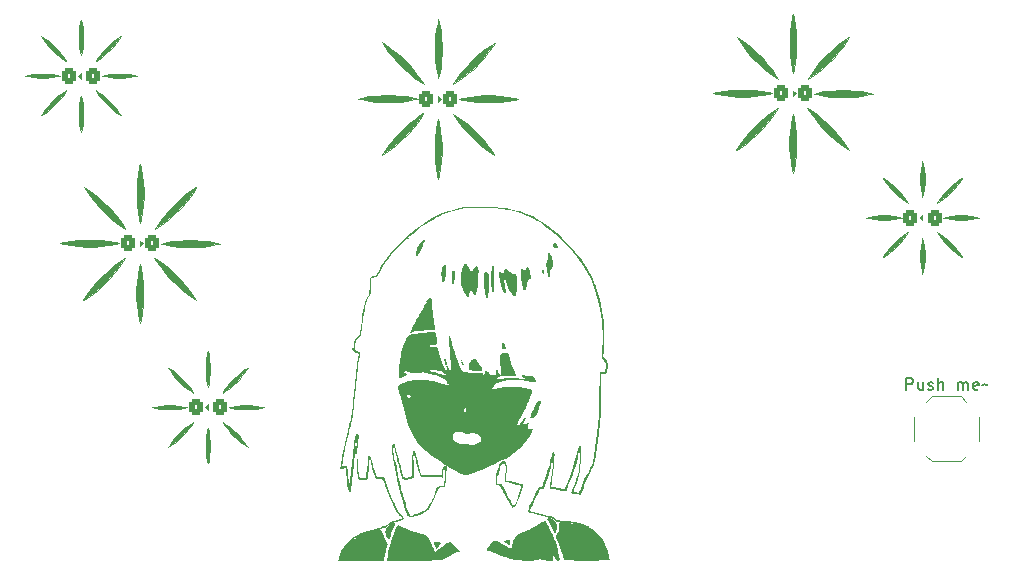
<source format=gbr>
%TF.GenerationSoftware,KiCad,Pcbnew,(6.0.8)*%
%TF.CreationDate,2022-10-23T13:20:46+08:00*%
%TF.ProjectId,LrtraPCB,4c727472-6150-4434-922e-6b696361645f,rev?*%
%TF.SameCoordinates,Original*%
%TF.FileFunction,Legend,Top*%
%TF.FilePolarity,Positive*%
%FSLAX46Y46*%
G04 Gerber Fmt 4.6, Leading zero omitted, Abs format (unit mm)*
G04 Created by KiCad (PCBNEW (6.0.8)) date 2022-10-23 13:20:46*
%MOMM*%
%LPD*%
G01*
G04 APERTURE LIST*
G04 Aperture macros list*
%AMRoundRect*
0 Rectangle with rounded corners*
0 $1 Rounding radius*
0 $2 $3 $4 $5 $6 $7 $8 $9 X,Y pos of 4 corners*
0 Add a 4 corners polygon primitive as box body*
4,1,4,$2,$3,$4,$5,$6,$7,$8,$9,$2,$3,0*
0 Add four circle primitives for the rounded corners*
1,1,$1+$1,$2,$3*
1,1,$1+$1,$4,$5*
1,1,$1+$1,$6,$7*
1,1,$1+$1,$8,$9*
0 Add four rect primitives between the rounded corners*
20,1,$1+$1,$2,$3,$4,$5,0*
20,1,$1+$1,$4,$5,$6,$7,0*
20,1,$1+$1,$6,$7,$8,$9,0*
20,1,$1+$1,$8,$9,$2,$3,0*%
G04 Aperture macros list end*
%ADD10C,0.150000*%
%ADD11C,0.120000*%
%ADD12RoundRect,0.250000X-0.325000X-0.450000X0.325000X-0.450000X0.325000X0.450000X-0.325000X0.450000X0*%
%ADD13RoundRect,0.250000X0.325000X0.450000X-0.325000X0.450000X-0.325000X-0.450000X0.325000X-0.450000X0*%
%ADD14R,1.700000X1.000000*%
G04 APERTURE END LIST*
D10*
%TO.C,Push me~*%
X179595238Y-121602380D02*
X179595238Y-120602380D01*
X179976190Y-120602380D01*
X180071428Y-120650000D01*
X180119047Y-120697619D01*
X180166666Y-120792857D01*
X180166666Y-120935714D01*
X180119047Y-121030952D01*
X180071428Y-121078571D01*
X179976190Y-121126190D01*
X179595238Y-121126190D01*
X181023809Y-120935714D02*
X181023809Y-121602380D01*
X180595238Y-120935714D02*
X180595238Y-121459523D01*
X180642857Y-121554761D01*
X180738095Y-121602380D01*
X180880952Y-121602380D01*
X180976190Y-121554761D01*
X181023809Y-121507142D01*
X181452380Y-121554761D02*
X181547619Y-121602380D01*
X181738095Y-121602380D01*
X181833333Y-121554761D01*
X181880952Y-121459523D01*
X181880952Y-121411904D01*
X181833333Y-121316666D01*
X181738095Y-121269047D01*
X181595238Y-121269047D01*
X181500000Y-121221428D01*
X181452380Y-121126190D01*
X181452380Y-121078571D01*
X181500000Y-120983333D01*
X181595238Y-120935714D01*
X181738095Y-120935714D01*
X181833333Y-120983333D01*
X182309523Y-121602380D02*
X182309523Y-120602380D01*
X182738095Y-121602380D02*
X182738095Y-121078571D01*
X182690476Y-120983333D01*
X182595238Y-120935714D01*
X182452380Y-120935714D01*
X182357142Y-120983333D01*
X182309523Y-121030952D01*
X183976190Y-121602380D02*
X183976190Y-120935714D01*
X183976190Y-121030952D02*
X184023809Y-120983333D01*
X184119047Y-120935714D01*
X184261904Y-120935714D01*
X184357142Y-120983333D01*
X184404761Y-121078571D01*
X184404761Y-121602380D01*
X184404761Y-121078571D02*
X184452380Y-120983333D01*
X184547619Y-120935714D01*
X184690476Y-120935714D01*
X184785714Y-120983333D01*
X184833333Y-121078571D01*
X184833333Y-121602380D01*
X185690476Y-121554761D02*
X185595238Y-121602380D01*
X185404761Y-121602380D01*
X185309523Y-121554761D01*
X185261904Y-121459523D01*
X185261904Y-121078571D01*
X185309523Y-120983333D01*
X185404761Y-120935714D01*
X185595238Y-120935714D01*
X185690476Y-120983333D01*
X185738095Y-121078571D01*
X185738095Y-121173809D01*
X185261904Y-121269047D01*
X186023809Y-121221428D02*
X186071428Y-121173809D01*
X186166666Y-121126190D01*
X186357142Y-121221428D01*
X186452380Y-121173809D01*
X186500000Y-121126190D01*
%TO.C,D6*%
G36*
X140059800Y-90507260D02*
G01*
X140170633Y-91128309D01*
X140244735Y-91754802D01*
X140281851Y-92384570D01*
X140281851Y-93015430D01*
X140244735Y-93645198D01*
X140170633Y-94271691D01*
X140059800Y-94892740D01*
X139988437Y-95200000D01*
X139917074Y-94892740D01*
X139806242Y-94271691D01*
X139732141Y-93645198D01*
X139695025Y-93015430D01*
X139695025Y-92384570D01*
X139732141Y-91754802D01*
X139806242Y-91128309D01*
X139917074Y-90507260D01*
X139988437Y-90200000D01*
X140059800Y-90507260D01*
G37*
D11*
X140059800Y-90507260D02*
X140170633Y-91128309D01*
X140244735Y-91754802D01*
X140281851Y-92384570D01*
X140281851Y-93015430D01*
X140244735Y-93645198D01*
X140170633Y-94271691D01*
X140059800Y-94892740D01*
X139988437Y-95200000D01*
X139917074Y-94892740D01*
X139806242Y-94271691D01*
X139732141Y-93645198D01*
X139695025Y-93015430D01*
X139695025Y-92384570D01*
X139732141Y-91754802D01*
X139806242Y-91128309D01*
X139917074Y-90507260D01*
X139988437Y-90200000D01*
X140059800Y-90507260D01*
G36*
X144590668Y-92454259D02*
G01*
X144229891Y-92971777D01*
X143839292Y-93467173D01*
X143420224Y-93938731D01*
X142974138Y-94384817D01*
X142502580Y-94803885D01*
X142007184Y-95194484D01*
X141489666Y-95555261D01*
X141221938Y-95722065D01*
X141388743Y-95454338D01*
X141749521Y-94936821D01*
X142140120Y-94441425D01*
X142559189Y-93969867D01*
X143005274Y-93523782D01*
X143476832Y-93104713D01*
X143972227Y-92714113D01*
X144489745Y-92353335D01*
X144757472Y-92186531D01*
X144590668Y-92454259D01*
G37*
X144590668Y-92454259D02*
X144229891Y-92971777D01*
X143839292Y-93467173D01*
X143420224Y-93938731D01*
X142974138Y-94384817D01*
X142502580Y-94803885D01*
X142007184Y-95194484D01*
X141489666Y-95555261D01*
X141221938Y-95722065D01*
X141388743Y-95454338D01*
X141749521Y-94936821D01*
X142140120Y-94441425D01*
X142559189Y-93969867D01*
X143005274Y-93523782D01*
X143476832Y-93104713D01*
X143972227Y-92714113D01*
X144489745Y-92353335D01*
X144757472Y-92186531D01*
X144590668Y-92454259D01*
G36*
X140032927Y-99007260D02*
G01*
X140143758Y-99628309D01*
X140217860Y-100254802D01*
X140254976Y-100884570D01*
X140254976Y-101515430D01*
X140217860Y-102145198D01*
X140143758Y-102771691D01*
X140032927Y-103392740D01*
X139961563Y-103700000D01*
X139890200Y-103392740D01*
X139779367Y-102771691D01*
X139705265Y-102145198D01*
X139668149Y-101515430D01*
X139668149Y-100884570D01*
X139705265Y-100254802D01*
X139779367Y-99628309D01*
X139890200Y-99007260D01*
X139961563Y-98700000D01*
X140032927Y-99007260D01*
G37*
X140032927Y-99007260D02*
X140143758Y-99628309D01*
X140217860Y-100254802D01*
X140254976Y-100884570D01*
X140254976Y-101515430D01*
X140217860Y-102145198D01*
X140143758Y-102771691D01*
X140032927Y-103392740D01*
X139961563Y-103700000D01*
X139890200Y-103392740D01*
X139779367Y-102771691D01*
X139705265Y-102145198D01*
X139668149Y-101515430D01*
X139668149Y-100884570D01*
X139705265Y-100254802D01*
X139779367Y-99628309D01*
X139890200Y-99007260D01*
X139961563Y-98700000D01*
X140032927Y-99007260D01*
G36*
X141470662Y-98363742D02*
G01*
X141988180Y-98724520D01*
X142483575Y-99115120D01*
X142955133Y-99534188D01*
X143401219Y-99980274D01*
X143820287Y-100451832D01*
X144210887Y-100947227D01*
X144571665Y-101464745D01*
X144738469Y-101732472D01*
X144470741Y-101565669D01*
X143953223Y-101204892D01*
X143457827Y-100814293D01*
X142986269Y-100395224D01*
X142540183Y-99949138D01*
X142121115Y-99477580D01*
X141730515Y-98982184D01*
X141369739Y-98464666D01*
X141202935Y-98196938D01*
X141470662Y-98363742D01*
G37*
X141470662Y-98363742D02*
X141988180Y-98724520D01*
X142483575Y-99115120D01*
X142955133Y-99534188D01*
X143401219Y-99980274D01*
X143820287Y-100451832D01*
X144210887Y-100947227D01*
X144571665Y-101464745D01*
X144738469Y-101732472D01*
X144470741Y-101565669D01*
X143953223Y-101204892D01*
X143457827Y-100814293D01*
X142986269Y-100395224D01*
X142540183Y-99949138D01*
X142121115Y-99477580D01*
X141730515Y-98982184D01*
X141369739Y-98464666D01*
X141202935Y-98196938D01*
X141470662Y-98363742D01*
G36*
X145170198Y-96707140D02*
G01*
X145796691Y-96781242D01*
X146417740Y-96892073D01*
X146725000Y-96963437D01*
X146417740Y-97034800D01*
X145796691Y-97145633D01*
X145170198Y-97219735D01*
X144540430Y-97256851D01*
X143909570Y-97256851D01*
X143279802Y-97219735D01*
X142653309Y-97145633D01*
X142032260Y-97034800D01*
X141725000Y-96963437D01*
X142032260Y-96892073D01*
X142653309Y-96781242D01*
X143279802Y-96707140D01*
X143909570Y-96670024D01*
X144540430Y-96670024D01*
X145170198Y-96707140D01*
G37*
X145170198Y-96707140D02*
X145796691Y-96781242D01*
X146417740Y-96892073D01*
X146725000Y-96963437D01*
X146417740Y-97034800D01*
X145796691Y-97145633D01*
X145170198Y-97219735D01*
X144540430Y-97256851D01*
X143909570Y-97256851D01*
X143279802Y-97219735D01*
X142653309Y-97145633D01*
X142032260Y-97034800D01*
X141725000Y-96963437D01*
X142032260Y-96892073D01*
X142653309Y-96781242D01*
X143279802Y-96707140D01*
X143909570Y-96670024D01*
X144540430Y-96670024D01*
X145170198Y-96707140D01*
G36*
X138561258Y-98445662D02*
G01*
X138200480Y-98963180D01*
X137809880Y-99458575D01*
X137390812Y-99930133D01*
X136944726Y-100376219D01*
X136473168Y-100795287D01*
X135977773Y-101185887D01*
X135460255Y-101546665D01*
X135192528Y-101713469D01*
X135359331Y-101445741D01*
X135720108Y-100928223D01*
X136110707Y-100432827D01*
X136529776Y-99961269D01*
X136975862Y-99515183D01*
X137447420Y-99096115D01*
X137942816Y-98705515D01*
X138460334Y-98344739D01*
X138728062Y-98177935D01*
X138561258Y-98445662D01*
G37*
X138561258Y-98445662D02*
X138200480Y-98963180D01*
X137809880Y-99458575D01*
X137390812Y-99930133D01*
X136944726Y-100376219D01*
X136473168Y-100795287D01*
X135977773Y-101185887D01*
X135460255Y-101546665D01*
X135192528Y-101713469D01*
X135359331Y-101445741D01*
X135720108Y-100928223D01*
X136110707Y-100432827D01*
X136529776Y-99961269D01*
X136975862Y-99515183D01*
X137447420Y-99096115D01*
X137942816Y-98705515D01*
X138460334Y-98344739D01*
X138728062Y-98177935D01*
X138561258Y-98445662D01*
G36*
X140225000Y-96950000D02*
G01*
X139975000Y-97200000D01*
X139975000Y-96700000D01*
X140225000Y-96950000D01*
G37*
X140225000Y-96950000D02*
X139975000Y-97200000D01*
X139975000Y-96700000D01*
X140225000Y-96950000D01*
G36*
X136670198Y-96680265D02*
G01*
X137296691Y-96754367D01*
X137917740Y-96865200D01*
X138225000Y-96936563D01*
X137917740Y-97007927D01*
X137296691Y-97118758D01*
X136670198Y-97192860D01*
X136040430Y-97229976D01*
X135409570Y-97229976D01*
X134779802Y-97192860D01*
X134153309Y-97118758D01*
X133532260Y-97007927D01*
X133225000Y-96936563D01*
X133532260Y-96865200D01*
X134153309Y-96754367D01*
X134779802Y-96680265D01*
X135409570Y-96643149D01*
X136040430Y-96643149D01*
X136670198Y-96680265D01*
G37*
X136670198Y-96680265D02*
X137296691Y-96754367D01*
X137917740Y-96865200D01*
X138225000Y-96936563D01*
X137917740Y-97007927D01*
X137296691Y-97118758D01*
X136670198Y-97192860D01*
X136040430Y-97229976D01*
X135409570Y-97229976D01*
X134779802Y-97192860D01*
X134153309Y-97118758D01*
X133532260Y-97007927D01*
X133225000Y-96936563D01*
X133532260Y-96865200D01*
X134153309Y-96754367D01*
X134779802Y-96680265D01*
X135409570Y-96643149D01*
X136040430Y-96643149D01*
X136670198Y-96680265D01*
G36*
X135479259Y-92334332D02*
G01*
X135996777Y-92695109D01*
X136492173Y-93085708D01*
X136963731Y-93504776D01*
X137409817Y-93950862D01*
X137828885Y-94422420D01*
X138219484Y-94917816D01*
X138580261Y-95435334D01*
X138747065Y-95703062D01*
X138479338Y-95536257D01*
X137961821Y-95175479D01*
X137466425Y-94784880D01*
X136994867Y-94365811D01*
X136548782Y-93919726D01*
X136129713Y-93448168D01*
X135739113Y-92952773D01*
X135378335Y-92435255D01*
X135211531Y-92167528D01*
X135479259Y-92334332D01*
G37*
X135479259Y-92334332D02*
X135996777Y-92695109D01*
X136492173Y-93085708D01*
X136963731Y-93504776D01*
X137409817Y-93950862D01*
X137828885Y-94422420D01*
X138219484Y-94917816D01*
X138580261Y-95435334D01*
X138747065Y-95703062D01*
X138479338Y-95536257D01*
X137961821Y-95175479D01*
X137466425Y-94784880D01*
X136994867Y-94365811D01*
X136548782Y-93919726D01*
X136129713Y-93448168D01*
X135739113Y-92952773D01*
X135378335Y-92435255D01*
X135211531Y-92167528D01*
X135479259Y-92334332D01*
%TO.C,D5*%
X109725000Y-95000000D02*
X109475000Y-95000000D01*
G36*
X111176294Y-96371436D02*
G01*
X111584587Y-96668142D01*
X111968359Y-96995947D01*
X112325247Y-97352835D01*
X112653053Y-97736606D01*
X112949759Y-98144899D01*
X113083757Y-98358757D01*
X112869899Y-98224759D01*
X112461606Y-97928054D01*
X112077834Y-97600248D01*
X111720946Y-97243360D01*
X111393140Y-96859588D01*
X111096435Y-96451295D01*
X110962437Y-96237437D01*
X111176294Y-96371436D01*
G37*
X111176294Y-96371436D02*
X111584587Y-96668142D01*
X111968359Y-96995947D01*
X112325247Y-97352835D01*
X112653053Y-97736606D01*
X112949759Y-98144899D01*
X113083757Y-98358757D01*
X112869899Y-98224759D01*
X112461606Y-97928054D01*
X112077834Y-97600248D01*
X111720946Y-97243360D01*
X111393140Y-96859588D01*
X111096435Y-96451295D01*
X110962437Y-96237437D01*
X111176294Y-96371436D01*
G36*
X107230519Y-94864626D02*
G01*
X107729029Y-94943530D01*
X107975000Y-95000000D01*
X107729029Y-95056470D01*
X107230519Y-95135374D01*
X106727358Y-95174948D01*
X106222642Y-95174948D01*
X105719481Y-95135374D01*
X105220971Y-95056470D01*
X104975000Y-95000000D01*
X105220971Y-94943530D01*
X105719481Y-94864626D01*
X106222642Y-94825052D01*
X106727358Y-94825052D01*
X107230519Y-94864626D01*
G37*
X107230519Y-94864626D02*
X107729029Y-94943530D01*
X107975000Y-95000000D01*
X107729029Y-95056470D01*
X107230519Y-95135374D01*
X106727358Y-95174948D01*
X106222642Y-95174948D01*
X105719481Y-95135374D01*
X105220971Y-95056470D01*
X104975000Y-95000000D01*
X105220971Y-94943530D01*
X105719481Y-94864626D01*
X106222642Y-94825052D01*
X106727358Y-94825052D01*
X107230519Y-94864626D01*
G36*
X112949759Y-91855100D02*
G01*
X112653053Y-92263394D01*
X112325247Y-92647166D01*
X111968360Y-93004054D01*
X111584588Y-93331860D01*
X111176295Y-93628566D01*
X110962437Y-93762563D01*
X111096435Y-93548705D01*
X111393140Y-93140412D01*
X111720947Y-92756640D01*
X112077834Y-92399753D01*
X112461606Y-92071946D01*
X112869899Y-91775241D01*
X113083757Y-91641243D01*
X112949759Y-91855100D01*
G37*
X112949759Y-91855100D02*
X112653053Y-92263394D01*
X112325247Y-92647166D01*
X111968360Y-93004054D01*
X111584588Y-93331860D01*
X111176295Y-93628566D01*
X110962437Y-93762563D01*
X111096435Y-93548705D01*
X111393140Y-93140412D01*
X111720947Y-92756640D01*
X112077834Y-92399753D01*
X112461606Y-92071946D01*
X112869899Y-91775241D01*
X113083757Y-91641243D01*
X112949759Y-91855100D01*
G36*
X109781470Y-96995971D02*
G01*
X109860373Y-97494481D01*
X109899947Y-97997642D01*
X109899947Y-98502358D01*
X109860373Y-99005519D01*
X109781470Y-99504029D01*
X109725000Y-99750000D01*
X109668530Y-99504029D01*
X109589626Y-99005519D01*
X109550052Y-98502358D01*
X109550052Y-97997642D01*
X109589626Y-97494481D01*
X109668530Y-96995971D01*
X109725000Y-96750000D01*
X109781470Y-96995971D01*
G37*
X109781470Y-96995971D02*
X109860373Y-97494481D01*
X109899947Y-97997642D01*
X109899947Y-98502358D01*
X109860373Y-99005519D01*
X109781470Y-99504029D01*
X109725000Y-99750000D01*
X109668530Y-99504029D01*
X109589626Y-99005519D01*
X109550052Y-98502358D01*
X109550052Y-97997642D01*
X109589626Y-97494481D01*
X109668530Y-96995971D01*
X109725000Y-96750000D01*
X109781470Y-96995971D01*
G36*
X106580100Y-91775241D02*
G01*
X106988394Y-92071947D01*
X107372166Y-92399753D01*
X107729054Y-92756640D01*
X108056860Y-93140412D01*
X108353566Y-93548705D01*
X108487563Y-93762563D01*
X108273705Y-93628565D01*
X107865412Y-93331860D01*
X107481640Y-93004053D01*
X107124753Y-92647166D01*
X106796946Y-92263394D01*
X106500241Y-91855101D01*
X106366243Y-91641243D01*
X106580100Y-91775241D01*
G37*
X106580100Y-91775241D02*
X106988394Y-92071947D01*
X107372166Y-92399753D01*
X107729054Y-92756640D01*
X108056860Y-93140412D01*
X108353566Y-93548705D01*
X108487563Y-93762563D01*
X108273705Y-93628565D01*
X107865412Y-93331860D01*
X107481640Y-93004053D01*
X107124753Y-92647166D01*
X106796946Y-92263394D01*
X106500241Y-91855101D01*
X106366243Y-91641243D01*
X106580100Y-91775241D01*
G36*
X113730519Y-94864626D02*
G01*
X114229029Y-94943530D01*
X114475000Y-95000000D01*
X114229029Y-95056470D01*
X113730519Y-95135374D01*
X113227358Y-95174948D01*
X112722642Y-95174948D01*
X112219481Y-95135374D01*
X111720971Y-95056470D01*
X111475000Y-95000000D01*
X111720971Y-94943530D01*
X112219481Y-94864626D01*
X112722642Y-94825052D01*
X113227358Y-94825052D01*
X113730519Y-94864626D01*
G37*
X113730519Y-94864626D02*
X114229029Y-94943530D01*
X114475000Y-95000000D01*
X114229029Y-95056470D01*
X113730519Y-95135374D01*
X113227358Y-95174948D01*
X112722642Y-95174948D01*
X112219481Y-95135374D01*
X111720971Y-95056470D01*
X111475000Y-95000000D01*
X111720971Y-94943530D01*
X112219481Y-94864626D01*
X112722642Y-94825052D01*
X113227358Y-94825052D01*
X113730519Y-94864626D01*
G36*
X108353564Y-96451294D02*
G01*
X108056858Y-96859587D01*
X107729053Y-97243359D01*
X107372165Y-97600247D01*
X106988394Y-97928053D01*
X106580101Y-98224759D01*
X106366243Y-98358757D01*
X106500241Y-98144899D01*
X106796946Y-97736606D01*
X107124752Y-97352834D01*
X107481640Y-96995946D01*
X107865412Y-96668140D01*
X108273705Y-96371435D01*
X108487563Y-96237437D01*
X108353564Y-96451294D01*
G37*
X108353564Y-96451294D02*
X108056858Y-96859587D01*
X107729053Y-97243359D01*
X107372165Y-97600247D01*
X106988394Y-97928053D01*
X106580101Y-98224759D01*
X106366243Y-98358757D01*
X106500241Y-98144899D01*
X106796946Y-97736606D01*
X107124752Y-97352834D01*
X107481640Y-96995946D01*
X107865412Y-96668140D01*
X108273705Y-96371435D01*
X108487563Y-96237437D01*
X108353564Y-96451294D01*
G36*
X109725000Y-95250000D02*
G01*
X109475000Y-95000000D01*
X109725000Y-94750000D01*
X109725000Y-95250000D01*
G37*
X109725000Y-95250000D02*
X109475000Y-95000000D01*
X109725000Y-94750000D01*
X109725000Y-95250000D01*
G36*
X109781470Y-90495971D02*
G01*
X109860374Y-90994481D01*
X109899948Y-91497642D01*
X109899948Y-92002358D01*
X109860374Y-92505519D01*
X109781470Y-93004029D01*
X109725000Y-93250000D01*
X109668530Y-93004029D01*
X109589626Y-92505519D01*
X109550052Y-92002358D01*
X109550052Y-91497642D01*
X109589626Y-90994481D01*
X109668530Y-90495971D01*
X109725000Y-90250000D01*
X109781470Y-90495971D01*
G37*
X109781470Y-90495971D02*
X109860374Y-90994481D01*
X109899948Y-91497642D01*
X109899948Y-92002358D01*
X109860374Y-92505519D01*
X109781470Y-93004029D01*
X109725000Y-93250000D01*
X109668530Y-93004029D01*
X109589626Y-92505519D01*
X109550052Y-92002358D01*
X109550052Y-91497642D01*
X109589626Y-90994481D01*
X109668530Y-90495971D01*
X109725000Y-90250000D01*
X109781470Y-90495971D01*
%TO.C,D1*%
X120475000Y-123075000D02*
X120225000Y-123075000D01*
G36*
X119103564Y-124526294D02*
G01*
X118806858Y-124934587D01*
X118479053Y-125318359D01*
X118122165Y-125675247D01*
X117738394Y-126003053D01*
X117330101Y-126299759D01*
X117116243Y-126433757D01*
X117250241Y-126219899D01*
X117546946Y-125811606D01*
X117874752Y-125427834D01*
X118231640Y-125070946D01*
X118615412Y-124743140D01*
X119023705Y-124446435D01*
X119237563Y-124312437D01*
X119103564Y-124526294D01*
G37*
X119103564Y-124526294D02*
X118806858Y-124934587D01*
X118479053Y-125318359D01*
X118122165Y-125675247D01*
X117738394Y-126003053D01*
X117330101Y-126299759D01*
X117116243Y-126433757D01*
X117250241Y-126219899D01*
X117546946Y-125811606D01*
X117874752Y-125427834D01*
X118231640Y-125070946D01*
X118615412Y-124743140D01*
X119023705Y-124446435D01*
X119237563Y-124312437D01*
X119103564Y-124526294D01*
G36*
X120531470Y-118570971D02*
G01*
X120610374Y-119069481D01*
X120649948Y-119572642D01*
X120649948Y-120077358D01*
X120610374Y-120580519D01*
X120531470Y-121079029D01*
X120475000Y-121325000D01*
X120418530Y-121079029D01*
X120339626Y-120580519D01*
X120300052Y-120077358D01*
X120300052Y-119572642D01*
X120339626Y-119069481D01*
X120418530Y-118570971D01*
X120475000Y-118325000D01*
X120531470Y-118570971D01*
G37*
X120531470Y-118570971D02*
X120610374Y-119069481D01*
X120649948Y-119572642D01*
X120649948Y-120077358D01*
X120610374Y-120580519D01*
X120531470Y-121079029D01*
X120475000Y-121325000D01*
X120418530Y-121079029D01*
X120339626Y-120580519D01*
X120300052Y-120077358D01*
X120300052Y-119572642D01*
X120339626Y-119069481D01*
X120418530Y-118570971D01*
X120475000Y-118325000D01*
X120531470Y-118570971D01*
G36*
X121926294Y-124446436D02*
G01*
X122334587Y-124743142D01*
X122718359Y-125070947D01*
X123075247Y-125427835D01*
X123403053Y-125811606D01*
X123699759Y-126219899D01*
X123833757Y-126433757D01*
X123619899Y-126299759D01*
X123211606Y-126003054D01*
X122827834Y-125675248D01*
X122470946Y-125318360D01*
X122143140Y-124934588D01*
X121846435Y-124526295D01*
X121712437Y-124312437D01*
X121926294Y-124446436D01*
G37*
X121926294Y-124446436D02*
X122334587Y-124743142D01*
X122718359Y-125070947D01*
X123075247Y-125427835D01*
X123403053Y-125811606D01*
X123699759Y-126219899D01*
X123833757Y-126433757D01*
X123619899Y-126299759D01*
X123211606Y-126003054D01*
X122827834Y-125675248D01*
X122470946Y-125318360D01*
X122143140Y-124934588D01*
X121846435Y-124526295D01*
X121712437Y-124312437D01*
X121926294Y-124446436D01*
G36*
X120531470Y-125070971D02*
G01*
X120610373Y-125569481D01*
X120649947Y-126072642D01*
X120649947Y-126577358D01*
X120610373Y-127080519D01*
X120531470Y-127579029D01*
X120475000Y-127825000D01*
X120418530Y-127579029D01*
X120339626Y-127080519D01*
X120300052Y-126577358D01*
X120300052Y-126072642D01*
X120339626Y-125569481D01*
X120418530Y-125070971D01*
X120475000Y-124825000D01*
X120531470Y-125070971D01*
G37*
X120531470Y-125070971D02*
X120610373Y-125569481D01*
X120649947Y-126072642D01*
X120649947Y-126577358D01*
X120610373Y-127080519D01*
X120531470Y-127579029D01*
X120475000Y-127825000D01*
X120418530Y-127579029D01*
X120339626Y-127080519D01*
X120300052Y-126577358D01*
X120300052Y-126072642D01*
X120339626Y-125569481D01*
X120418530Y-125070971D01*
X120475000Y-124825000D01*
X120531470Y-125070971D01*
G36*
X123699759Y-119930100D02*
G01*
X123403053Y-120338394D01*
X123075247Y-120722166D01*
X122718360Y-121079054D01*
X122334588Y-121406860D01*
X121926295Y-121703566D01*
X121712437Y-121837563D01*
X121846435Y-121623705D01*
X122143140Y-121215412D01*
X122470947Y-120831640D01*
X122827834Y-120474753D01*
X123211606Y-120146946D01*
X123619899Y-119850241D01*
X123833757Y-119716243D01*
X123699759Y-119930100D01*
G37*
X123699759Y-119930100D02*
X123403053Y-120338394D01*
X123075247Y-120722166D01*
X122718360Y-121079054D01*
X122334588Y-121406860D01*
X121926295Y-121703566D01*
X121712437Y-121837563D01*
X121846435Y-121623705D01*
X122143140Y-121215412D01*
X122470947Y-120831640D01*
X122827834Y-120474753D01*
X123211606Y-120146946D01*
X123619899Y-119850241D01*
X123833757Y-119716243D01*
X123699759Y-119930100D01*
G36*
X124480519Y-122939626D02*
G01*
X124979029Y-123018530D01*
X125225000Y-123075000D01*
X124979029Y-123131470D01*
X124480519Y-123210374D01*
X123977358Y-123249948D01*
X123472642Y-123249948D01*
X122969481Y-123210374D01*
X122470971Y-123131470D01*
X122225000Y-123075000D01*
X122470971Y-123018530D01*
X122969481Y-122939626D01*
X123472642Y-122900052D01*
X123977358Y-122900052D01*
X124480519Y-122939626D01*
G37*
X124480519Y-122939626D02*
X124979029Y-123018530D01*
X125225000Y-123075000D01*
X124979029Y-123131470D01*
X124480519Y-123210374D01*
X123977358Y-123249948D01*
X123472642Y-123249948D01*
X122969481Y-123210374D01*
X122470971Y-123131470D01*
X122225000Y-123075000D01*
X122470971Y-123018530D01*
X122969481Y-122939626D01*
X123472642Y-122900052D01*
X123977358Y-122900052D01*
X124480519Y-122939626D01*
G36*
X117980519Y-122939626D02*
G01*
X118479029Y-123018530D01*
X118725000Y-123075000D01*
X118479029Y-123131470D01*
X117980519Y-123210374D01*
X117477358Y-123249948D01*
X116972642Y-123249948D01*
X116469481Y-123210374D01*
X115970971Y-123131470D01*
X115725000Y-123075000D01*
X115970971Y-123018530D01*
X116469481Y-122939626D01*
X116972642Y-122900052D01*
X117477358Y-122900052D01*
X117980519Y-122939626D01*
G37*
X117980519Y-122939626D02*
X118479029Y-123018530D01*
X118725000Y-123075000D01*
X118479029Y-123131470D01*
X117980519Y-123210374D01*
X117477358Y-123249948D01*
X116972642Y-123249948D01*
X116469481Y-123210374D01*
X115970971Y-123131470D01*
X115725000Y-123075000D01*
X115970971Y-123018530D01*
X116469481Y-122939626D01*
X116972642Y-122900052D01*
X117477358Y-122900052D01*
X117980519Y-122939626D01*
G36*
X120475000Y-123325000D02*
G01*
X120225000Y-123075000D01*
X120475000Y-122825000D01*
X120475000Y-123325000D01*
G37*
X120475000Y-123325000D02*
X120225000Y-123075000D01*
X120475000Y-122825000D01*
X120475000Y-123325000D01*
G36*
X117330100Y-119850241D02*
G01*
X117738394Y-120146947D01*
X118122166Y-120474753D01*
X118479054Y-120831640D01*
X118806860Y-121215412D01*
X119103566Y-121623705D01*
X119237563Y-121837563D01*
X119023705Y-121703565D01*
X118615412Y-121406860D01*
X118231640Y-121079053D01*
X117874753Y-120722166D01*
X117546946Y-120338394D01*
X117250241Y-119930101D01*
X117116243Y-119716243D01*
X117330100Y-119850241D01*
G37*
X117330100Y-119850241D02*
X117738394Y-120146947D01*
X118122166Y-120474753D01*
X118479054Y-120831640D01*
X118806860Y-121215412D01*
X119103566Y-121623705D01*
X119237563Y-121837563D01*
X119023705Y-121703565D01*
X118615412Y-121406860D01*
X118231640Y-121079053D01*
X117874753Y-120722166D01*
X117546946Y-120338394D01*
X117250241Y-119930101D01*
X117116243Y-119716243D01*
X117330100Y-119850241D01*
%TO.C,Push me~*%
X181300000Y-127200000D02*
X181750000Y-127650000D01*
X181750000Y-122150000D02*
X184250000Y-122150000D01*
X184700000Y-122600000D02*
X184250000Y-122150000D01*
X181750000Y-127650000D02*
X184250000Y-127650000D01*
X184700000Y-127200000D02*
X184250000Y-127650000D01*
X181300000Y-122600000D02*
X181750000Y-122150000D01*
X180250000Y-123900000D02*
X180250000Y-125900000D01*
X185750000Y-123900000D02*
X185750000Y-125900000D01*
%TO.C,D3*%
G36*
X165504259Y-91884332D02*
G01*
X166021777Y-92245109D01*
X166517173Y-92635708D01*
X166988731Y-93054776D01*
X167434817Y-93500862D01*
X167853885Y-93972420D01*
X168244484Y-94467816D01*
X168605261Y-94985334D01*
X168772065Y-95253062D01*
X168504338Y-95086257D01*
X167986821Y-94725479D01*
X167491425Y-94334880D01*
X167019867Y-93915811D01*
X166573782Y-93469726D01*
X166154713Y-92998168D01*
X165764113Y-92502773D01*
X165403335Y-91985255D01*
X165236531Y-91717528D01*
X165504259Y-91884332D01*
G37*
X165504259Y-91884332D02*
X166021777Y-92245109D01*
X166517173Y-92635708D01*
X166988731Y-93054776D01*
X167434817Y-93500862D01*
X167853885Y-93972420D01*
X168244484Y-94467816D01*
X168605261Y-94985334D01*
X168772065Y-95253062D01*
X168504338Y-95086257D01*
X167986821Y-94725479D01*
X167491425Y-94334880D01*
X167019867Y-93915811D01*
X166573782Y-93469726D01*
X166154713Y-92998168D01*
X165764113Y-92502773D01*
X165403335Y-91985255D01*
X165236531Y-91717528D01*
X165504259Y-91884332D01*
G36*
X166695198Y-96230265D02*
G01*
X167321691Y-96304367D01*
X167942740Y-96415200D01*
X168250000Y-96486563D01*
X167942740Y-96557927D01*
X167321691Y-96668758D01*
X166695198Y-96742860D01*
X166065430Y-96779976D01*
X165434570Y-96779976D01*
X164804802Y-96742860D01*
X164178309Y-96668758D01*
X163557260Y-96557927D01*
X163250000Y-96486563D01*
X163557260Y-96415200D01*
X164178309Y-96304367D01*
X164804802Y-96230265D01*
X165434570Y-96193149D01*
X166065430Y-96193149D01*
X166695198Y-96230265D01*
G37*
X166695198Y-96230265D02*
X167321691Y-96304367D01*
X167942740Y-96415200D01*
X168250000Y-96486563D01*
X167942740Y-96557927D01*
X167321691Y-96668758D01*
X166695198Y-96742860D01*
X166065430Y-96779976D01*
X165434570Y-96779976D01*
X164804802Y-96742860D01*
X164178309Y-96668758D01*
X163557260Y-96557927D01*
X163250000Y-96486563D01*
X163557260Y-96415200D01*
X164178309Y-96304367D01*
X164804802Y-96230265D01*
X165434570Y-96193149D01*
X166065430Y-96193149D01*
X166695198Y-96230265D01*
G36*
X170250000Y-96500000D02*
G01*
X170000000Y-96750000D01*
X170000000Y-96250000D01*
X170250000Y-96500000D01*
G37*
X170250000Y-96500000D02*
X170000000Y-96750000D01*
X170000000Y-96250000D01*
X170250000Y-96500000D01*
G36*
X175195198Y-96257140D02*
G01*
X175821691Y-96331242D01*
X176442740Y-96442073D01*
X176750000Y-96513437D01*
X176442740Y-96584800D01*
X175821691Y-96695633D01*
X175195198Y-96769735D01*
X174565430Y-96806851D01*
X173934570Y-96806851D01*
X173304802Y-96769735D01*
X172678309Y-96695633D01*
X172057260Y-96584800D01*
X171750000Y-96513437D01*
X172057260Y-96442073D01*
X172678309Y-96331242D01*
X173304802Y-96257140D01*
X173934570Y-96220024D01*
X174565430Y-96220024D01*
X175195198Y-96257140D01*
G37*
X175195198Y-96257140D02*
X175821691Y-96331242D01*
X176442740Y-96442073D01*
X176750000Y-96513437D01*
X176442740Y-96584800D01*
X175821691Y-96695633D01*
X175195198Y-96769735D01*
X174565430Y-96806851D01*
X173934570Y-96806851D01*
X173304802Y-96769735D01*
X172678309Y-96695633D01*
X172057260Y-96584800D01*
X171750000Y-96513437D01*
X172057260Y-96442073D01*
X172678309Y-96331242D01*
X173304802Y-96257140D01*
X173934570Y-96220024D01*
X174565430Y-96220024D01*
X175195198Y-96257140D01*
G36*
X170057927Y-98557260D02*
G01*
X170168758Y-99178309D01*
X170242860Y-99804802D01*
X170279976Y-100434570D01*
X170279976Y-101065430D01*
X170242860Y-101695198D01*
X170168758Y-102321691D01*
X170057927Y-102942740D01*
X169986563Y-103250000D01*
X169915200Y-102942740D01*
X169804367Y-102321691D01*
X169730265Y-101695198D01*
X169693149Y-101065430D01*
X169693149Y-100434570D01*
X169730265Y-99804802D01*
X169804367Y-99178309D01*
X169915200Y-98557260D01*
X169986563Y-98250000D01*
X170057927Y-98557260D01*
G37*
X170057927Y-98557260D02*
X170168758Y-99178309D01*
X170242860Y-99804802D01*
X170279976Y-100434570D01*
X170279976Y-101065430D01*
X170242860Y-101695198D01*
X170168758Y-102321691D01*
X170057927Y-102942740D01*
X169986563Y-103250000D01*
X169915200Y-102942740D01*
X169804367Y-102321691D01*
X169730265Y-101695198D01*
X169693149Y-101065430D01*
X169693149Y-100434570D01*
X169730265Y-99804802D01*
X169804367Y-99178309D01*
X169915200Y-98557260D01*
X169986563Y-98250000D01*
X170057927Y-98557260D01*
G36*
X168586258Y-97995662D02*
G01*
X168225480Y-98513180D01*
X167834880Y-99008575D01*
X167415812Y-99480133D01*
X166969726Y-99926219D01*
X166498168Y-100345287D01*
X166002773Y-100735887D01*
X165485255Y-101096665D01*
X165217528Y-101263469D01*
X165384331Y-100995741D01*
X165745108Y-100478223D01*
X166135707Y-99982827D01*
X166554776Y-99511269D01*
X167000862Y-99065183D01*
X167472420Y-98646115D01*
X167967816Y-98255515D01*
X168485334Y-97894739D01*
X168753062Y-97727935D01*
X168586258Y-97995662D01*
G37*
X168586258Y-97995662D02*
X168225480Y-98513180D01*
X167834880Y-99008575D01*
X167415812Y-99480133D01*
X166969726Y-99926219D01*
X166498168Y-100345287D01*
X166002773Y-100735887D01*
X165485255Y-101096665D01*
X165217528Y-101263469D01*
X165384331Y-100995741D01*
X165745108Y-100478223D01*
X166135707Y-99982827D01*
X166554776Y-99511269D01*
X167000862Y-99065183D01*
X167472420Y-98646115D01*
X167967816Y-98255515D01*
X168485334Y-97894739D01*
X168753062Y-97727935D01*
X168586258Y-97995662D01*
G36*
X171495662Y-97913742D02*
G01*
X172013180Y-98274520D01*
X172508575Y-98665120D01*
X172980133Y-99084188D01*
X173426219Y-99530274D01*
X173845287Y-100001832D01*
X174235887Y-100497227D01*
X174596665Y-101014745D01*
X174763469Y-101282472D01*
X174495741Y-101115669D01*
X173978223Y-100754892D01*
X173482827Y-100364293D01*
X173011269Y-99945224D01*
X172565183Y-99499138D01*
X172146115Y-99027580D01*
X171755515Y-98532184D01*
X171394739Y-98014666D01*
X171227935Y-97746938D01*
X171495662Y-97913742D01*
G37*
X171495662Y-97913742D02*
X172013180Y-98274520D01*
X172508575Y-98665120D01*
X172980133Y-99084188D01*
X173426219Y-99530274D01*
X173845287Y-100001832D01*
X174235887Y-100497227D01*
X174596665Y-101014745D01*
X174763469Y-101282472D01*
X174495741Y-101115669D01*
X173978223Y-100754892D01*
X173482827Y-100364293D01*
X173011269Y-99945224D01*
X172565183Y-99499138D01*
X172146115Y-99027580D01*
X171755515Y-98532184D01*
X171394739Y-98014666D01*
X171227935Y-97746938D01*
X171495662Y-97913742D01*
G36*
X174615668Y-92004259D02*
G01*
X174254891Y-92521777D01*
X173864292Y-93017173D01*
X173445224Y-93488731D01*
X172999138Y-93934817D01*
X172527580Y-94353885D01*
X172032184Y-94744484D01*
X171514666Y-95105261D01*
X171246938Y-95272065D01*
X171413743Y-95004338D01*
X171774521Y-94486821D01*
X172165120Y-93991425D01*
X172584189Y-93519867D01*
X173030274Y-93073782D01*
X173501832Y-92654713D01*
X173997227Y-92264113D01*
X174514745Y-91903335D01*
X174782472Y-91736531D01*
X174615668Y-92004259D01*
G37*
X174615668Y-92004259D02*
X174254891Y-92521777D01*
X173864292Y-93017173D01*
X173445224Y-93488731D01*
X172999138Y-93934817D01*
X172527580Y-94353885D01*
X172032184Y-94744484D01*
X171514666Y-95105261D01*
X171246938Y-95272065D01*
X171413743Y-95004338D01*
X171774521Y-94486821D01*
X172165120Y-93991425D01*
X172584189Y-93519867D01*
X173030274Y-93073782D01*
X173501832Y-92654713D01*
X173997227Y-92264113D01*
X174514745Y-91903335D01*
X174782472Y-91736531D01*
X174615668Y-92004259D01*
G36*
X170084800Y-90057260D02*
G01*
X170195633Y-90678309D01*
X170269735Y-91304802D01*
X170306851Y-91934570D01*
X170306851Y-92565430D01*
X170269735Y-93195198D01*
X170195633Y-93821691D01*
X170084800Y-94442740D01*
X170013437Y-94750000D01*
X169942074Y-94442740D01*
X169831242Y-93821691D01*
X169757141Y-93195198D01*
X169720025Y-92565430D01*
X169720025Y-91934570D01*
X169757141Y-91304802D01*
X169831242Y-90678309D01*
X169942074Y-90057260D01*
X170013437Y-89750000D01*
X170084800Y-90057260D01*
G37*
X170084800Y-90057260D02*
X170195633Y-90678309D01*
X170269735Y-91304802D01*
X170306851Y-91934570D01*
X170306851Y-92565430D01*
X170269735Y-93195198D01*
X170195633Y-93821691D01*
X170084800Y-94442740D01*
X170013437Y-94750000D01*
X169942074Y-94442740D01*
X169831242Y-93821691D01*
X169757141Y-93195198D01*
X169720025Y-92565430D01*
X169720025Y-91934570D01*
X169757141Y-91304802D01*
X169831242Y-90678309D01*
X169942074Y-90057260D01*
X170013437Y-89750000D01*
X170084800Y-90057260D01*
%TO.C,G\u002A\u002A\u002A*%
G36*
X136625277Y-132993724D02*
G01*
X136661160Y-133030404D01*
X136731942Y-133086863D01*
X136768293Y-133097364D01*
X136839473Y-133121195D01*
X136930167Y-133174630D01*
X137023596Y-133230432D01*
X137086590Y-133252750D01*
X137151149Y-133271408D01*
X137263601Y-133317916D01*
X137332167Y-133349763D01*
X137589379Y-133471649D01*
X137778928Y-133556146D01*
X137911965Y-133607806D01*
X137999642Y-133631183D01*
X138027561Y-133633690D01*
X138119305Y-133648867D01*
X138252493Y-133686406D01*
X138312830Y-133707005D01*
X138455667Y-133749862D01*
X138579808Y-133772568D01*
X138615280Y-133773721D01*
X138707069Y-133794151D01*
X138837571Y-133853103D01*
X138938452Y-133912445D01*
X139092607Y-134030771D01*
X139189567Y-134156819D01*
X139235165Y-134257997D01*
X139286358Y-134386228D01*
X139329813Y-134480469D01*
X139343422Y-134503515D01*
X139374575Y-134565056D01*
X139425774Y-134685617D01*
X139486509Y-134840330D01*
X139492849Y-134857114D01*
X139579929Y-135072476D01*
X139650534Y-135209206D01*
X139709332Y-135275414D01*
X139738814Y-135284710D01*
X139782334Y-135258427D01*
X139878049Y-135188294D01*
X140009377Y-135087387D01*
X140159736Y-134968779D01*
X140312544Y-134845547D01*
X140451216Y-134730764D01*
X140555686Y-134640629D01*
X140650018Y-134587472D01*
X140795793Y-134535892D01*
X140955696Y-134497086D01*
X141083432Y-134482286D01*
X141146865Y-134517506D01*
X141222389Y-134607147D01*
X141248044Y-134648594D01*
X141334154Y-134768788D01*
X141460217Y-134908674D01*
X141568742Y-135011033D01*
X141712734Y-135143672D01*
X141783800Y-135231040D01*
X141784001Y-135276326D01*
X141745601Y-135284710D01*
X141691299Y-135303878D01*
X141573597Y-135356233D01*
X141408446Y-135434048D01*
X141211799Y-135529597D01*
X140999609Y-135635155D01*
X140787829Y-135742997D01*
X140639646Y-135820313D01*
X140546883Y-135869811D01*
X140466169Y-135911411D01*
X140389149Y-135945800D01*
X140307467Y-135973661D01*
X140212768Y-135995678D01*
X140096698Y-136012537D01*
X139950900Y-136024921D01*
X139767021Y-136033515D01*
X139536705Y-136039003D01*
X139251596Y-136042070D01*
X138903340Y-136043401D01*
X138483582Y-136043678D01*
X137983966Y-136043588D01*
X137914054Y-136043585D01*
X135668597Y-136043585D01*
X135699431Y-135697627D01*
X135724656Y-135465959D01*
X135760024Y-135245843D01*
X135810306Y-135017742D01*
X135880271Y-134762115D01*
X135974688Y-134459424D01*
X136075445Y-134157264D01*
X136194105Y-133817392D01*
X136303213Y-133523009D01*
X136399359Y-133282307D01*
X136479132Y-133103476D01*
X136539122Y-132994707D01*
X136572511Y-132963445D01*
X136625277Y-132993724D01*
G37*
G36*
X142314667Y-110814846D02*
G01*
X142373153Y-110913972D01*
X142446565Y-111055538D01*
X142466860Y-111097203D01*
X142574970Y-111309794D01*
X142660290Y-111447465D01*
X142729462Y-111519584D01*
X142778251Y-111536380D01*
X142846126Y-111500569D01*
X142932795Y-111409793D01*
X143017322Y-111289038D01*
X143068163Y-111190422D01*
X143135621Y-111078223D01*
X143207832Y-111054688D01*
X143287677Y-111119745D01*
X143330290Y-111183650D01*
X143364297Y-111251386D01*
X143385602Y-111328674D01*
X143395580Y-111433930D01*
X143395607Y-111585566D01*
X143387058Y-111801999D01*
X143382799Y-111886726D01*
X143351698Y-112391685D01*
X143315173Y-112808284D01*
X143273249Y-113136378D01*
X143225950Y-113375818D01*
X143173300Y-113526459D01*
X143115322Y-113588152D01*
X143103539Y-113589807D01*
X143050185Y-113553319D01*
X142983093Y-113461473D01*
X142956906Y-113414277D01*
X142861140Y-113261611D01*
X142776159Y-113197493D01*
X142703875Y-113221631D01*
X142646204Y-113333735D01*
X142615260Y-113466092D01*
X142577710Y-113624782D01*
X142530105Y-113701201D01*
X142465547Y-113702302D01*
X142414368Y-113668528D01*
X142273762Y-113510109D01*
X142142694Y-113284151D01*
X142028469Y-113012370D01*
X141938389Y-112716477D01*
X141879757Y-112418187D01*
X141859876Y-112139212D01*
X141864723Y-112034312D01*
X141892885Y-111830156D01*
X141940023Y-111606385D01*
X142000537Y-111379855D01*
X142068827Y-111167423D01*
X142139294Y-110985944D01*
X142206336Y-110852275D01*
X142264355Y-110783272D01*
X142282275Y-110777504D01*
X142314667Y-110814846D01*
G37*
G36*
X149072416Y-132684820D02*
G01*
X149140798Y-132803703D01*
X149231578Y-132975572D01*
X149337592Y-133186234D01*
X149451675Y-133421494D01*
X149566663Y-133667157D01*
X149660123Y-133874366D01*
X149908695Y-134503804D01*
X150100416Y-135133720D01*
X150228342Y-135740482D01*
X150248267Y-135876186D01*
X150258373Y-135985338D01*
X150235009Y-136032330D01*
X150157445Y-136043367D01*
X150115828Y-136043585D01*
X149989265Y-136023791D01*
X149933485Y-135965466D01*
X149866989Y-135783961D01*
X149818264Y-135675395D01*
X149778813Y-135627377D01*
X149740142Y-135627516D01*
X149714008Y-135645371D01*
X149666971Y-135718784D01*
X149664931Y-135839090D01*
X149669900Y-135874032D01*
X149697013Y-136043585D01*
X149299831Y-136043585D01*
X149026249Y-136033071D01*
X148838378Y-136001437D01*
X148774787Y-135976901D01*
X148643795Y-135923451D01*
X148547325Y-135911718D01*
X148502729Y-135941721D01*
X148506829Y-135976626D01*
X148474696Y-136000298D01*
X148367830Y-136019064D01*
X148200636Y-136033004D01*
X147987521Y-136042203D01*
X147742892Y-136046742D01*
X147481154Y-136046705D01*
X147216714Y-136042174D01*
X146963978Y-136033231D01*
X146737352Y-136019961D01*
X146551243Y-136002445D01*
X146420056Y-135980765D01*
X146370831Y-135964361D01*
X146272000Y-135924308D01*
X146111335Y-135871668D01*
X145913909Y-135814290D01*
X145768195Y-135775744D01*
X145566274Y-135722094D01*
X145389701Y-135670603D01*
X145260925Y-135628077D01*
X145209666Y-135606418D01*
X145103828Y-135555088D01*
X144940346Y-135485181D01*
X144745940Y-135407334D01*
X144547332Y-135332183D01*
X144371242Y-135270365D01*
X144339192Y-135259933D01*
X144183153Y-135206893D01*
X144099989Y-135159391D01*
X144085948Y-135099218D01*
X144137278Y-135008165D01*
X144250226Y-134868023D01*
X144256813Y-134860131D01*
X144369903Y-134718081D01*
X144462482Y-134589783D01*
X144516649Y-134500243D01*
X144520096Y-134492355D01*
X144554150Y-134434799D01*
X144613743Y-134404582D01*
X144723611Y-134393401D01*
X144817964Y-134392361D01*
X144929861Y-134395386D01*
X145023522Y-134409562D01*
X145118234Y-134443203D01*
X145233288Y-134504623D01*
X145387970Y-134602137D01*
X145542909Y-134704839D01*
X145725131Y-134823699D01*
X145883522Y-134921710D01*
X146001938Y-134989250D01*
X146064237Y-135016696D01*
X146066397Y-135016872D01*
X146143862Y-134974615D01*
X146211763Y-134857287D01*
X146263408Y-134679048D01*
X146282565Y-134559315D01*
X146304890Y-134421619D01*
X146330832Y-134328457D01*
X146349661Y-134302636D01*
X146385672Y-134264670D01*
X146428725Y-134170905D01*
X146437259Y-134146397D01*
X146479846Y-134044574D01*
X146519353Y-133992086D01*
X146525776Y-133990158D01*
X146578071Y-133963627D01*
X146673151Y-133895399D01*
X146749737Y-133833919D01*
X146867677Y-133746246D01*
X146968502Y-133689877D01*
X147010639Y-133678378D01*
X147088705Y-133660030D01*
X147215214Y-133611773D01*
X147330053Y-133559605D01*
X147488129Y-133484123D01*
X147635080Y-133416320D01*
X147709491Y-133383555D01*
X147943951Y-133282625D01*
X148108854Y-133206255D01*
X148217990Y-133147001D01*
X148285149Y-133097420D01*
X148322531Y-133052652D01*
X148392589Y-132981884D01*
X148445624Y-132962452D01*
X148526813Y-132935704D01*
X148624605Y-132874165D01*
X148717489Y-132812382D01*
X148784814Y-132785885D01*
X148785085Y-132785878D01*
X148849238Y-132754876D01*
X148913810Y-132696659D01*
X148985858Y-132639588D01*
X149033597Y-132633118D01*
X149072416Y-132684820D01*
G37*
G36*
X138834104Y-108828714D02*
G01*
X138846838Y-108898640D01*
X138821399Y-109028981D01*
X138765033Y-109203286D01*
X138684986Y-109405107D01*
X138588504Y-109617997D01*
X138482834Y-109825505D01*
X138375223Y-110011183D01*
X138272917Y-110158583D01*
X138222987Y-110215903D01*
X138095124Y-110346217D01*
X138066495Y-110232148D01*
X138064210Y-110130001D01*
X138087069Y-109968211D01*
X138131428Y-109771642D01*
X138137155Y-109750107D01*
X138201747Y-109537970D01*
X138271904Y-109379779D01*
X138365074Y-109240993D01*
X138438505Y-109153546D01*
X138608554Y-108971605D01*
X138734148Y-108860437D01*
X138813411Y-108821581D01*
X138834104Y-108828714D01*
G37*
G36*
X137493970Y-108751425D02*
G01*
X137486995Y-108768717D01*
X137446881Y-108811303D01*
X137439721Y-108813357D01*
X137420547Y-108778819D01*
X137420035Y-108768717D01*
X137454352Y-108725793D01*
X137467310Y-108724077D01*
X137493970Y-108751425D01*
G37*
G36*
X136081384Y-126221648D02*
G01*
X136106815Y-126205303D01*
X136208514Y-126180428D01*
X136274636Y-126210090D01*
X136320278Y-126307372D01*
X136346009Y-126412566D01*
X136376116Y-126536154D01*
X136426978Y-126724235D01*
X136492762Y-126956076D01*
X136567632Y-127210943D01*
X136612926Y-127361160D01*
X136688857Y-127618500D01*
X136756791Y-127863772D01*
X136811419Y-128076656D01*
X136847434Y-128236828D01*
X136857828Y-128298594D01*
X136888736Y-128480782D01*
X136933182Y-128657720D01*
X136984102Y-128808264D01*
X137034428Y-128911269D01*
X137074150Y-128945870D01*
X137142335Y-128973347D01*
X137204482Y-129019748D01*
X137273198Y-129068805D01*
X137329435Y-129052507D01*
X137364236Y-129023238D01*
X137462240Y-128970344D01*
X137592345Y-128938835D01*
X137598594Y-128938200D01*
X137754833Y-128923550D01*
X137777153Y-127887843D01*
X137786118Y-127526783D01*
X137796686Y-127246484D01*
X137810508Y-127038429D01*
X137829231Y-126894100D01*
X137854506Y-126804979D01*
X137887982Y-126762548D01*
X137931307Y-126758289D01*
X137986131Y-126783685D01*
X137990420Y-126786340D01*
X138046219Y-126863914D01*
X138098378Y-127018054D01*
X138126000Y-127142454D01*
X138236304Y-127682911D01*
X138349642Y-128158991D01*
X138423889Y-128432513D01*
X138525710Y-128789631D01*
X138742908Y-128800024D01*
X138867095Y-128804621D01*
X139057358Y-128810033D01*
X139290507Y-128815670D01*
X139543349Y-128820941D01*
X139618604Y-128822344D01*
X140277103Y-128834271D01*
X140277712Y-128611072D01*
X140297537Y-128366869D01*
X140352400Y-128176928D01*
X140437574Y-128052770D01*
X140524980Y-128008436D01*
X140575277Y-127995115D01*
X140587728Y-127972875D01*
X140553602Y-127932101D01*
X140464171Y-127863180D01*
X140310704Y-127756497D01*
X140272593Y-127730488D01*
X139837708Y-127430934D01*
X139470447Y-127170074D01*
X139162097Y-126940314D01*
X138903942Y-126734056D01*
X138687265Y-126543705D01*
X138503353Y-126361665D01*
X138343489Y-126180339D01*
X138198957Y-125992132D01*
X138081453Y-125820769D01*
X137948735Y-125613030D01*
X137904596Y-125538342D01*
X141217642Y-125538342D01*
X141257962Y-125718162D01*
X141302838Y-125809332D01*
X141445179Y-125967343D01*
X141656903Y-126084862D01*
X141942077Y-126163461D01*
X142304767Y-126204710D01*
X142330281Y-126206093D01*
X142525056Y-126217635D01*
X142684013Y-126230051D01*
X142787736Y-126241641D01*
X142817598Y-126248763D01*
X142844281Y-126263839D01*
X142894120Y-126259964D01*
X142991634Y-126233321D01*
X143066960Y-126209946D01*
X143319088Y-126113917D01*
X143490451Y-126006642D01*
X143589485Y-125880551D01*
X143624629Y-125728079D01*
X143624956Y-125709490D01*
X143608387Y-125566901D01*
X143550616Y-125459966D01*
X143439548Y-125379870D01*
X143263085Y-125317800D01*
X143016668Y-125266247D01*
X142842183Y-125238397D01*
X142736327Y-125229740D01*
X142680500Y-125240460D01*
X142656467Y-125269761D01*
X142602352Y-125300694D01*
X142493915Y-125309483D01*
X142362470Y-125299227D01*
X142239329Y-125273029D01*
X142155806Y-125233991D01*
X142142281Y-125218829D01*
X142078948Y-125188258D01*
X141937637Y-125167397D01*
X141751686Y-125158305D01*
X141563785Y-125158079D01*
X141441853Y-125168919D01*
X141362840Y-125195067D01*
X141303698Y-125240766D01*
X141303694Y-125240770D01*
X141232901Y-125369361D01*
X141217642Y-125538342D01*
X137904596Y-125538342D01*
X137832657Y-125416612D01*
X137728740Y-125219980D01*
X137632499Y-125011599D01*
X137539454Y-124779933D01*
X137445121Y-124513448D01*
X137345019Y-124200607D01*
X137234665Y-123829877D01*
X137109578Y-123389720D01*
X137092295Y-123327599D01*
X142152461Y-123327599D01*
X142177871Y-123415181D01*
X142238501Y-123455042D01*
X142243099Y-123455185D01*
X142295313Y-123425101D01*
X142325898Y-123393655D01*
X142354400Y-123309363D01*
X142330624Y-123210244D01*
X142289989Y-123129584D01*
X142246575Y-123123357D01*
X142218065Y-123143321D01*
X142164963Y-123225807D01*
X142152461Y-123327599D01*
X137092295Y-123327599D01*
X137040857Y-123142707D01*
X136970779Y-122889871D01*
X136900352Y-122636302D01*
X136837384Y-122410085D01*
X136789686Y-122239305D01*
X136786403Y-122227592D01*
X136740724Y-122062643D01*
X137346554Y-122062643D01*
X137354736Y-122152956D01*
X137372290Y-122179211D01*
X137465738Y-122244346D01*
X137559342Y-122221275D01*
X137596815Y-122185097D01*
X137639383Y-122085679D01*
X137612812Y-122001134D01*
X137527768Y-121960339D01*
X137513569Y-121959754D01*
X137404977Y-121989731D01*
X137346554Y-122062643D01*
X136740724Y-122062643D01*
X136696589Y-121903268D01*
X136632208Y-121653309D01*
X136593563Y-121466410D01*
X136580958Y-121331265D01*
X136594698Y-121236569D01*
X136635085Y-121171017D01*
X136702425Y-121123304D01*
X136797020Y-121082125D01*
X136817399Y-121074371D01*
X137431178Y-120883958D01*
X138047788Y-120772379D01*
X138654590Y-120741327D01*
X139085408Y-120770639D01*
X139326347Y-120807297D01*
X139599316Y-120860568D01*
X139882558Y-120925000D01*
X140154319Y-120995140D01*
X140392842Y-121065535D01*
X140576373Y-121130731D01*
X140643759Y-121161236D01*
X140755150Y-121201186D01*
X140842995Y-121203895D01*
X140845690Y-121202944D01*
X140884337Y-121174907D01*
X140864752Y-121126327D01*
X140814664Y-121069099D01*
X140752932Y-120984796D01*
X140738074Y-120923731D01*
X140739642Y-120920514D01*
X140728704Y-120860380D01*
X140648116Y-120778212D01*
X140512253Y-120682154D01*
X140335491Y-120580347D01*
X140132205Y-120480935D01*
X139916769Y-120392061D01*
X139703559Y-120321868D01*
X139663952Y-120311176D01*
X139313356Y-120225793D01*
X139023554Y-120169300D01*
X138771791Y-120139109D01*
X138535316Y-120132630D01*
X138291375Y-120147275D01*
X138255048Y-120150894D01*
X138041477Y-120170260D01*
X137885665Y-120174711D01*
X137757048Y-120162367D01*
X137625061Y-120131349D01*
X137544976Y-120107223D01*
X137388181Y-120061438D01*
X137257836Y-120029360D01*
X137188311Y-120018502D01*
X137103767Y-120038156D01*
X137095095Y-120091513D01*
X137161011Y-120167353D01*
X137209321Y-120202355D01*
X137359113Y-120300546D01*
X137021297Y-120471521D01*
X136862541Y-120549632D01*
X136733343Y-120609061D01*
X136654852Y-120640229D01*
X136643313Y-120642689D01*
X136628366Y-120601240D01*
X136622162Y-120488057D01*
X136623867Y-120320172D01*
X136632651Y-120114617D01*
X136641986Y-119974137D01*
X139205624Y-119974137D01*
X139242533Y-120011124D01*
X139284767Y-120017926D01*
X139367670Y-120029555D01*
X139513749Y-120060610D01*
X139700524Y-120105346D01*
X139905513Y-120158016D01*
X140106237Y-120212873D01*
X140280214Y-120264172D01*
X140388577Y-120300069D01*
X140525061Y-120334552D01*
X140605821Y-120324034D01*
X140620847Y-120272921D01*
X140585332Y-120213442D01*
X140489416Y-120138162D01*
X140339770Y-120067904D01*
X140153290Y-120005598D01*
X139946869Y-119954174D01*
X139737401Y-119916562D01*
X139541782Y-119895692D01*
X139376905Y-119894495D01*
X139259665Y-119915902D01*
X139206955Y-119962842D01*
X139205624Y-119974137D01*
X136641986Y-119974137D01*
X136647682Y-119888423D01*
X136668128Y-119658622D01*
X136693156Y-119442244D01*
X136706526Y-119348330D01*
X136764998Y-118967604D01*
X136812843Y-118662507D01*
X136853181Y-118420454D01*
X136889136Y-118228860D01*
X136923829Y-118075139D01*
X136960381Y-117946706D01*
X137001915Y-117830977D01*
X137051551Y-117715365D01*
X137112413Y-117587286D01*
X137174939Y-117459956D01*
X137427497Y-116946499D01*
X137925963Y-116848542D01*
X138248730Y-116796691D01*
X138622392Y-116755684D01*
X139008823Y-116729547D01*
X139080511Y-116726596D01*
X139736593Y-116702607D01*
X139761550Y-116809036D01*
X139778967Y-116900075D01*
X139804240Y-117052644D01*
X139832990Y-117239835D01*
X139845130Y-117322866D01*
X139903753Y-117730266D01*
X139637376Y-117758107D01*
X139436895Y-117790815D01*
X139310644Y-117834363D01*
X139260855Y-117881163D01*
X139289756Y-117923622D01*
X139399580Y-117954151D01*
X139576536Y-117965183D01*
X139730851Y-117970563D01*
X139851446Y-117983841D01*
X139904238Y-117998662D01*
X139935826Y-118053333D01*
X139980845Y-118175298D01*
X140032597Y-118344869D01*
X140071381Y-118489793D01*
X140165578Y-118831380D01*
X140266463Y-119142038D01*
X140369545Y-119411573D01*
X140470336Y-119629792D01*
X140564343Y-119786501D01*
X140647078Y-119871507D01*
X140685522Y-119884007D01*
X140706061Y-119847441D01*
X140702466Y-119760031D01*
X140680074Y-119655208D01*
X140644224Y-119566401D01*
X140631910Y-119548213D01*
X140607597Y-119492644D01*
X140569853Y-119380423D01*
X140525767Y-119236158D01*
X140482426Y-119084457D01*
X140446918Y-118949928D01*
X140426331Y-118857180D01*
X140424990Y-118829803D01*
X140467340Y-118838032D01*
X140524198Y-118857559D01*
X140571077Y-118892631D01*
X140615308Y-118969228D01*
X140662716Y-119101462D01*
X140719125Y-119303447D01*
X140737030Y-119373256D01*
X140804206Y-119625579D01*
X140859507Y-119799222D01*
X140907466Y-119903263D01*
X140952612Y-119946780D01*
X140999479Y-119938852D01*
X141014034Y-119928231D01*
X141039070Y-119887727D01*
X141053339Y-119809939D01*
X141056654Y-119684870D01*
X141048828Y-119502525D01*
X141029674Y-119252905D01*
X140999004Y-118926016D01*
X140994390Y-118879613D01*
X140972400Y-118629279D01*
X140953411Y-118355125D01*
X140937817Y-118071071D01*
X140926011Y-117791036D01*
X140918388Y-117528939D01*
X140915342Y-117298700D01*
X140917268Y-117114238D01*
X140924558Y-116989471D01*
X140937608Y-116938320D01*
X140939410Y-116937786D01*
X140969132Y-116977920D01*
X141009019Y-117083982D01*
X141051207Y-117234457D01*
X141057694Y-117261424D01*
X141154590Y-117643664D01*
X141267031Y-118037160D01*
X141390238Y-118428849D01*
X141519432Y-118805665D01*
X141649834Y-119154546D01*
X141776664Y-119462427D01*
X141895143Y-119716244D01*
X142000492Y-119902933D01*
X142048089Y-119968652D01*
X142123375Y-120039833D01*
X142190691Y-120042761D01*
X142220405Y-120028634D01*
X142301220Y-120007811D01*
X142358374Y-120055589D01*
X142392399Y-120085093D01*
X142453784Y-120106337D01*
X142556384Y-120120930D01*
X142714054Y-120130480D01*
X142940649Y-120136596D01*
X143074472Y-120138735D01*
X143330468Y-120142945D01*
X143510820Y-120148624D01*
X143629166Y-120157797D01*
X143699139Y-120172489D01*
X143734375Y-120194725D01*
X143748509Y-120226529D01*
X143750820Y-120239175D01*
X143782198Y-120318917D01*
X143830312Y-120326001D01*
X143882393Y-120272031D01*
X143925672Y-120168612D01*
X143944947Y-120062752D01*
X143975283Y-119936344D01*
X144032262Y-119893722D01*
X144112898Y-119934455D01*
X144214207Y-120058108D01*
X144245108Y-120106291D01*
X144384671Y-120333110D01*
X144852549Y-120304730D01*
X144874868Y-120044041D01*
X144897188Y-119783351D01*
X145019948Y-119971604D01*
X145090677Y-120086537D01*
X145135043Y-120171071D01*
X145142707Y-120195025D01*
X145173034Y-120249885D01*
X145207827Y-120284238D01*
X145264394Y-120297513D01*
X145300197Y-120233997D01*
X145313696Y-120104084D01*
X145303348Y-119918170D01*
X145283457Y-119774342D01*
X145232440Y-119422158D01*
X145203286Y-119118177D01*
X145196513Y-118873234D01*
X145212638Y-118698166D01*
X145229283Y-118640620D01*
X145290375Y-118542857D01*
X145386985Y-118485483D01*
X145539274Y-118459860D01*
X145659715Y-118456146D01*
X145841926Y-118455536D01*
X146101951Y-119158612D01*
X146201132Y-119421432D01*
X146302591Y-119681009D01*
X146397110Y-119914375D01*
X146475472Y-120098562D01*
X146506651Y-120167018D01*
X146578214Y-120320913D01*
X146613218Y-120409761D01*
X146614317Y-120448725D01*
X146584160Y-120452965D01*
X146555452Y-120446056D01*
X146470893Y-120432037D01*
X146321832Y-120415814D01*
X146132923Y-120399862D01*
X146013181Y-120391606D01*
X145730541Y-120384233D01*
X145472026Y-120397096D01*
X145254167Y-120427946D01*
X145093499Y-120474536D01*
X145011667Y-120527813D01*
X144986071Y-120597783D01*
X145035494Y-120642529D01*
X145147949Y-120656859D01*
X145276742Y-120642656D01*
X145762902Y-120579870D01*
X146250147Y-120568866D01*
X146704356Y-120610159D01*
X146763327Y-120620136D01*
X147024043Y-120660172D01*
X147203690Y-120671960D01*
X147301095Y-120655538D01*
X147315085Y-120610938D01*
X147311056Y-120603618D01*
X147254738Y-120569800D01*
X147146657Y-120536658D01*
X147118507Y-120530624D01*
X147027128Y-120505483D01*
X147000138Y-120482315D01*
X147009300Y-120476242D01*
X147069088Y-120421323D01*
X147108407Y-120348641D01*
X147148205Y-120276406D01*
X147208965Y-120268321D01*
X147269283Y-120288118D01*
X147378253Y-120347817D01*
X147443910Y-120408001D01*
X147490419Y-120452425D01*
X147556027Y-120457286D01*
X147670747Y-120425627D01*
X147805352Y-120393289D01*
X147917827Y-120405189D01*
X148005395Y-120437401D01*
X148136783Y-120511756D01*
X148203116Y-120610869D01*
X148222744Y-120763690D01*
X148222847Y-120780452D01*
X148218898Y-120853188D01*
X148192861Y-120892079D01*
X148123450Y-120907721D01*
X147989379Y-120910709D01*
X147961142Y-120910721D01*
X147788731Y-120899022D01*
X147573129Y-120868109D01*
X147356710Y-120824259D01*
X147325026Y-120816508D01*
X146932883Y-120752726D01*
X146486631Y-120741223D01*
X146003408Y-120780481D01*
X145500353Y-120868981D01*
X144994608Y-121005204D01*
X144919508Y-121029681D01*
X144772136Y-121086843D01*
X144697715Y-121139203D01*
X144680898Y-121193970D01*
X144656257Y-121284965D01*
X144598315Y-121365833D01*
X144539979Y-121441555D01*
X144550859Y-121485806D01*
X144634780Y-121499216D01*
X144795569Y-121482412D01*
X145031895Y-121437134D01*
X145246233Y-121396176D01*
X145458223Y-121368004D01*
X145692551Y-121350588D01*
X145973904Y-121341898D01*
X146214060Y-121339916D01*
X146504200Y-121340785D01*
X146728184Y-121346314D01*
X146909106Y-121358782D01*
X147070058Y-121380465D01*
X147234133Y-121413641D01*
X147416240Y-121458474D01*
X147611133Y-121511596D01*
X147774578Y-121561454D01*
X147886581Y-121601626D01*
X147925132Y-121621863D01*
X147934118Y-121688571D01*
X147906076Y-121823296D01*
X147845687Y-122015115D01*
X147757630Y-122253105D01*
X147646585Y-122526345D01*
X147517232Y-122823911D01*
X147374251Y-123134882D01*
X147222322Y-123448335D01*
X147066124Y-123753348D01*
X146910337Y-124038999D01*
X146829686Y-124178556D01*
X146729238Y-124365707D01*
X146687292Y-124490412D01*
X146702999Y-124556924D01*
X146751376Y-124571178D01*
X146794192Y-124538666D01*
X146880501Y-124450133D01*
X146997784Y-124319083D01*
X147133523Y-124159019D01*
X147134151Y-124158260D01*
X147268577Y-123996174D01*
X147381950Y-123860086D01*
X147462338Y-123764275D01*
X147497809Y-123723024D01*
X147497809Y-123723023D01*
X147516018Y-123720946D01*
X147500486Y-123779224D01*
X147459143Y-123879257D01*
X147399917Y-124002440D01*
X147330738Y-124130171D01*
X147307619Y-124169253D01*
X147223429Y-124322217D01*
X147192262Y-124419893D01*
X147205257Y-124470572D01*
X147271362Y-124519022D01*
X147355600Y-124509239D01*
X147477086Y-124437744D01*
X147507903Y-124415462D01*
X147604208Y-124350703D01*
X147666326Y-124320666D01*
X147675429Y-124321357D01*
X147671163Y-124369246D01*
X147638929Y-124465658D01*
X147629740Y-124488297D01*
X147583142Y-124667567D01*
X147603163Y-124806810D01*
X147684283Y-124895113D01*
X147820985Y-124921565D01*
X147847702Y-124919322D01*
X147990876Y-124902607D01*
X147902559Y-125127490D01*
X147723260Y-125494788D01*
X147474196Y-125874671D01*
X147169898Y-126250312D01*
X146824897Y-126604883D01*
X146453725Y-126921557D01*
X146192970Y-127107201D01*
X145959725Y-127250810D01*
X145684229Y-127407109D01*
X145406441Y-127553968D01*
X145233216Y-127638743D01*
X145018195Y-127740007D01*
X144815333Y-127836773D01*
X144647738Y-127917945D01*
X144540071Y-127971623D01*
X144396249Y-128040901D01*
X144184476Y-128136189D01*
X143919942Y-128250963D01*
X143617836Y-128378701D01*
X143293348Y-128512882D01*
X143044640Y-128613738D01*
X142720329Y-128727465D01*
X142443641Y-128783625D01*
X142194281Y-128782600D01*
X141951957Y-128724772D01*
X141750088Y-128638149D01*
X141376493Y-128442588D01*
X141059153Y-128255195D01*
X140888986Y-128143390D01*
X140701055Y-128015101D01*
X140645779Y-128890445D01*
X140625299Y-129203538D01*
X140606562Y-129438671D01*
X140586218Y-129607019D01*
X140560919Y-129719754D01*
X140527315Y-129788051D01*
X140482056Y-129823085D01*
X140421793Y-129836029D01*
X140361758Y-129837981D01*
X140173982Y-129857638D01*
X140042215Y-129924113D01*
X139946938Y-130052585D01*
X139884135Y-130209401D01*
X139641587Y-130833710D01*
X139339025Y-131441608D01*
X139235257Y-131621257D01*
X139157218Y-131732577D01*
X139094066Y-131788683D01*
X139040410Y-131802812D01*
X138946957Y-131832891D01*
X138835678Y-131907918D01*
X138803867Y-131936731D01*
X138698416Y-132020722D01*
X138601990Y-132067313D01*
X138579129Y-132070650D01*
X138507419Y-132088914D01*
X138491389Y-132113569D01*
X138452316Y-132149410D01*
X138353859Y-132189422D01*
X138301670Y-132204212D01*
X138140406Y-132249102D01*
X137956895Y-132306157D01*
X137888752Y-132329010D01*
X137741051Y-132370878D01*
X137612981Y-132391819D01*
X137565114Y-132391501D01*
X137486586Y-132355942D01*
X137464675Y-132313064D01*
X137433133Y-132255788D01*
X137408271Y-132249209D01*
X137369667Y-132207846D01*
X137312267Y-132091136D01*
X137239707Y-131910147D01*
X137155623Y-131675948D01*
X137063653Y-131399607D01*
X136967431Y-131092191D01*
X136870595Y-130764771D01*
X136776780Y-130428412D01*
X136689623Y-130094185D01*
X136657629Y-129964357D01*
X136559664Y-129544064D01*
X136463779Y-129103837D01*
X136372206Y-128656303D01*
X136287178Y-128214088D01*
X136210925Y-127789820D01*
X136145680Y-127396126D01*
X136093675Y-127045632D01*
X136057140Y-126750967D01*
X136038308Y-126524756D01*
X136036204Y-126448373D01*
X136038932Y-126409760D01*
X136131272Y-126409760D01*
X136137188Y-126549551D01*
X136151152Y-126701290D01*
X136170917Y-126839611D01*
X136194240Y-126939146D01*
X136215103Y-126974282D01*
X136241003Y-127023623D01*
X136256957Y-127132303D01*
X136259403Y-127203061D01*
X136269144Y-127422581D01*
X136296544Y-127584884D01*
X136338868Y-127678076D01*
X136372773Y-127695958D01*
X136411869Y-127737555D01*
X136438907Y-127863956D01*
X136449183Y-127974956D01*
X136466107Y-128129984D01*
X136498385Y-128341046D01*
X136543109Y-128594806D01*
X136597370Y-128877927D01*
X136658258Y-129177074D01*
X136722865Y-129478911D01*
X136788281Y-129770101D01*
X136851598Y-130037308D01*
X136909907Y-130267197D01*
X136960298Y-130446431D01*
X136999863Y-130561674D01*
X137021498Y-130598668D01*
X137052585Y-130652988D01*
X137088747Y-130763022D01*
X137103472Y-130821866D01*
X137148049Y-130995818D01*
X137209101Y-131203925D01*
X137281039Y-131430328D01*
X137358271Y-131659163D01*
X137435207Y-131874572D01*
X137506257Y-132060692D01*
X137565830Y-132201662D01*
X137608335Y-132281622D01*
X137622300Y-132293849D01*
X137667240Y-132277553D01*
X137768023Y-132235727D01*
X137851572Y-132199729D01*
X138017253Y-132134264D01*
X138216779Y-132064786D01*
X138350556Y-132023106D01*
X138538319Y-131953952D01*
X138686075Y-131871975D01*
X138739022Y-131827068D01*
X138827264Y-131749862D01*
X138901282Y-131713873D01*
X138906416Y-131713533D01*
X138964925Y-131696844D01*
X139028881Y-131639704D01*
X139105943Y-131531503D01*
X139203768Y-131361633D01*
X139317604Y-131143895D01*
X139407693Y-130970625D01*
X139484587Y-130829358D01*
X139538492Y-130737709D01*
X139557561Y-130712341D01*
X139583364Y-130665093D01*
X139630153Y-130551547D01*
X139690666Y-130390096D01*
X139741381Y-130246634D01*
X139895824Y-129799082D01*
X140161626Y-129763074D01*
X140427428Y-129727065D01*
X140482403Y-129400236D01*
X140510219Y-129200187D01*
X140531754Y-128977868D01*
X140546448Y-128751231D01*
X140553739Y-128538232D01*
X140553067Y-128356824D01*
X140543871Y-128224960D01*
X140525591Y-128160596D01*
X140521208Y-128157534D01*
X140477530Y-128183474D01*
X140435929Y-128276807D01*
X140401366Y-128415696D01*
X140378799Y-128578301D01*
X140373191Y-128742784D01*
X140376116Y-128796318D01*
X140396768Y-129045348D01*
X140191793Y-129007847D01*
X140077387Y-128995057D01*
X139894052Y-128984004D01*
X139662132Y-128975508D01*
X139401973Y-128970388D01*
X139234643Y-128969268D01*
X138482467Y-128968190D01*
X138396189Y-128744991D01*
X138333819Y-128561670D01*
X138279106Y-128364886D01*
X138264075Y-128298594D01*
X138229801Y-128149754D01*
X138194925Y-128025743D01*
X138180740Y-127986116D01*
X138158386Y-127905672D01*
X138128110Y-127760202D01*
X138094514Y-127573077D01*
X138072441Y-127436059D01*
X138030539Y-127182676D01*
X137995124Y-127014185D01*
X137964647Y-126926561D01*
X137937557Y-126915779D01*
X137912307Y-126977813D01*
X137906140Y-127004042D01*
X137883468Y-127149896D01*
X137873396Y-127303704D01*
X137875701Y-127440247D01*
X137890162Y-127534304D01*
X137911072Y-127562039D01*
X137929088Y-127605413D01*
X137942836Y-127730633D01*
X137951839Y-127930349D01*
X137955622Y-128197206D01*
X137955712Y-128250766D01*
X137954360Y-128535807D01*
X137947131Y-128744586D01*
X137929266Y-128890113D01*
X137896005Y-128985397D01*
X137842590Y-129043449D01*
X137764262Y-129077277D01*
X137656260Y-129099894D01*
X137644353Y-129101920D01*
X137525399Y-129130283D01*
X137449200Y-129163752D01*
X137439955Y-129172953D01*
X137385349Y-129200214D01*
X137289115Y-129212214D01*
X137188004Y-129208848D01*
X137118766Y-129190011D01*
X137107557Y-129173908D01*
X137069726Y-129134610D01*
X136995958Y-129106098D01*
X136907093Y-129056142D01*
X136884359Y-128967339D01*
X136871183Y-128883823D01*
X136846174Y-128856591D01*
X136822645Y-128816005D01*
X136798962Y-128710109D01*
X136781844Y-128576603D01*
X136756468Y-128403148D01*
X136718079Y-128246051D01*
X136686384Y-128163686D01*
X136635847Y-128021085D01*
X136616795Y-127885677D01*
X136604598Y-127786925D01*
X136575257Y-127741011D01*
X136571881Y-127740598D01*
X136533643Y-127703895D01*
X136527241Y-127665016D01*
X136516381Y-127582023D01*
X136486945Y-127439995D01*
X136443652Y-127256529D01*
X136391221Y-127049225D01*
X136334370Y-126835682D01*
X136277817Y-126633499D01*
X136226280Y-126460275D01*
X136184478Y-126333610D01*
X136157130Y-126271101D01*
X136152559Y-126267487D01*
X136135648Y-126307283D01*
X136131272Y-126409760D01*
X136038932Y-126409760D01*
X136046725Y-126299445D01*
X136081384Y-126221648D01*
G37*
G36*
X147604710Y-111149153D02*
G01*
X147658180Y-111285023D01*
X147713823Y-111477465D01*
X147764309Y-111694279D01*
X147802305Y-111903265D01*
X147820478Y-112072222D01*
X147821090Y-112099408D01*
X147784049Y-112204901D01*
X147718816Y-112247070D01*
X147616914Y-112301926D01*
X147551942Y-112386570D01*
X147511902Y-112522960D01*
X147492183Y-112661855D01*
X147453887Y-112887323D01*
X147399305Y-113050092D01*
X147333222Y-113143695D01*
X147260423Y-113161669D01*
X147185691Y-113097549D01*
X147178170Y-113086175D01*
X147150321Y-113008864D01*
X147114883Y-112860893D01*
X147075508Y-112660168D01*
X147035851Y-112424599D01*
X147015740Y-112290143D01*
X146969064Y-111918727D01*
X146947570Y-111631765D01*
X146951472Y-111427995D01*
X146980985Y-111306154D01*
X147036323Y-111264979D01*
X147117699Y-111303207D01*
X147173814Y-111357821D01*
X147269260Y-111435191D01*
X147348131Y-111433240D01*
X147414247Y-111348973D01*
X147471430Y-111179397D01*
X147487226Y-111112302D01*
X147516658Y-110978383D01*
X147604710Y-111149153D01*
G37*
G36*
X144598513Y-120085872D02*
G01*
X144607030Y-120107206D01*
X144574991Y-120150568D01*
X144565025Y-120151845D01*
X144504568Y-120119397D01*
X144495431Y-120107206D01*
X144505551Y-120068990D01*
X144537436Y-120062566D01*
X144598513Y-120085872D01*
G37*
G36*
X143129261Y-119014043D02*
G01*
X143234643Y-119071489D01*
X143267839Y-119175237D01*
X143297279Y-119244560D01*
X143334798Y-119259051D01*
X143391112Y-119295653D01*
X143401758Y-119338508D01*
X143432510Y-119414710D01*
X143510395Y-119516641D01*
X143557997Y-119565333D01*
X143660515Y-119678472D01*
X143705979Y-119785069D01*
X143714236Y-119887634D01*
X143710936Y-120009232D01*
X143697475Y-120057008D01*
X143668515Y-120046292D01*
X143661351Y-120039441D01*
X143610407Y-120026062D01*
X143488812Y-120006741D01*
X143314786Y-119984067D01*
X143107074Y-119960684D01*
X142575923Y-119905052D01*
X142552012Y-119667602D01*
X142546156Y-119491169D01*
X142574017Y-119372934D01*
X142596652Y-119334359D01*
X142670240Y-119214055D01*
X142710719Y-119131985D01*
X142762487Y-119058960D01*
X142855474Y-119020871D01*
X142951111Y-119007850D01*
X143129261Y-119014043D01*
G37*
G36*
X145751766Y-111386203D02*
G01*
X145905969Y-111469265D01*
X146052410Y-111585582D01*
X146211070Y-111708106D01*
X146326126Y-111756569D01*
X146401616Y-111732411D01*
X146414939Y-111714939D01*
X146466795Y-111675650D01*
X146518751Y-111713898D01*
X146567324Y-111818011D01*
X146609032Y-111976319D01*
X146640394Y-112177151D01*
X146657925Y-112408835D01*
X146660421Y-112537716D01*
X146653143Y-112734281D01*
X146633575Y-112956473D01*
X146605063Y-113181332D01*
X146570956Y-113385900D01*
X146534601Y-113547219D01*
X146499346Y-113642329D01*
X146499344Y-113642334D01*
X146458893Y-113675142D01*
X146399567Y-113654076D01*
X146308128Y-113571860D01*
X146241925Y-113500787D01*
X146115137Y-113340444D01*
X146006906Y-113154412D01*
X145907050Y-112922082D01*
X145805387Y-112622848D01*
X145800764Y-112607989D01*
X145730355Y-112409140D01*
X145667755Y-112294045D01*
X145619654Y-112258549D01*
X145573062Y-112260792D01*
X145557473Y-112305967D01*
X145567158Y-112414770D01*
X145570291Y-112436852D01*
X145595900Y-112589112D01*
X145632551Y-112778931D01*
X145660655Y-112911821D01*
X145708258Y-113161340D01*
X145722484Y-113331555D01*
X145703259Y-113425995D01*
X145650510Y-113448193D01*
X145649495Y-113448001D01*
X145570759Y-113391440D01*
X145488027Y-113262194D01*
X145405263Y-113076498D01*
X145326427Y-112850592D01*
X145255480Y-112600712D01*
X145196383Y-112343097D01*
X145153098Y-112093985D01*
X145129586Y-111869613D01*
X145129808Y-111686219D01*
X145157724Y-111560040D01*
X145180630Y-111526003D01*
X145230356Y-111500747D01*
X145285834Y-111539008D01*
X145327984Y-111592179D01*
X145406552Y-111675975D01*
X145476579Y-111714638D01*
X145481228Y-111714939D01*
X145530855Y-111675324D01*
X145545148Y-111592179D01*
X145569426Y-111447685D01*
X145638942Y-111379017D01*
X145751766Y-111386203D01*
G37*
G36*
X138752438Y-108423791D02*
G01*
X138720843Y-108487233D01*
X138663442Y-108573671D01*
X138610509Y-108620114D01*
X138581780Y-108610724D01*
X138580668Y-108599711D01*
X138610911Y-108543495D01*
X138676443Y-108474318D01*
X138742528Y-108417824D01*
X138752438Y-108423791D01*
G37*
G36*
X146075691Y-134423710D02*
G01*
X146064778Y-134566739D01*
X146044146Y-134688769D01*
X146041840Y-134697441D01*
X146023852Y-134748440D01*
X145996157Y-134764944D01*
X145942216Y-134741333D01*
X145845486Y-134671985D01*
X145749938Y-134598251D01*
X145487438Y-134394415D01*
X145616391Y-134345022D01*
X145752651Y-134305060D01*
X145905826Y-134276002D01*
X145912742Y-134275127D01*
X146080141Y-134254625D01*
X146075691Y-134423710D01*
G37*
G36*
X138697195Y-110075637D02*
G01*
X138691856Y-110122332D01*
X138662107Y-110222982D01*
X138618173Y-110349252D01*
X138570281Y-110472811D01*
X138528656Y-110565323D01*
X138509506Y-110595691D01*
X138504195Y-110570667D01*
X138515451Y-110484554D01*
X138519619Y-110461771D01*
X138552394Y-110337636D01*
X138598659Y-110215167D01*
X138647087Y-110118991D01*
X138686354Y-110073735D01*
X138697195Y-110075637D01*
G37*
G36*
X146883656Y-120397364D02*
G01*
X146926241Y-120437477D01*
X146928295Y-120444638D01*
X146893758Y-120463812D01*
X146883656Y-120464323D01*
X146840731Y-120430007D01*
X146839016Y-120417049D01*
X146866364Y-120390389D01*
X146883656Y-120397364D01*
G37*
G36*
X148856963Y-111328277D02*
G01*
X148872953Y-111389432D01*
X148899486Y-111505879D01*
X148917339Y-111581019D01*
X148937318Y-111694587D01*
X148952524Y-111840983D01*
X148961838Y-111994909D01*
X148964141Y-112131065D01*
X148958312Y-112224153D01*
X148946974Y-112250615D01*
X148921195Y-112210002D01*
X148883441Y-112100642D01*
X148839641Y-111941253D01*
X148811423Y-111822737D01*
X148768069Y-111621878D01*
X148745753Y-111489207D01*
X148743313Y-111406437D01*
X148759589Y-111355278D01*
X148780137Y-111329831D01*
X148828665Y-111294836D01*
X148856963Y-111328277D01*
G37*
G36*
X144060739Y-111645952D02*
G01*
X144162850Y-111693765D01*
X144294552Y-111761871D01*
X144294552Y-112499628D01*
X144289409Y-112884434D01*
X144273485Y-113191535D01*
X144246039Y-113431941D01*
X144224014Y-113547515D01*
X144176943Y-113728895D01*
X144134572Y-113827214D01*
X144091772Y-113848147D01*
X144043416Y-113797370D01*
X144025882Y-113766811D01*
X143981761Y-113641963D01*
X143940306Y-113447116D01*
X143903936Y-113201551D01*
X143875073Y-112924550D01*
X143856137Y-112635392D01*
X143849544Y-112362214D01*
X143851715Y-112073656D01*
X143861325Y-111865087D01*
X143882702Y-111727268D01*
X143920178Y-111650964D01*
X143978080Y-111626938D01*
X144060739Y-111645952D01*
G37*
G36*
X139788899Y-134454700D02*
G01*
X139928674Y-134476311D01*
X140068365Y-134503635D01*
X140179004Y-134531647D01*
X140230235Y-134553712D01*
X140210746Y-134592167D01*
X140140917Y-134676146D01*
X140034683Y-134789207D01*
X140006495Y-134817667D01*
X139762538Y-135061624D01*
X139679000Y-134769929D01*
X139641037Y-134619286D01*
X139621601Y-134503988D01*
X139624862Y-134448838D01*
X139624978Y-134448719D01*
X139678011Y-134443827D01*
X139788899Y-134454700D01*
G37*
G36*
X139392034Y-113682595D02*
G01*
X139410102Y-113843124D01*
X139423267Y-114037515D01*
X139427085Y-114147803D01*
X139436483Y-114317426D01*
X139457271Y-114536195D01*
X139485563Y-114765292D01*
X139496365Y-114839719D01*
X139530703Y-115072577D01*
X139570219Y-115350898D01*
X139608847Y-115631577D01*
X139628281Y-115777153D01*
X139657507Y-115993206D01*
X139685136Y-116186565D01*
X139707783Y-116334160D01*
X139720645Y-116406664D01*
X139745493Y-116522818D01*
X138995682Y-116549358D01*
X138569682Y-116571186D01*
X138225724Y-116603906D01*
X137957154Y-116648197D01*
X137900689Y-116661238D01*
X137555507Y-116746579D01*
X137842230Y-116206066D01*
X137976917Y-115952745D01*
X138094638Y-115733049D01*
X138204548Y-115530437D01*
X138315802Y-115328370D01*
X138437554Y-115110307D01*
X138578960Y-114859709D01*
X138749173Y-114560035D01*
X138893146Y-114307327D01*
X139361863Y-113485226D01*
X139392034Y-113682595D01*
G37*
G36*
X138487304Y-110677983D02*
G01*
X138462348Y-110749253D01*
X138424429Y-110822144D01*
X138379710Y-110882501D01*
X138360561Y-110870322D01*
X138360471Y-110866784D01*
X138385887Y-110780059D01*
X138425849Y-110713173D01*
X138475194Y-110661592D01*
X138487304Y-110677983D01*
G37*
G36*
X141287737Y-111419266D02*
G01*
X141334180Y-111491275D01*
X141357600Y-111561608D01*
X141371466Y-111667009D01*
X141375029Y-111826806D01*
X141369804Y-112016888D01*
X141357309Y-112213145D01*
X141339062Y-112391466D01*
X141316581Y-112527738D01*
X141292461Y-112596573D01*
X141229615Y-112647879D01*
X141181379Y-112618162D01*
X141142398Y-112503544D01*
X141138315Y-112484974D01*
X141110360Y-112297570D01*
X141101095Y-112103057D01*
X141107835Y-111912732D01*
X141127899Y-111737890D01*
X141158603Y-111589827D01*
X141197266Y-111479838D01*
X141241205Y-111419219D01*
X141287737Y-111419266D01*
G37*
G36*
X149908971Y-109119244D02*
G01*
X149999405Y-109215959D01*
X150076466Y-109345189D01*
X150112263Y-109444378D01*
X150110688Y-109543632D01*
X150041559Y-109587952D01*
X149902954Y-109578237D01*
X149852197Y-109566159D01*
X149773420Y-109539829D01*
X149736028Y-109497670D01*
X149727914Y-109413095D01*
X149733746Y-109306031D01*
X149750067Y-109167226D01*
X149779401Y-109098611D01*
X149825791Y-109081195D01*
X149908971Y-109119244D01*
G37*
G36*
X148696046Y-122526987D02*
G01*
X148659725Y-122699112D01*
X148599719Y-122867647D01*
X148581083Y-122905763D01*
X148522272Y-123054106D01*
X148492412Y-123205139D01*
X148491451Y-123231325D01*
X148462652Y-123424596D01*
X148384101Y-123611981D01*
X148270337Y-123773554D01*
X148135901Y-123889394D01*
X147995333Y-123939574D01*
X147974123Y-123940197D01*
X147860283Y-123952315D01*
X147787826Y-123969842D01*
X147744987Y-123979030D01*
X147726619Y-123963854D01*
X147735620Y-123910926D01*
X147774889Y-123806860D01*
X147847324Y-123638270D01*
X147871561Y-123583094D01*
X147999867Y-123295508D01*
X148118100Y-123038085D01*
X148221567Y-122820397D01*
X148305570Y-122652015D01*
X148365415Y-122542511D01*
X148396405Y-122501457D01*
X148399680Y-122506591D01*
X148426269Y-122558321D01*
X148494384Y-122539659D01*
X148594709Y-122453603D01*
X148607790Y-122439631D01*
X148720613Y-122316872D01*
X148696046Y-122526987D01*
G37*
G36*
X144833487Y-128998980D02*
G01*
X144842299Y-128844848D01*
X144855219Y-128747432D01*
X144866980Y-128722671D01*
X144894302Y-128683229D01*
X144939051Y-128578778D01*
X144994049Y-128430128D01*
X145052115Y-128258091D01*
X145106068Y-128083479D01*
X145148728Y-127927102D01*
X145163182Y-127864169D01*
X145228738Y-127747717D01*
X145355280Y-127656928D01*
X145514854Y-127609686D01*
X145565672Y-127606678D01*
X145647488Y-127625857D01*
X145707461Y-127691369D01*
X145750594Y-127815183D01*
X145781887Y-128009264D01*
X145796621Y-128159177D01*
X145793771Y-128549522D01*
X145750933Y-128827886D01*
X145716758Y-128999730D01*
X145691243Y-129140649D01*
X145678890Y-129225421D01*
X145678383Y-129234463D01*
X145722604Y-129270485D01*
X145853600Y-129306793D01*
X146068871Y-129342715D01*
X146091301Y-129345772D01*
X146448897Y-129402182D01*
X146759999Y-129468034D01*
X147007683Y-129539458D01*
X147107139Y-129578108D01*
X147227085Y-129631201D01*
X147126406Y-129902331D01*
X147058443Y-130086988D01*
X146978286Y-130307122D01*
X146905738Y-130508260D01*
X146797407Y-130809840D01*
X146712671Y-131039121D01*
X146644638Y-131207719D01*
X146586412Y-131327247D01*
X146531101Y-131409319D01*
X146471812Y-131465550D01*
X146401649Y-131507553D01*
X146313721Y-131546943D01*
X146281020Y-131560760D01*
X146230506Y-131540527D01*
X146186978Y-131479191D01*
X146146805Y-131406007D01*
X146069969Y-131273143D01*
X145966208Y-131097196D01*
X145845262Y-130894760D01*
X145796381Y-130813610D01*
X145676139Y-130611628D01*
X145574468Y-130435459D01*
X145499557Y-130299713D01*
X145459590Y-130219001D01*
X145455185Y-130204689D01*
X145433538Y-130119366D01*
X145379877Y-129993689D01*
X145311125Y-129861975D01*
X145244203Y-129758544D01*
X145223223Y-129734245D01*
X145127138Y-129682555D01*
X144995691Y-129660155D01*
X144989656Y-129660105D01*
X144830229Y-129660105D01*
X144830229Y-129560693D01*
X144964148Y-129560693D01*
X145096977Y-129580188D01*
X145194432Y-129582439D01*
X145242851Y-129560547D01*
X145242908Y-129560380D01*
X145288294Y-129540610D01*
X145331226Y-129549940D01*
X145369098Y-129573035D01*
X145409965Y-129620810D01*
X145460571Y-129705469D01*
X145527663Y-129839215D01*
X145617985Y-130034248D01*
X145700576Y-130218102D01*
X145906082Y-130650747D01*
X146097252Y-130995354D01*
X146176724Y-131118939D01*
X146250021Y-131236849D01*
X146295733Y-131329413D01*
X146303339Y-131358743D01*
X146324563Y-131385775D01*
X146395772Y-131350571D01*
X146457335Y-131280176D01*
X146533166Y-131152065D01*
X146607791Y-130992702D01*
X146614275Y-130976849D01*
X146715322Y-130705010D01*
X146830050Y-130355707D01*
X146959908Y-129924465D01*
X146998685Y-129790140D01*
X146973798Y-129733160D01*
X146881554Y-129679829D01*
X146743765Y-129638318D01*
X146582238Y-129616801D01*
X146532519Y-129615466D01*
X146435936Y-129603046D01*
X146392775Y-129572942D01*
X146392619Y-129570826D01*
X146354417Y-129537269D01*
X146281020Y-129526186D01*
X146197096Y-129513086D01*
X146169420Y-129487953D01*
X146130812Y-129458962D01*
X146046661Y-129445848D01*
X145916845Y-129435072D01*
X145767296Y-129414119D01*
X145756503Y-129412237D01*
X145646566Y-129384996D01*
X145599468Y-129338270D01*
X145589125Y-129244586D01*
X145589104Y-129235919D01*
X145598219Y-129120047D01*
X145622233Y-128951677D01*
X145656147Y-128765345D01*
X145659752Y-128747721D01*
X145696626Y-128539993D01*
X145707665Y-128372500D01*
X145694128Y-128200406D01*
X145678038Y-128095671D01*
X145648092Y-127942909D01*
X145618397Y-127832089D01*
X145595021Y-127785519D01*
X145593603Y-127785237D01*
X145536729Y-127809458D01*
X145474877Y-127850777D01*
X145376820Y-127903425D01*
X145314295Y-127917737D01*
X145264837Y-127944049D01*
X145230686Y-128031261D01*
X145209937Y-128153515D01*
X145178734Y-128343440D01*
X145137193Y-128528931D01*
X145091211Y-128689698D01*
X145046685Y-128805448D01*
X145009511Y-128855888D01*
X145005620Y-128856591D01*
X144986238Y-128897670D01*
X144971698Y-129006728D01*
X144964505Y-129162494D01*
X144964148Y-129208642D01*
X144964148Y-129560693D01*
X144830229Y-129560693D01*
X144830229Y-129191388D01*
X144833487Y-128998980D01*
G37*
G36*
X149335921Y-109929906D02*
G01*
X149409036Y-110017794D01*
X149498982Y-110160332D01*
X149596646Y-110343792D01*
X149647274Y-110450410D01*
X149723609Y-110693709D01*
X149733697Y-110928561D01*
X149678822Y-111134953D01*
X149595395Y-111259468D01*
X149529752Y-111346124D01*
X149490911Y-111450936D01*
X149469631Y-111603644D01*
X149464132Y-111682016D01*
X149441582Y-111880590D01*
X149403260Y-112013567D01*
X149378192Y-112051836D01*
X149335751Y-112083092D01*
X149306023Y-112061971D01*
X149277454Y-111974079D01*
X149261276Y-111906200D01*
X149230254Y-111755229D01*
X149194115Y-111556316D01*
X149160174Y-111349928D01*
X149157046Y-111329541D01*
X149131010Y-111138384D01*
X149123594Y-111005727D01*
X149135786Y-110902549D01*
X149168572Y-110799829D01*
X149175674Y-110781801D01*
X149222779Y-110601661D01*
X149247216Y-110367799D01*
X149249561Y-110265879D01*
X149254484Y-110102584D01*
X149267483Y-109976932D01*
X149285897Y-109913039D01*
X149288753Y-109910397D01*
X149335921Y-109929906D01*
G37*
G36*
X141835843Y-118907887D02*
G01*
X141876371Y-118978635D01*
X141922477Y-119002534D01*
X141982237Y-119055422D01*
X142047137Y-119167219D01*
X142104885Y-119309274D01*
X142143184Y-119452935D01*
X142151846Y-119537058D01*
X142171859Y-119634013D01*
X142220201Y-119752756D01*
X142222097Y-119756453D01*
X142264420Y-119856934D01*
X142270552Y-119912789D01*
X142241995Y-119909039D01*
X142210337Y-119873926D01*
X142151566Y-119777849D01*
X142079286Y-119632212D01*
X142001922Y-119457929D01*
X141927902Y-119275917D01*
X141865651Y-119107089D01*
X141823597Y-118972360D01*
X141810166Y-118892646D01*
X141811806Y-118884765D01*
X141830416Y-118875852D01*
X141835843Y-118907887D01*
G37*
G36*
X138357469Y-110978383D02*
G01*
X138335150Y-111000703D01*
X138312830Y-110978383D01*
X138335150Y-110956063D01*
X138357469Y-110978383D01*
G37*
G36*
X131578546Y-135753427D02*
G01*
X131661512Y-135753427D01*
X131683832Y-135775747D01*
X131706151Y-135753427D01*
X131683832Y-135731107D01*
X131661512Y-135753427D01*
X131578546Y-135753427D01*
X131606400Y-135650614D01*
X131706151Y-135650614D01*
X131723445Y-135639648D01*
X131769602Y-135562560D01*
X131836035Y-135434271D01*
X131865767Y-135373207D01*
X131964635Y-135183215D01*
X132075245Y-134995356D01*
X132174924Y-134847949D01*
X132181950Y-134838790D01*
X132338518Y-134637434D01*
X132174284Y-134815993D01*
X132084005Y-134930544D01*
X131981725Y-135085060D01*
X131880121Y-135256937D01*
X131791872Y-135423571D01*
X131729656Y-135562359D01*
X131706151Y-135650614D01*
X131606400Y-135650614D01*
X131632770Y-135553278D01*
X131774586Y-135228142D01*
X131962917Y-134903487D01*
X132169847Y-134623358D01*
X132353427Y-134623358D01*
X132623334Y-134407197D01*
X132769973Y-134290750D01*
X132903614Y-134186332D01*
X132997243Y-134115035D01*
X133002771Y-134110973D01*
X133070582Y-134060498D01*
X133071154Y-134054371D01*
X132999441Y-134091794D01*
X132972662Y-134106225D01*
X132868274Y-134175305D01*
X132730421Y-134283104D01*
X132593224Y-134402449D01*
X132353427Y-134623358D01*
X132169847Y-134623358D01*
X132183895Y-134604340D01*
X132335846Y-134438035D01*
X132562725Y-134242149D01*
X132844974Y-134043343D01*
X132864248Y-134031891D01*
X133145567Y-134031891D01*
X133151673Y-134034798D01*
X133192411Y-134003372D01*
X133201582Y-133990158D01*
X133212957Y-133948425D01*
X133206851Y-133945518D01*
X133166113Y-133976944D01*
X133156942Y-133990158D01*
X133145567Y-134031891D01*
X132864248Y-134031891D01*
X133030960Y-133932838D01*
X133289521Y-133932838D01*
X133290861Y-133941484D01*
X133353329Y-133921782D01*
X133463369Y-133871500D01*
X133536380Y-133833919D01*
X133640578Y-133774052D01*
X133693959Y-133735000D01*
X133692619Y-133726354D01*
X133630151Y-133746056D01*
X133520111Y-133796338D01*
X133447100Y-133833919D01*
X133342902Y-133893786D01*
X133289521Y-133932838D01*
X133030960Y-133932838D01*
X133151559Y-133861183D01*
X133451450Y-133715235D01*
X133460375Y-133711647D01*
X133778940Y-133711647D01*
X133822818Y-133718796D01*
X133880716Y-133710588D01*
X133881408Y-133695350D01*
X133821662Y-133684694D01*
X133795848Y-133691826D01*
X133778940Y-133711647D01*
X133460375Y-133711647D01*
X133536380Y-133681093D01*
X133634923Y-133647920D01*
X133953017Y-133647920D01*
X133959145Y-133674459D01*
X133982777Y-133677680D01*
X134019521Y-133661347D01*
X134012537Y-133647920D01*
X133959560Y-133642578D01*
X133953017Y-133647920D01*
X133634923Y-133647920D01*
X133671913Y-133635468D01*
X133779251Y-133603281D01*
X134086936Y-133603281D01*
X134093064Y-133629819D01*
X134116696Y-133633040D01*
X134153440Y-133616707D01*
X134146456Y-133603281D01*
X134093479Y-133597938D01*
X134086936Y-133603281D01*
X133779251Y-133603281D01*
X133869809Y-133576126D01*
X133932242Y-133558641D01*
X134220856Y-133558641D01*
X134226983Y-133585179D01*
X134250615Y-133588401D01*
X134287359Y-133572068D01*
X134280375Y-133558641D01*
X134227398Y-133553298D01*
X134220856Y-133558641D01*
X133932242Y-133558641D01*
X134065071Y-133521441D01*
X134384535Y-133521441D01*
X134406854Y-133543761D01*
X134429174Y-133521441D01*
X134406854Y-133499121D01*
X134384535Y-133521441D01*
X134065071Y-133521441D01*
X134105591Y-133510093D01*
X134260091Y-133469361D01*
X134577973Y-133469361D01*
X134584101Y-133495900D01*
X134607733Y-133499121D01*
X134644477Y-133482788D01*
X134637493Y-133469361D01*
X134584516Y-133464019D01*
X134577973Y-133469361D01*
X134260091Y-133469361D01*
X134354785Y-133444396D01*
X134357104Y-133443809D01*
X134761013Y-133443809D01*
X134804892Y-133450957D01*
X134862790Y-133442750D01*
X134863481Y-133427512D01*
X134803736Y-133416855D01*
X134777922Y-133423988D01*
X134761013Y-133443809D01*
X134357104Y-133443809D01*
X134406854Y-133431218D01*
X134641183Y-133369903D01*
X134853103Y-133309885D01*
X135023162Y-133256998D01*
X135131910Y-133217079D01*
X135150297Y-133208158D01*
X135270449Y-133159220D01*
X135367603Y-133142004D01*
X135460130Y-133113535D01*
X135576799Y-133041865D01*
X135622594Y-133004882D01*
X135688929Y-132950799D01*
X135951451Y-132950799D01*
X135996181Y-132941433D01*
X136004650Y-132938255D01*
X136059313Y-132902891D01*
X136059705Y-132882786D01*
X136012483Y-132887794D01*
X135979660Y-132913266D01*
X135951451Y-132950799D01*
X135688929Y-132950799D01*
X135721627Y-132924140D01*
X135824933Y-132857119D01*
X135950181Y-132795888D01*
X136115042Y-132732513D01*
X136337185Y-132659060D01*
X136517281Y-132603188D01*
X136976038Y-132462863D01*
X136773847Y-132305337D01*
X136664855Y-132198754D01*
X136539994Y-132043448D01*
X136412131Y-131859905D01*
X136294132Y-131668609D01*
X136198862Y-131490046D01*
X136139188Y-131344704D01*
X136125484Y-131272998D01*
X136107827Y-131197334D01*
X136080844Y-131177856D01*
X136047287Y-131139654D01*
X136036204Y-131066257D01*
X136020923Y-130982365D01*
X135991564Y-130954657D01*
X135958008Y-130916456D01*
X135946925Y-130843058D01*
X135933632Y-130759137D01*
X135908126Y-130731459D01*
X135876201Y-130692345D01*
X135847719Y-130596086D01*
X135843899Y-130574764D01*
X135807184Y-130447754D01*
X135752630Y-130352424D01*
X135748778Y-130348377D01*
X135693062Y-130249180D01*
X135679086Y-130170274D01*
X135663397Y-130087920D01*
X135634447Y-130061863D01*
X135598601Y-130024340D01*
X135589807Y-129969395D01*
X135559178Y-129861193D01*
X135522847Y-129809967D01*
X135476454Y-129720629D01*
X135455941Y-129596149D01*
X135455888Y-129589957D01*
X135444459Y-129487962D01*
X135416430Y-129437939D01*
X135411248Y-129436907D01*
X135375795Y-129399261D01*
X135366608Y-129341389D01*
X135327315Y-129226986D01*
X135210978Y-129154831D01*
X135019914Y-129126266D01*
X134995396Y-129125849D01*
X134807537Y-129112178D01*
X134688755Y-129066415D01*
X134621218Y-128976912D01*
X134591449Y-128861956D01*
X134563512Y-128746857D01*
X134528681Y-128677483D01*
X134518944Y-128670615D01*
X134481659Y-128617053D01*
X134435984Y-128484408D01*
X134384480Y-128282205D01*
X134329709Y-128019966D01*
X134298873Y-127852197D01*
X134252915Y-127607949D01*
X134215260Y-127449581D01*
X134184695Y-127377664D01*
X134160012Y-127392772D01*
X134139998Y-127495478D01*
X134123443Y-127686354D01*
X134110177Y-127941476D01*
X134088296Y-128352718D01*
X134061626Y-128677534D01*
X134029785Y-128918668D01*
X133992393Y-129078864D01*
X133949069Y-129160867D01*
X133940073Y-129167872D01*
X133863801Y-129192804D01*
X133733757Y-129216658D01*
X133579750Y-129236162D01*
X133431591Y-129248045D01*
X133319089Y-129249037D01*
X133276139Y-129240724D01*
X133238184Y-129174161D01*
X133202012Y-129030009D01*
X133168276Y-128819955D01*
X133137630Y-128555681D01*
X133110724Y-128248871D01*
X133088212Y-127911211D01*
X133070747Y-127554385D01*
X133058982Y-127190076D01*
X133053568Y-126829969D01*
X133055158Y-126485749D01*
X133064405Y-126169099D01*
X133081962Y-125891704D01*
X133086387Y-125843410D01*
X133098198Y-125671149D01*
X133098588Y-125532631D01*
X133087750Y-125452182D01*
X133083211Y-125443884D01*
X133050982Y-125437649D01*
X133045343Y-125470093D01*
X133038678Y-125541666D01*
X133020742Y-125678697D01*
X132994621Y-125858525D01*
X132975725Y-125981218D01*
X132950187Y-126184509D01*
X132926351Y-126448820D01*
X132906282Y-126745897D01*
X132892044Y-127047481D01*
X132887957Y-127182601D01*
X132875344Y-127498663D01*
X132853193Y-127844641D01*
X132824293Y-128184741D01*
X132791431Y-128483171D01*
X132780188Y-128566432D01*
X132741647Y-128848684D01*
X132703321Y-129152651D01*
X132669693Y-129441435D01*
X132645617Y-129674136D01*
X132622703Y-129907510D01*
X132602253Y-130066194D01*
X132579752Y-130164503D01*
X132550683Y-130216751D01*
X132510532Y-130237255D01*
X132466975Y-130240422D01*
X132417516Y-130222753D01*
X132380835Y-130157939D01*
X132348643Y-130028271D01*
X132336404Y-129961424D01*
X132292482Y-129672251D01*
X132253561Y-129348282D01*
X132222786Y-129021901D01*
X132203301Y-128725491D01*
X132197962Y-128535587D01*
X132190141Y-128347708D01*
X132164262Y-128240073D01*
X132114910Y-128204547D01*
X132036671Y-128232995D01*
X132008775Y-128251368D01*
X131885264Y-128305734D01*
X131788133Y-128320914D01*
X131687398Y-128302382D01*
X131629030Y-128258813D01*
X131632480Y-128208244D01*
X131650390Y-128193164D01*
X131680517Y-128136158D01*
X131710390Y-128019627D01*
X131726668Y-127919156D01*
X131752907Y-127750126D01*
X131796643Y-127509917D01*
X131854488Y-127214153D01*
X131923053Y-126878455D01*
X131998949Y-126518447D01*
X132078787Y-126149752D01*
X132159179Y-125787993D01*
X132236736Y-125448792D01*
X132308068Y-125147774D01*
X132369787Y-124900560D01*
X132418504Y-124722774D01*
X132423852Y-124705097D01*
X132463358Y-124557348D01*
X132510478Y-124352770D01*
X132558602Y-124122669D01*
X132601120Y-123898354D01*
X132626472Y-123745343D01*
X132651456Y-123620717D01*
X132680128Y-123533785D01*
X132686978Y-123522144D01*
X132700601Y-123463782D01*
X132715473Y-123333090D01*
X132730135Y-123146975D01*
X132743130Y-122922345D01*
X132748022Y-122813790D01*
X132760229Y-122576789D01*
X132775484Y-122370152D01*
X132792173Y-122210981D01*
X132808680Y-122116376D01*
X132815513Y-122099554D01*
X132838126Y-122032733D01*
X132860641Y-121903126D01*
X132878615Y-121737119D01*
X132880387Y-121714236D01*
X132911724Y-121326229D01*
X132949808Y-120914397D01*
X132992904Y-120493202D01*
X133039279Y-120077108D01*
X133087199Y-119680577D01*
X133134931Y-119318074D01*
X133180740Y-119004061D01*
X133222892Y-118753000D01*
X133252899Y-118606844D01*
X133254743Y-118544478D01*
X133208486Y-118508677D01*
X133093637Y-118483618D01*
X133093259Y-118483558D01*
X132980487Y-118458379D01*
X132916699Y-118430279D01*
X132911369Y-118421529D01*
X132884746Y-118369318D01*
X132818899Y-118281605D01*
X132799770Y-118258874D01*
X132712754Y-118144085D01*
X132694064Y-118078126D01*
X132742215Y-118054171D01*
X132755185Y-118053779D01*
X132805036Y-118019382D01*
X132822078Y-117910125D01*
X132822144Y-117899737D01*
X132831662Y-117763755D01*
X132855828Y-117592935D01*
X132871670Y-117509139D01*
X132913826Y-117359068D01*
X132980545Y-117237770D01*
X133092705Y-117110802D01*
X133142278Y-117062708D01*
X133363361Y-116852833D01*
X133428528Y-116259193D01*
X133485178Y-115801676D01*
X133551564Y-115364981D01*
X133625528Y-114957441D01*
X133704913Y-114587390D01*
X133787561Y-114263161D01*
X133871313Y-113993087D01*
X133954013Y-113785502D01*
X134033501Y-113648738D01*
X134107622Y-113591129D01*
X134119736Y-113589807D01*
X134134700Y-113547312D01*
X134147026Y-113428366D01*
X134155957Y-113245780D01*
X134160738Y-113012362D01*
X134161336Y-112885504D01*
X134163293Y-112579852D01*
X134172116Y-112352071D01*
X134192238Y-112190786D01*
X134228088Y-112084622D01*
X134284098Y-112022202D01*
X134364698Y-111992154D01*
X134474320Y-111983100D01*
X134512963Y-111982777D01*
X134725609Y-111982777D01*
X134939827Y-111532832D01*
X135042819Y-111326908D01*
X135149624Y-111130619D01*
X135245217Y-110970793D01*
X135296083Y-110896716D01*
X135381274Y-110782976D01*
X135500937Y-110620510D01*
X135637567Y-110433182D01*
X135743680Y-110286514D01*
X135891446Y-110083050D01*
X136008616Y-109928101D01*
X136114791Y-109798777D01*
X136229573Y-109672184D01*
X136372562Y-109525431D01*
X136527274Y-109371353D01*
X136803748Y-109098050D01*
X137025899Y-108879957D01*
X137202329Y-108708952D01*
X137341643Y-108576913D01*
X137452443Y-108475716D01*
X137543335Y-108397242D01*
X137622920Y-108333366D01*
X137643234Y-108317835D01*
X137775461Y-108216192D01*
X137945091Y-108083743D01*
X138119956Y-107945639D01*
X138156591Y-107916471D01*
X138351422Y-107769503D01*
X138572842Y-107615100D01*
X138775838Y-107484545D01*
X138792707Y-107474413D01*
X138940098Y-107382961D01*
X139052340Y-107306399D01*
X139111497Y-107257237D01*
X139116345Y-107248675D01*
X139154094Y-107219433D01*
X139256428Y-107160683D01*
X139406978Y-107080561D01*
X139589374Y-106987205D01*
X139787246Y-106888751D01*
X139984225Y-106793337D01*
X140163941Y-106709099D01*
X140310024Y-106644173D01*
X140406104Y-106606696D01*
X140410897Y-106605201D01*
X140535680Y-106561965D01*
X140656415Y-106513845D01*
X140784111Y-106467859D01*
X140978373Y-106408849D01*
X141218437Y-106342349D01*
X141483542Y-106273899D01*
X141752923Y-106209033D01*
X142005818Y-106153288D01*
X142017926Y-106150785D01*
X142258377Y-106111848D01*
X142543984Y-106086311D01*
X142891533Y-106072964D01*
X143133919Y-106070312D01*
X143428540Y-106072804D01*
X143763444Y-106081317D01*
X144121822Y-106094892D01*
X144486866Y-106112568D01*
X144841767Y-106133385D01*
X145169716Y-106156383D01*
X145453905Y-106180602D01*
X145677526Y-106205081D01*
X145789983Y-106222033D01*
X146046391Y-106273839D01*
X146329381Y-106338985D01*
X146610671Y-106410286D01*
X146861978Y-106480559D01*
X147055021Y-106542617D01*
X147062215Y-106545222D01*
X147243377Y-106608170D01*
X147430009Y-106668317D01*
X147513327Y-106693137D01*
X147774311Y-106787215D01*
X148026630Y-106913016D01*
X148230949Y-107050818D01*
X148237432Y-107056188D01*
X148332809Y-107125928D01*
X148403906Y-107160779D01*
X148411230Y-107161687D01*
X148466098Y-107186611D01*
X148585696Y-107257844D01*
X148761910Y-107370076D01*
X148986625Y-107518001D01*
X149251727Y-107696309D01*
X149549099Y-107899691D01*
X149718278Y-108016712D01*
X149854158Y-108123571D01*
X150036319Y-108284928D01*
X150252252Y-108488091D01*
X150489444Y-108720370D01*
X150735384Y-108969075D01*
X150977563Y-109221514D01*
X151203467Y-109464997D01*
X151400587Y-109686833D01*
X151556411Y-109874332D01*
X151581853Y-109907030D01*
X151703486Y-110061893D01*
X151809894Y-110190499D01*
X151886555Y-110275648D01*
X151913078Y-110299263D01*
X151998344Y-110379845D01*
X152113112Y-110529981D01*
X152250777Y-110737573D01*
X152404730Y-110990523D01*
X152568364Y-111276734D01*
X152735071Y-111584110D01*
X152898243Y-111900551D01*
X153051274Y-112213962D01*
X153187555Y-112512245D01*
X153300479Y-112783302D01*
X153363722Y-112955138D01*
X153497424Y-113380840D01*
X153630655Y-113867253D01*
X153756583Y-114386035D01*
X153868373Y-114908844D01*
X153959194Y-115407339D01*
X153967791Y-115460606D01*
X153993353Y-115676458D01*
X154014375Y-115962547D01*
X154030593Y-116299932D01*
X154041743Y-116669675D01*
X154047562Y-117052834D01*
X154047787Y-117430470D01*
X154042153Y-117783643D01*
X154030398Y-118093413D01*
X154012258Y-118340839D01*
X154008357Y-118376747D01*
X153968384Y-118722034D01*
X154130262Y-118929813D01*
X154225751Y-119072147D01*
X154297042Y-119214417D01*
X154320467Y-119288584D01*
X154330063Y-119405402D01*
X154328678Y-119569250D01*
X154318390Y-119752507D01*
X154301274Y-119927552D01*
X154279403Y-120066763D01*
X154256495Y-120140057D01*
X154181852Y-120199948D01*
X154056028Y-120252260D01*
X153916876Y-120282811D01*
X153867621Y-120285765D01*
X153759683Y-120285765D01*
X153764361Y-121859315D01*
X153762545Y-122561123D01*
X153752376Y-123184157D01*
X153733415Y-123738571D01*
X153705219Y-124234518D01*
X153667347Y-124682153D01*
X153626225Y-125039895D01*
X153602035Y-125229584D01*
X153572521Y-125466964D01*
X153542759Y-125711053D01*
X153532234Y-125798770D01*
X153498007Y-126051083D01*
X153453974Y-126328251D01*
X153408155Y-126580773D01*
X153395374Y-126643775D01*
X153357697Y-126836103D01*
X153328840Y-127007551D01*
X153313276Y-127130499D01*
X153311775Y-127159793D01*
X153300200Y-127268798D01*
X153269773Y-127426986D01*
X153226944Y-127609534D01*
X153178163Y-127791620D01*
X153129877Y-127948419D01*
X153088538Y-128055109D01*
X153072085Y-128082367D01*
X152977191Y-128197976D01*
X152925026Y-128295709D01*
X152893910Y-128419512D01*
X152887357Y-128456849D01*
X152832075Y-128672832D01*
X152743594Y-128829470D01*
X152677303Y-128899189D01*
X152633151Y-128967873D01*
X152571494Y-129101778D01*
X152500931Y-129280749D01*
X152438392Y-129459227D01*
X152360253Y-129687518D01*
X152278075Y-129914556D01*
X152203293Y-130109351D01*
X152161132Y-130210691D01*
X152046306Y-130471119D01*
X151730446Y-130441847D01*
X151561961Y-130424338D01*
X151422240Y-130406416D01*
X151341177Y-130391922D01*
X151340592Y-130391759D01*
X151269417Y-130343556D01*
X151230580Y-130269520D01*
X151241482Y-130206697D01*
X151250201Y-130199351D01*
X151286201Y-130146225D01*
X151338473Y-130035555D01*
X151381660Y-129927944D01*
X151443173Y-129766171D01*
X151501411Y-129617032D01*
X151529074Y-129548506D01*
X151579014Y-129424526D01*
X151608987Y-129334520D01*
X151634296Y-129230443D01*
X151642814Y-129191388D01*
X151682023Y-129071810D01*
X151727864Y-128990510D01*
X151766399Y-128929677D01*
X151800576Y-128839964D01*
X151831364Y-128713617D01*
X151859726Y-128542882D01*
X151886630Y-128320006D01*
X151913042Y-128037236D01*
X151939927Y-127686817D01*
X151968252Y-127260996D01*
X151992049Y-126870123D01*
X152018441Y-126423726D01*
X151926078Y-126669244D01*
X151869453Y-126859447D01*
X151829527Y-127066463D01*
X151819918Y-127160281D01*
X151789700Y-127387992D01*
X151723793Y-127679776D01*
X151627197Y-128020235D01*
X151504914Y-128393975D01*
X151361944Y-128785598D01*
X151203287Y-129179710D01*
X151054716Y-129516247D01*
X150995226Y-129655331D01*
X150955691Y-129767554D01*
X150945870Y-129814930D01*
X150918168Y-129890411D01*
X150901230Y-129905624D01*
X150866841Y-129967075D01*
X150856591Y-130043579D01*
X150832776Y-130137437D01*
X150790602Y-130179267D01*
X150720227Y-130180924D01*
X150586164Y-130164369D01*
X150411386Y-130132855D01*
X150310725Y-130111339D01*
X150100600Y-130066398D01*
X149896797Y-130026885D01*
X149733138Y-129999223D01*
X149688448Y-129993149D01*
X149521927Y-129960110D01*
X149432497Y-129902493D01*
X149408758Y-129807549D01*
X149427854Y-129701780D01*
X149461797Y-129548574D01*
X149500517Y-129328133D01*
X149541416Y-129060846D01*
X149581897Y-128767102D01*
X149619362Y-128467291D01*
X149651214Y-128181803D01*
X149674855Y-127931027D01*
X149687686Y-127735354D01*
X149689087Y-127651318D01*
X149683971Y-127510735D01*
X149676081Y-127431054D01*
X149666872Y-127424563D01*
X149663985Y-127439279D01*
X149637406Y-127528381D01*
X149603714Y-127562039D01*
X149582405Y-127602733D01*
X149567382Y-127709130D01*
X149562039Y-127849536D01*
X149524959Y-128193506D01*
X149456870Y-128441013D01*
X149393120Y-128629177D01*
X149331852Y-128816429D01*
X149291343Y-128945870D01*
X149248326Y-129070412D01*
X149208748Y-129154992D01*
X149195075Y-129172048D01*
X149165970Y-129224985D01*
X149123751Y-129339888D01*
X149077403Y-129492220D01*
X149076030Y-129497159D01*
X148999896Y-129724357D01*
X148916052Y-129872477D01*
X148816611Y-129951720D01*
X148708536Y-129972583D01*
X148653307Y-129974440D01*
X148608890Y-129987942D01*
X148567831Y-130024985D01*
X148522673Y-130097466D01*
X148465960Y-130217284D01*
X148390235Y-130396333D01*
X148291522Y-130637966D01*
X148200754Y-130851930D01*
X148109639Y-131051214D01*
X148029414Y-131212088D01*
X147976213Y-131303828D01*
X147908702Y-131411040D01*
X147869621Y-131488317D01*
X147865730Y-131503885D01*
X147837549Y-131563560D01*
X147804479Y-131602602D01*
X147764379Y-131693355D01*
X147765043Y-131777972D01*
X147789328Y-131850013D01*
X147843565Y-131883193D01*
X147955047Y-131891982D01*
X147980315Y-131892091D01*
X148114254Y-131905189D01*
X148199100Y-131939156D01*
X148209469Y-131950747D01*
X148264416Y-131981352D01*
X148391429Y-132025276D01*
X148575007Y-132078438D01*
X148799649Y-132136762D01*
X149049853Y-132196166D01*
X149310119Y-132252573D01*
X149495079Y-132289047D01*
X149740816Y-132364629D01*
X149960899Y-132486087D01*
X150060968Y-132569580D01*
X150119902Y-132613903D01*
X150205475Y-132646155D01*
X150336147Y-132670567D01*
X150530381Y-132691369D01*
X150627751Y-132699448D01*
X151035709Y-132734874D01*
X151379882Y-132771479D01*
X151653479Y-132808377D01*
X151849707Y-132844679D01*
X151942010Y-132870980D01*
X152073576Y-132906911D01*
X152176368Y-132918805D01*
X152258890Y-132932435D01*
X152285062Y-132957643D01*
X152324002Y-132991400D01*
X152422848Y-133033034D01*
X152487090Y-133053046D01*
X152611794Y-133094118D01*
X152695806Y-133133229D01*
X152712451Y-133147363D01*
X152758623Y-133188191D01*
X152860260Y-133262761D01*
X152997604Y-133356734D01*
X153034939Y-133381404D01*
X153223850Y-133518953D01*
X153425479Y-133686792D01*
X153587230Y-133839725D01*
X153822708Y-134129830D01*
X154038225Y-134482746D01*
X154221940Y-134872375D01*
X154362011Y-135272619D01*
X154446595Y-135657380D01*
X154458906Y-135760747D01*
X154484979Y-136039948D01*
X152558117Y-136042633D01*
X152073894Y-136042797D01*
X151672303Y-136041695D01*
X151346701Y-136039143D01*
X151090448Y-136034956D01*
X150896901Y-136028949D01*
X150759418Y-136020938D01*
X150671359Y-136010738D01*
X150626082Y-135998164D01*
X150616453Y-135988652D01*
X150587471Y-135887346D01*
X154338489Y-135887346D01*
X154360809Y-135909666D01*
X154383129Y-135887346D01*
X154360809Y-135865026D01*
X154338489Y-135887346D01*
X150587471Y-135887346D01*
X150561717Y-135797326D01*
X150526977Y-135686468D01*
X154293849Y-135686468D01*
X154310182Y-135723211D01*
X154323609Y-135716227D01*
X154328951Y-135663250D01*
X154323609Y-135656708D01*
X154297071Y-135662835D01*
X154293849Y-135686468D01*
X150526977Y-135686468D01*
X150485009Y-135552548D01*
X154249209Y-135552548D01*
X154265542Y-135589292D01*
X154278969Y-135582308D01*
X154284312Y-135529331D01*
X154278969Y-135522789D01*
X154252431Y-135528916D01*
X154249209Y-135552548D01*
X150485009Y-135552548D01*
X150483580Y-135547987D01*
X150440912Y-135418629D01*
X154204570Y-135418629D01*
X154220903Y-135455373D01*
X154234329Y-135448389D01*
X154239672Y-135395412D01*
X154234329Y-135388869D01*
X154207791Y-135394997D01*
X154204570Y-135418629D01*
X150440912Y-135418629D01*
X150390567Y-135265999D01*
X150389327Y-135262390D01*
X154159930Y-135262390D01*
X154182250Y-135284710D01*
X154204570Y-135262390D01*
X154182250Y-135240070D01*
X154159930Y-135262390D01*
X150389327Y-135262390D01*
X150335660Y-135106151D01*
X154115290Y-135106151D01*
X154131623Y-135142895D01*
X154145050Y-135135911D01*
X154150393Y-135082934D01*
X154145050Y-135076391D01*
X154118512Y-135082519D01*
X154115290Y-135106151D01*
X150335660Y-135106151D01*
X150291202Y-134976724D01*
X150289592Y-134972232D01*
X154070650Y-134972232D01*
X154086983Y-135008976D01*
X154100410Y-135001992D01*
X154105753Y-134949015D01*
X154100410Y-134942472D01*
X154073872Y-134948600D01*
X154070650Y-134972232D01*
X150289592Y-134972232D01*
X150249598Y-134860633D01*
X154026011Y-134860633D01*
X154048331Y-134882953D01*
X154070650Y-134860633D01*
X154048331Y-134838313D01*
X154026011Y-134860633D01*
X150249598Y-134860633D01*
X150194011Y-134705527D01*
X150178401Y-134664280D01*
X153949377Y-134664280D01*
X153958743Y-134709010D01*
X153961921Y-134717479D01*
X153997285Y-134772142D01*
X154017390Y-134772534D01*
X154012382Y-134725312D01*
X153986910Y-134692490D01*
X153949377Y-134664280D01*
X150178401Y-134664280D01*
X150114820Y-134496278D01*
X150038703Y-134299209D01*
X149976414Y-134131789D01*
X149934412Y-134011816D01*
X149919157Y-133957223D01*
X149948823Y-133901204D01*
X150020737Y-133821058D01*
X150025840Y-133816217D01*
X150135629Y-133658090D01*
X150202542Y-133442275D01*
X150203573Y-133428022D01*
X152833744Y-133428022D01*
X152889567Y-133470602D01*
X152908382Y-133484559D01*
X153211622Y-133733602D01*
X153480086Y-134001442D01*
X153696666Y-134269553D01*
X153822305Y-134474184D01*
X153876634Y-134564060D01*
X153916482Y-134601484D01*
X153922385Y-134599701D01*
X153910218Y-134554526D01*
X153857141Y-134454888D01*
X153773447Y-134319461D01*
X153739994Y-134268802D01*
X153543407Y-134014276D01*
X153310103Y-133772518D01*
X153067654Y-133570418D01*
X152932338Y-133481165D01*
X152846608Y-133431740D01*
X152833744Y-133428022D01*
X150203573Y-133428022D01*
X150206504Y-133387522D01*
X152731459Y-133387522D01*
X152753779Y-133409842D01*
X152776099Y-133387522D01*
X152753779Y-133365202D01*
X152731459Y-133387522D01*
X150206504Y-133387522D01*
X150216922Y-133243535D01*
X152517864Y-133243535D01*
X152525555Y-133257390D01*
X152572592Y-133295780D01*
X152652226Y-133354320D01*
X152683724Y-133359454D01*
X152686819Y-133344453D01*
X152651759Y-133311743D01*
X152586380Y-133275031D01*
X152517864Y-133243535D01*
X150216922Y-133243535D01*
X150220624Y-133192372D01*
X150218231Y-133161791D01*
X152299396Y-133161791D01*
X152329701Y-133186643D01*
X152411080Y-133224417D01*
X152441301Y-133229916D01*
X152449286Y-133211495D01*
X152418981Y-133186643D01*
X152337602Y-133148870D01*
X152307382Y-133143371D01*
X152299396Y-133161791D01*
X150218231Y-133161791D01*
X150214353Y-133112244D01*
X152166022Y-133112244D01*
X152172150Y-133138782D01*
X152195782Y-133142004D01*
X152232526Y-133125671D01*
X152225542Y-133112244D01*
X152172565Y-133106901D01*
X152166022Y-133112244D01*
X150214353Y-133112244D01*
X150211770Y-133079233D01*
X150211247Y-133075044D01*
X152061863Y-133075044D01*
X152084183Y-133097364D01*
X152106503Y-133075044D01*
X152084183Y-133052724D01*
X152061863Y-133075044D01*
X150211247Y-133075044D01*
X150204739Y-133022964D01*
X151942824Y-133022964D01*
X151948952Y-133049503D01*
X151972584Y-133052724D01*
X152009327Y-133036391D01*
X152002344Y-133022964D01*
X151949367Y-133017622D01*
X151942824Y-133022964D01*
X150204739Y-133022964D01*
X150199162Y-132978325D01*
X151764265Y-132978325D01*
X151770393Y-133004863D01*
X151794025Y-133008084D01*
X151830768Y-132991751D01*
X151823785Y-132978325D01*
X151770808Y-132972982D01*
X151764265Y-132978325D01*
X150199162Y-132978325D01*
X150193584Y-132933685D01*
X151585706Y-132933685D01*
X151591834Y-132960223D01*
X151615466Y-132963445D01*
X151652210Y-132947112D01*
X151645226Y-132933685D01*
X151592249Y-132928342D01*
X151585706Y-132933685D01*
X150193584Y-132933685D01*
X150190067Y-132905534D01*
X151241580Y-132905534D01*
X151302988Y-132911757D01*
X151366360Y-132904741D01*
X151358788Y-132889241D01*
X151267395Y-132883345D01*
X151247188Y-132889241D01*
X151241580Y-132905534D01*
X150190067Y-132905534D01*
X150183920Y-132856333D01*
X150898497Y-132856333D01*
X150960223Y-132863377D01*
X150990510Y-132863809D01*
X151071724Y-132859155D01*
X151081295Y-132847567D01*
X151068629Y-132843394D01*
X150955413Y-132836452D01*
X150912390Y-132843394D01*
X150898497Y-132856333D01*
X150183920Y-132856333D01*
X150181211Y-132834653D01*
X150396142Y-132817816D01*
X150495822Y-132808901D01*
X150519302Y-132802670D01*
X150462286Y-132797845D01*
X150320479Y-132793151D01*
X150312389Y-132792932D01*
X150156611Y-132782209D01*
X150038362Y-132761939D01*
X149984294Y-132737298D01*
X149927779Y-132678697D01*
X149827926Y-132598750D01*
X149712585Y-132517150D01*
X149609602Y-132453592D01*
X149546827Y-132427769D01*
X149546602Y-132427768D01*
X149554709Y-132448729D01*
X149623461Y-132503072D01*
X149712078Y-132562315D01*
X149883666Y-132700136D01*
X149987073Y-132847316D01*
X149988656Y-132851039D01*
X150027093Y-132983489D01*
X150048029Y-133137211D01*
X150050478Y-133283199D01*
X150033453Y-133392446D01*
X150008436Y-133432162D01*
X149968649Y-133496188D01*
X149963796Y-133531721D01*
X149935432Y-133619541D01*
X149889538Y-133685746D01*
X149859228Y-133712749D01*
X149829153Y-133714476D01*
X149792127Y-133680805D01*
X149740964Y-133601615D01*
X149668477Y-133466786D01*
X149567483Y-133266196D01*
X149511711Y-133153584D01*
X149406313Y-132937189D01*
X149316592Y-132746999D01*
X149249507Y-132598242D01*
X149212018Y-132506147D01*
X149206532Y-132485786D01*
X149239460Y-132421555D01*
X149268905Y-132398008D01*
X149398360Y-132398008D01*
X149404488Y-132424546D01*
X149428120Y-132427768D01*
X149464863Y-132411435D01*
X149457880Y-132398008D01*
X149404903Y-132392666D01*
X149398360Y-132398008D01*
X149268905Y-132398008D01*
X149283041Y-132386704D01*
X149323950Y-132355187D01*
X149291313Y-132342155D01*
X149227099Y-132339846D01*
X149113813Y-132326827D01*
X148952962Y-132294293D01*
X148803022Y-132255757D01*
X148612205Y-132205984D01*
X148418389Y-132162751D01*
X148298367Y-132141033D01*
X148164995Y-132109499D01*
X148076761Y-132066377D01*
X148059232Y-132045205D01*
X147997415Y-131999912D01*
X147854820Y-131981819D01*
X147819142Y-131981371D01*
X147689519Y-131978007D01*
X147624155Y-131957380D01*
X147598040Y-131903685D01*
X147589560Y-131836292D01*
X147595480Y-131759011D01*
X147627572Y-131643808D01*
X147689554Y-131481192D01*
X147785140Y-131261671D01*
X147918046Y-130975757D01*
X147965328Y-130876501D01*
X148086075Y-130621542D01*
X148194452Y-130387862D01*
X148284048Y-130189674D01*
X148348453Y-130041194D01*
X148381257Y-129956635D01*
X148383084Y-129950227D01*
X148416160Y-129875515D01*
X148484168Y-129844045D01*
X148581112Y-129838664D01*
X148688853Y-129831856D01*
X148750893Y-129795839D01*
X148796369Y-129707222D01*
X148817451Y-129648946D01*
X148864425Y-129518003D01*
X148930977Y-129336773D01*
X149004905Y-129138402D01*
X149026968Y-129079789D01*
X149099619Y-128873415D01*
X149164757Y-128663993D01*
X149210769Y-128489489D01*
X149218106Y-128454833D01*
X149254482Y-128313042D01*
X149297286Y-128208440D01*
X149324759Y-128173617D01*
X149370376Y-128105185D01*
X149383480Y-128028538D01*
X149399043Y-127945713D01*
X149428120Y-127919156D01*
X149451019Y-127877868D01*
X149466842Y-127767208D01*
X149472759Y-127606982D01*
X149472759Y-127606678D01*
X149478439Y-127452017D01*
X149493413Y-127340491D01*
X149514585Y-127294400D01*
X149516152Y-127294200D01*
X149551017Y-127254965D01*
X149596275Y-127153483D01*
X149630919Y-127048682D01*
X149688198Y-126892027D01*
X149745137Y-126811939D01*
X149769224Y-126803163D01*
X149795353Y-126813788D01*
X149812102Y-126854296D01*
X149820240Y-126937637D01*
X149820537Y-127076762D01*
X149813761Y-127284621D01*
X149807009Y-127439279D01*
X149793862Y-127647536D01*
X149772068Y-127904864D01*
X149743601Y-128194675D01*
X149710438Y-128500380D01*
X149674556Y-128805391D01*
X149637929Y-129093119D01*
X149602533Y-129346977D01*
X149570346Y-129550375D01*
X149543341Y-129686725D01*
X149536125Y-129713463D01*
X149540054Y-129767202D01*
X149605236Y-129800077D01*
X149682565Y-129815052D01*
X149876169Y-129846322D01*
X150086096Y-129882949D01*
X150290517Y-129920796D01*
X150467606Y-129955726D01*
X150595533Y-129983605D01*
X150647289Y-129997848D01*
X150701658Y-129988582D01*
X150739688Y-129903309D01*
X150746298Y-129875294D01*
X150786698Y-129735812D01*
X150845794Y-129579255D01*
X150859260Y-129548506D01*
X151026030Y-129156163D01*
X151194962Y-128715091D01*
X151358989Y-128247161D01*
X151511044Y-127774245D01*
X151644060Y-127318214D01*
X151750970Y-126900938D01*
X151818423Y-126579965D01*
X151857786Y-126421556D01*
X151909164Y-126339257D01*
X151981219Y-126319961D01*
X151989563Y-126320944D01*
X152035545Y-126334033D01*
X152063483Y-126369332D01*
X152077683Y-126445053D01*
X152082454Y-126579404D01*
X152082508Y-126713884D01*
X152076828Y-127029484D01*
X152063389Y-127369226D01*
X152043662Y-127711989D01*
X152019120Y-128036656D01*
X151991234Y-128322106D01*
X151961477Y-128547221D01*
X151950272Y-128611072D01*
X151914246Y-128760088D01*
X151854017Y-128970147D01*
X151776903Y-129218758D01*
X151690222Y-129483435D01*
X151601291Y-129741690D01*
X151517430Y-129971033D01*
X151462559Y-130109824D01*
X151464229Y-130156758D01*
X151523253Y-130197471D01*
X151654316Y-130241549D01*
X151671915Y-130246501D01*
X151910460Y-130312897D01*
X152083219Y-129841422D01*
X152163689Y-129621519D01*
X152242632Y-129405289D01*
X152309114Y-129222703D01*
X152341391Y-129133706D01*
X152408595Y-128980330D01*
X152486556Y-128847773D01*
X152528777Y-128795493D01*
X152634672Y-128670427D01*
X152716261Y-128521904D01*
X152789264Y-128320060D01*
X152803101Y-128274434D01*
X152857238Y-128135365D01*
X152921733Y-128028042D01*
X152952801Y-127996904D01*
X153010767Y-127917572D01*
X153069210Y-127773804D01*
X153121660Y-127590172D01*
X153161649Y-127391249D01*
X153182708Y-127201609D01*
X153184124Y-127118213D01*
X153191515Y-126949372D01*
X153216240Y-126784500D01*
X153223171Y-126756017D01*
X153253271Y-126600149D01*
X153270807Y-126426372D01*
X153271942Y-126396328D01*
X153280872Y-126263143D01*
X153287476Y-126200527D01*
X153356415Y-126200527D01*
X153378735Y-126222847D01*
X153401055Y-126200527D01*
X153378735Y-126178207D01*
X153356415Y-126200527D01*
X153287476Y-126200527D01*
X153300763Y-126074549D01*
X153327996Y-125863215D01*
X153340615Y-125776450D01*
X153390227Y-125446247D01*
X153428578Y-125185435D01*
X153458067Y-124975176D01*
X153481097Y-124796633D01*
X153500068Y-124630968D01*
X153517383Y-124459344D01*
X153535443Y-124262924D01*
X153539795Y-124214060D01*
X153551758Y-124041848D01*
X153564278Y-123794178D01*
X153576888Y-123484865D01*
X153589116Y-123127723D01*
X153600494Y-122736568D01*
X153610553Y-122325215D01*
X153618821Y-121907479D01*
X153619454Y-121870475D01*
X153626267Y-121480283D01*
X153633016Y-121118714D01*
X153639490Y-120795330D01*
X153645479Y-120519695D01*
X153650772Y-120301372D01*
X153655156Y-120149925D01*
X153658421Y-120074918D01*
X153659242Y-120068522D01*
X153704622Y-120063907D01*
X153789393Y-120075193D01*
X153950020Y-120080107D01*
X154060649Y-120030735D01*
X154107712Y-119934767D01*
X154107093Y-119895145D01*
X154114029Y-119789141D01*
X154145414Y-119727768D01*
X154172470Y-119674100D01*
X154173149Y-119569672D01*
X154151141Y-119415290D01*
X154110084Y-119238917D01*
X154050013Y-119115085D01*
X153953618Y-119007512D01*
X153875821Y-118930192D01*
X153830755Y-118860025D01*
X153809509Y-118769297D01*
X153803174Y-118630296D01*
X153802812Y-118538500D01*
X153809450Y-118350430D01*
X153826837Y-118175561D01*
X153850784Y-118053484D01*
X153871944Y-117931934D01*
X153886437Y-117738124D01*
X153894460Y-117488810D01*
X153896213Y-117200745D01*
X153891892Y-116890686D01*
X153881696Y-116575387D01*
X153865823Y-116271603D01*
X153844470Y-115996090D01*
X153824327Y-115813052D01*
X153718778Y-115147526D01*
X153572080Y-114441027D01*
X153392174Y-113727155D01*
X153186996Y-113039510D01*
X153125078Y-112853251D01*
X152876801Y-112234084D01*
X152551009Y-111599225D01*
X152155218Y-110960199D01*
X151696943Y-110328530D01*
X151183698Y-109715743D01*
X150839887Y-109349033D01*
X150677067Y-109179611D01*
X150531061Y-109021929D01*
X150416733Y-108892432D01*
X150348949Y-108807565D01*
X150344628Y-108801129D01*
X150274475Y-108721269D01*
X150151673Y-108608338D01*
X149996682Y-108480503D01*
X149902163Y-108408220D01*
X149697968Y-108255595D01*
X149473888Y-108086502D01*
X149269762Y-107931042D01*
X149217644Y-107891003D01*
X148831369Y-107606187D01*
X148465210Y-107366149D01*
X148081600Y-107147524D01*
X147754130Y-106980756D01*
X147300771Y-106775226D01*
X146844379Y-106603239D01*
X146373424Y-106462737D01*
X145876377Y-106351663D01*
X145341708Y-106267957D01*
X144757886Y-106209564D01*
X144113382Y-106174425D01*
X143396666Y-106160482D01*
X143156239Y-106160145D01*
X142692363Y-106171107D01*
X142282391Y-106205147D01*
X141894213Y-106267541D01*
X141495719Y-106363565D01*
X141054800Y-106498494D01*
X141013533Y-106512194D01*
X140623341Y-106657850D01*
X140202979Y-106841831D01*
X139770636Y-107054125D01*
X139344503Y-107284721D01*
X138942768Y-107523606D01*
X138583621Y-107760768D01*
X138285252Y-107986196D01*
X138195250Y-108063418D01*
X138017311Y-108220049D01*
X137833590Y-108377390D01*
X137672742Y-108511066D01*
X137609754Y-108561487D01*
X137490927Y-108659381D01*
X137406600Y-108737893D01*
X137375396Y-108779289D01*
X137340903Y-108812194D01*
X137328872Y-108813357D01*
X137290985Y-108821005D01*
X137240742Y-108849931D01*
X137167823Y-108909106D01*
X137061907Y-109007502D01*
X136912673Y-109154090D01*
X136755140Y-109312111D01*
X136381609Y-109702052D01*
X136061019Y-110069483D01*
X135776487Y-110437268D01*
X135511128Y-110828270D01*
X135248060Y-111265350D01*
X135052843Y-111617242D01*
X134808612Y-112069514D01*
X134583181Y-112070785D01*
X134442112Y-112081568D01*
X134335232Y-112107599D01*
X134304183Y-112125624D01*
X134281781Y-112184544D01*
X134265693Y-112313676D01*
X134255547Y-112518632D01*
X134250971Y-112805020D01*
X134250615Y-112933915D01*
X134249699Y-113212166D01*
X134246254Y-113412564D01*
X134239237Y-113546523D01*
X134227606Y-113625457D01*
X134210315Y-113660780D01*
X134186323Y-113663906D01*
X134183964Y-113663061D01*
X134122220Y-113678536D01*
X134052514Y-113774493D01*
X134027725Y-113822909D01*
X133973519Y-113947120D01*
X133941670Y-114043337D01*
X133938137Y-114066908D01*
X133913568Y-114120753D01*
X133897686Y-114125483D01*
X133870012Y-114165626D01*
X133842214Y-114268769D01*
X133827437Y-114359842D01*
X133807601Y-114495227D01*
X133775411Y-114692222D01*
X133735263Y-114924744D01*
X133691554Y-115166708D01*
X133690108Y-115174517D01*
X133640080Y-115466159D01*
X133589027Y-115800208D01*
X133543786Y-116130141D01*
X133517609Y-116348473D01*
X133452640Y-116942112D01*
X133231557Y-117151988D01*
X133100190Y-117288185D01*
X133021030Y-117407548D01*
X132973199Y-117544521D01*
X132960949Y-117598419D01*
X132919584Y-117852396D01*
X132918253Y-118036293D01*
X132957487Y-118160092D01*
X132993058Y-118203099D01*
X133078213Y-118260736D01*
X133131753Y-118276977D01*
X133168559Y-118308776D01*
X133163119Y-118343937D01*
X133168248Y-118394853D01*
X133246317Y-118410853D01*
X133253302Y-118410896D01*
X133322371Y-118416452D01*
X133352826Y-118448649D01*
X133354795Y-118530784D01*
X133345491Y-118622935D01*
X133326061Y-118769909D01*
X133296112Y-118966650D01*
X133261484Y-119175160D01*
X133254603Y-119214411D01*
X133218222Y-119435146D01*
X133183666Y-119679225D01*
X133149585Y-119958848D01*
X133114623Y-120286215D01*
X133077429Y-120673528D01*
X133036649Y-121132985D01*
X133019451Y-121334709D01*
X132995298Y-121600316D01*
X132970751Y-121834249D01*
X132947562Y-122022371D01*
X132927484Y-122150544D01*
X132912268Y-122204628D01*
X132911588Y-122205184D01*
X132896816Y-122255362D01*
X132880301Y-122378611D01*
X132863664Y-122558783D01*
X132848529Y-122779733D01*
X132842328Y-122894431D01*
X132822743Y-123186720D01*
X132794399Y-123474274D01*
X132760532Y-123728849D01*
X132724631Y-123921144D01*
X132681962Y-124104324D01*
X132645005Y-124266247D01*
X132620465Y-124377461D01*
X132617313Y-124392619D01*
X132591356Y-124501390D01*
X132551172Y-124650809D01*
X132529237Y-124727417D01*
X132498991Y-124840846D01*
X132453133Y-125025838D01*
X132395268Y-125266768D01*
X132329003Y-125548012D01*
X132257944Y-125853947D01*
X132185696Y-126168947D01*
X132115866Y-126477390D01*
X132052061Y-126763650D01*
X131997887Y-127012104D01*
X131957398Y-127204921D01*
X131920042Y-127413180D01*
X131889132Y-127629229D01*
X131872280Y-127795347D01*
X131864647Y-127938578D01*
X131871219Y-128011947D01*
X131899248Y-128034599D01*
X131955990Y-128025680D01*
X131959244Y-128024866D01*
X132088665Y-128014509D01*
X132165788Y-128024488D01*
X132207138Y-128039859D01*
X132237868Y-128071505D01*
X132261651Y-128133779D01*
X132282159Y-128241032D01*
X132303065Y-128407619D01*
X132328042Y-128647890D01*
X132329798Y-128665443D01*
X132355507Y-128930019D01*
X132380495Y-129200071D01*
X132401962Y-129444549D01*
X132417107Y-129632406D01*
X132417504Y-129637786D01*
X132443719Y-129994903D01*
X132476062Y-129615466D01*
X132512410Y-129205407D01*
X132546960Y-128847465D01*
X132578898Y-128548683D01*
X132607409Y-128316107D01*
X132631676Y-128156780D01*
X132650886Y-128077747D01*
X132654745Y-128071416D01*
X132676046Y-128009054D01*
X132687561Y-127895095D01*
X132688225Y-127858940D01*
X132693420Y-127728968D01*
X132707193Y-127545375D01*
X132726824Y-127343102D01*
X132731927Y-127297224D01*
X132757297Y-127070376D01*
X132786442Y-126802507D01*
X132814178Y-126541423D01*
X132821781Y-126468366D01*
X132848653Y-126225788D01*
X132880112Y-125967699D01*
X132910657Y-125738564D01*
X132920063Y-125673784D01*
X132972192Y-125325599D01*
X133109207Y-125338986D01*
X133171380Y-125347268D01*
X133212764Y-125367134D01*
X133235057Y-125412552D01*
X133239960Y-125497488D01*
X133229173Y-125635909D01*
X133204397Y-125841781D01*
X133186912Y-125977329D01*
X133145374Y-126468238D01*
X133137516Y-127029671D01*
X133162975Y-127649617D01*
X133221387Y-128316067D01*
X133269789Y-128715924D01*
X133293406Y-128879162D01*
X133315393Y-129006285D01*
X133331422Y-129072616D01*
X133332818Y-129075447D01*
X133383622Y-129085199D01*
X133494590Y-129077596D01*
X133600563Y-129061434D01*
X133848858Y-129015949D01*
X133848858Y-128802351D01*
X133856140Y-128678199D01*
X133874680Y-128601159D01*
X133887692Y-128588752D01*
X133920378Y-128544390D01*
X133951167Y-128412385D01*
X133979825Y-128194355D01*
X134006115Y-127891923D01*
X134020447Y-127674098D01*
X134035626Y-127453908D01*
X134051890Y-127308074D01*
X134072323Y-127221693D01*
X134100004Y-127179865D01*
X134124844Y-127169208D01*
X134194020Y-127185231D01*
X134255172Y-127266849D01*
X134312114Y-127421820D01*
X134368660Y-127657899D01*
X134371204Y-127670294D01*
X134413777Y-127850630D01*
X134476110Y-128079930D01*
X134548332Y-128322939D01*
X134593475Y-128464202D01*
X134751305Y-128942288D01*
X135085103Y-128955239D01*
X135418900Y-128968190D01*
X135653318Y-129661552D01*
X135746279Y-129930037D01*
X135843867Y-130200874D01*
X135936642Y-130448556D01*
X136015163Y-130647581D01*
X136041645Y-130710585D01*
X136160497Y-130972207D01*
X136290520Y-131236453D01*
X136423607Y-131488917D01*
X136551656Y-131715193D01*
X136666560Y-131900877D01*
X136760215Y-132031563D01*
X136816899Y-132088538D01*
X136896995Y-132155983D01*
X136928998Y-132211522D01*
X136959787Y-132274956D01*
X137022060Y-132341769D01*
X137086253Y-132427149D01*
X137100180Y-132498803D01*
X137048751Y-132560870D01*
X136932603Y-132625219D01*
X136775309Y-132680882D01*
X136646186Y-132710046D01*
X136535106Y-132736158D01*
X136482601Y-132753781D01*
X136395217Y-132783709D01*
X136271911Y-132820145D01*
X136259403Y-132823578D01*
X136163584Y-132851447D01*
X136149269Y-132864459D01*
X136211408Y-132869639D01*
X136225923Y-132870139D01*
X136311489Y-132883199D01*
X136342236Y-132925722D01*
X136320570Y-133013920D01*
X136264916Y-133132622D01*
X136214929Y-133244045D01*
X136146188Y-133413950D01*
X136068955Y-133616383D01*
X136014115Y-133766960D01*
X135946294Y-133955783D01*
X135889712Y-134110519D01*
X135850825Y-134213692D01*
X135836432Y-134247887D01*
X135784925Y-134250787D01*
X135712014Y-134187026D01*
X135632174Y-134071697D01*
X135590371Y-133991362D01*
X135523757Y-133815309D01*
X135504782Y-133648830D01*
X135511248Y-133537169D01*
X135532633Y-133391877D01*
X135575654Y-133288507D01*
X135660130Y-133189645D01*
X135729299Y-133125556D01*
X135816933Y-133042343D01*
X135854005Y-132996787D01*
X135835325Y-132997587D01*
X135742294Y-133063177D01*
X135641277Y-133156552D01*
X135638663Y-133159332D01*
X135535221Y-133240812D01*
X135434110Y-133249625D01*
X135426625Y-133247871D01*
X135347615Y-133243490D01*
X135321969Y-133266254D01*
X135282383Y-133300404D01*
X135181559Y-133337530D01*
X135109930Y-133355096D01*
X134999025Y-133382229D01*
X134976757Y-133398933D01*
X135016748Y-133404565D01*
X135080979Y-133416520D01*
X135131642Y-133457406D01*
X135181619Y-133544784D01*
X135243788Y-133696218D01*
X135257966Y-133733480D01*
X135359988Y-133986832D01*
X135461708Y-134209931D01*
X135555015Y-134386618D01*
X135631797Y-134500733D01*
X135654948Y-134524326D01*
X135685562Y-134604055D01*
X135676620Y-134750200D01*
X135629590Y-134949881D01*
X135593729Y-135061511D01*
X135566879Y-135152366D01*
X135526390Y-135304936D01*
X135478845Y-135493981D01*
X135451118Y-135608348D01*
X135347094Y-136043585D01*
X131519746Y-136043585D01*
X131538948Y-135928266D01*
X131620396Y-135928266D01*
X131628603Y-135986164D01*
X131643842Y-135986856D01*
X131654498Y-135927110D01*
X131647366Y-135901296D01*
X131627544Y-135884387D01*
X131620396Y-135928266D01*
X131538948Y-135928266D01*
X131551336Y-135853866D01*
X131578546Y-135753427D01*
G37*
G36*
X139603246Y-112046172D02*
G01*
X139592648Y-112090704D01*
X139566907Y-112177969D01*
X139562742Y-112209626D01*
X139529606Y-112249937D01*
X139522281Y-112250615D01*
X139499411Y-112215032D01*
X139505350Y-112160640D01*
X139545568Y-112073258D01*
X139575716Y-112041718D01*
X139603246Y-112046172D01*
G37*
G36*
X145537812Y-117657358D02*
G01*
X145610125Y-117778948D01*
X145649066Y-117882233D01*
X145680283Y-117996659D01*
X145703290Y-118066743D01*
X145688578Y-118119109D01*
X145616912Y-118150274D01*
X145518596Y-118157923D01*
X145423934Y-118139741D01*
X145363232Y-118093415D01*
X145362868Y-118092744D01*
X145325831Y-117982215D01*
X145337344Y-117856743D01*
X145388380Y-117711724D01*
X145455495Y-117551096D01*
X145537812Y-117657358D01*
G37*
G36*
X140591123Y-111001873D02*
G01*
X140617546Y-111050716D01*
X140633881Y-111110696D01*
X140645451Y-111209685D01*
X140654839Y-111335501D01*
X140655243Y-111504810D01*
X140638596Y-111704663D01*
X140608679Y-111916449D01*
X140569278Y-112121558D01*
X140524173Y-112301382D01*
X140477149Y-112437309D01*
X140431988Y-112510731D01*
X140414370Y-112518453D01*
X140372928Y-112482582D01*
X140331415Y-112410532D01*
X140275267Y-112225763D01*
X140247382Y-111997921D01*
X140245960Y-111750003D01*
X140269198Y-111505004D01*
X140315294Y-111285921D01*
X140382446Y-111115750D01*
X140438801Y-111040097D01*
X140518305Y-110975021D01*
X140564947Y-110971565D01*
X140591123Y-111001873D01*
G37*
G36*
X144685046Y-110981496D02*
G01*
X144692758Y-111063668D01*
X144697468Y-111215005D01*
X144701028Y-111424780D01*
X144704275Y-111746518D01*
X144704540Y-112071892D01*
X144702092Y-112385937D01*
X144697201Y-112673684D01*
X144690138Y-112920165D01*
X144681172Y-113110414D01*
X144670575Y-113229462D01*
X144668199Y-113243849D01*
X144632755Y-113342036D01*
X144588763Y-113359473D01*
X144550219Y-113293653D01*
X144543534Y-113266169D01*
X144506835Y-113051691D01*
X144473365Y-112794367D01*
X144447017Y-112530793D01*
X144431685Y-112297562D01*
X144429364Y-112192992D01*
X144440521Y-111964135D01*
X144469500Y-111708111D01*
X144511550Y-111453204D01*
X144561919Y-111227694D01*
X144615855Y-111059866D01*
X144622162Y-111045343D01*
X144651923Y-110982796D01*
X144672160Y-110958027D01*
X144685046Y-110981496D01*
G37*
%TO.C,D2*%
G36*
X113311258Y-110695662D02*
G01*
X112950480Y-111213180D01*
X112559880Y-111708575D01*
X112140812Y-112180133D01*
X111694726Y-112626219D01*
X111223168Y-113045287D01*
X110727773Y-113435887D01*
X110210255Y-113796665D01*
X109942528Y-113963469D01*
X110109331Y-113695741D01*
X110470108Y-113178223D01*
X110860707Y-112682827D01*
X111279776Y-112211269D01*
X111725862Y-111765183D01*
X112197420Y-111346115D01*
X112692816Y-110955515D01*
X113210334Y-110594739D01*
X113478062Y-110427935D01*
X113311258Y-110695662D01*
G37*
X113311258Y-110695662D02*
X112950480Y-111213180D01*
X112559880Y-111708575D01*
X112140812Y-112180133D01*
X111694726Y-112626219D01*
X111223168Y-113045287D01*
X110727773Y-113435887D01*
X110210255Y-113796665D01*
X109942528Y-113963469D01*
X110109331Y-113695741D01*
X110470108Y-113178223D01*
X110860707Y-112682827D01*
X111279776Y-112211269D01*
X111725862Y-111765183D01*
X112197420Y-111346115D01*
X112692816Y-110955515D01*
X113210334Y-110594739D01*
X113478062Y-110427935D01*
X113311258Y-110695662D01*
G36*
X114782927Y-111257260D02*
G01*
X114893758Y-111878309D01*
X114967860Y-112504802D01*
X115004976Y-113134570D01*
X115004976Y-113765430D01*
X114967860Y-114395198D01*
X114893758Y-115021691D01*
X114782927Y-115642740D01*
X114711563Y-115950000D01*
X114640200Y-115642740D01*
X114529367Y-115021691D01*
X114455265Y-114395198D01*
X114418149Y-113765430D01*
X114418149Y-113134570D01*
X114455265Y-112504802D01*
X114529367Y-111878309D01*
X114640200Y-111257260D01*
X114711563Y-110950000D01*
X114782927Y-111257260D01*
G37*
X114782927Y-111257260D02*
X114893758Y-111878309D01*
X114967860Y-112504802D01*
X115004976Y-113134570D01*
X115004976Y-113765430D01*
X114967860Y-114395198D01*
X114893758Y-115021691D01*
X114782927Y-115642740D01*
X114711563Y-115950000D01*
X114640200Y-115642740D01*
X114529367Y-115021691D01*
X114455265Y-114395198D01*
X114418149Y-113765430D01*
X114418149Y-113134570D01*
X114455265Y-112504802D01*
X114529367Y-111878309D01*
X114640200Y-111257260D01*
X114711563Y-110950000D01*
X114782927Y-111257260D01*
G36*
X114975000Y-109200000D02*
G01*
X114725000Y-109450000D01*
X114725000Y-108950000D01*
X114975000Y-109200000D01*
G37*
X114975000Y-109200000D02*
X114725000Y-109450000D01*
X114725000Y-108950000D01*
X114975000Y-109200000D01*
G36*
X110229259Y-104584332D02*
G01*
X110746777Y-104945109D01*
X111242173Y-105335708D01*
X111713731Y-105754776D01*
X112159817Y-106200862D01*
X112578885Y-106672420D01*
X112969484Y-107167816D01*
X113330261Y-107685334D01*
X113497065Y-107953062D01*
X113229338Y-107786257D01*
X112711821Y-107425479D01*
X112216425Y-107034880D01*
X111744867Y-106615811D01*
X111298782Y-106169726D01*
X110879713Y-105698168D01*
X110489113Y-105202773D01*
X110128335Y-104685255D01*
X109961531Y-104417528D01*
X110229259Y-104584332D01*
G37*
X110229259Y-104584332D02*
X110746777Y-104945109D01*
X111242173Y-105335708D01*
X111713731Y-105754776D01*
X112159817Y-106200862D01*
X112578885Y-106672420D01*
X112969484Y-107167816D01*
X113330261Y-107685334D01*
X113497065Y-107953062D01*
X113229338Y-107786257D01*
X112711821Y-107425479D01*
X112216425Y-107034880D01*
X111744867Y-106615811D01*
X111298782Y-106169726D01*
X110879713Y-105698168D01*
X110489113Y-105202773D01*
X110128335Y-104685255D01*
X109961531Y-104417528D01*
X110229259Y-104584332D01*
G36*
X114809800Y-102757260D02*
G01*
X114920633Y-103378309D01*
X114994735Y-104004802D01*
X115031851Y-104634570D01*
X115031851Y-105265430D01*
X114994735Y-105895198D01*
X114920633Y-106521691D01*
X114809800Y-107142740D01*
X114738437Y-107450000D01*
X114667074Y-107142740D01*
X114556242Y-106521691D01*
X114482141Y-105895198D01*
X114445025Y-105265430D01*
X114445025Y-104634570D01*
X114482141Y-104004802D01*
X114556242Y-103378309D01*
X114667074Y-102757260D01*
X114738437Y-102450000D01*
X114809800Y-102757260D01*
G37*
X114809800Y-102757260D02*
X114920633Y-103378309D01*
X114994735Y-104004802D01*
X115031851Y-104634570D01*
X115031851Y-105265430D01*
X114994735Y-105895198D01*
X114920633Y-106521691D01*
X114809800Y-107142740D01*
X114738437Y-107450000D01*
X114667074Y-107142740D01*
X114556242Y-106521691D01*
X114482141Y-105895198D01*
X114445025Y-105265430D01*
X114445025Y-104634570D01*
X114482141Y-104004802D01*
X114556242Y-103378309D01*
X114667074Y-102757260D01*
X114738437Y-102450000D01*
X114809800Y-102757260D01*
G36*
X119340668Y-104704259D02*
G01*
X118979891Y-105221777D01*
X118589292Y-105717173D01*
X118170224Y-106188731D01*
X117724138Y-106634817D01*
X117252580Y-107053885D01*
X116757184Y-107444484D01*
X116239666Y-107805261D01*
X115971938Y-107972065D01*
X116138743Y-107704338D01*
X116499521Y-107186821D01*
X116890120Y-106691425D01*
X117309189Y-106219867D01*
X117755274Y-105773782D01*
X118226832Y-105354713D01*
X118722227Y-104964113D01*
X119239745Y-104603335D01*
X119507472Y-104436531D01*
X119340668Y-104704259D01*
G37*
X119340668Y-104704259D02*
X118979891Y-105221777D01*
X118589292Y-105717173D01*
X118170224Y-106188731D01*
X117724138Y-106634817D01*
X117252580Y-107053885D01*
X116757184Y-107444484D01*
X116239666Y-107805261D01*
X115971938Y-107972065D01*
X116138743Y-107704338D01*
X116499521Y-107186821D01*
X116890120Y-106691425D01*
X117309189Y-106219867D01*
X117755274Y-105773782D01*
X118226832Y-105354713D01*
X118722227Y-104964113D01*
X119239745Y-104603335D01*
X119507472Y-104436531D01*
X119340668Y-104704259D01*
G36*
X111420198Y-108930265D02*
G01*
X112046691Y-109004367D01*
X112667740Y-109115200D01*
X112975000Y-109186563D01*
X112667740Y-109257927D01*
X112046691Y-109368758D01*
X111420198Y-109442860D01*
X110790430Y-109479976D01*
X110159570Y-109479976D01*
X109529802Y-109442860D01*
X108903309Y-109368758D01*
X108282260Y-109257927D01*
X107975000Y-109186563D01*
X108282260Y-109115200D01*
X108903309Y-109004367D01*
X109529802Y-108930265D01*
X110159570Y-108893149D01*
X110790430Y-108893149D01*
X111420198Y-108930265D01*
G37*
X111420198Y-108930265D02*
X112046691Y-109004367D01*
X112667740Y-109115200D01*
X112975000Y-109186563D01*
X112667740Y-109257927D01*
X112046691Y-109368758D01*
X111420198Y-109442860D01*
X110790430Y-109479976D01*
X110159570Y-109479976D01*
X109529802Y-109442860D01*
X108903309Y-109368758D01*
X108282260Y-109257927D01*
X107975000Y-109186563D01*
X108282260Y-109115200D01*
X108903309Y-109004367D01*
X109529802Y-108930265D01*
X110159570Y-108893149D01*
X110790430Y-108893149D01*
X111420198Y-108930265D01*
G36*
X119920198Y-108957140D02*
G01*
X120546691Y-109031242D01*
X121167740Y-109142073D01*
X121475000Y-109213437D01*
X121167740Y-109284800D01*
X120546691Y-109395633D01*
X119920198Y-109469735D01*
X119290430Y-109506851D01*
X118659570Y-109506851D01*
X118029802Y-109469735D01*
X117403309Y-109395633D01*
X116782260Y-109284800D01*
X116475000Y-109213437D01*
X116782260Y-109142073D01*
X117403309Y-109031242D01*
X118029802Y-108957140D01*
X118659570Y-108920024D01*
X119290430Y-108920024D01*
X119920198Y-108957140D01*
G37*
X119920198Y-108957140D02*
X120546691Y-109031242D01*
X121167740Y-109142073D01*
X121475000Y-109213437D01*
X121167740Y-109284800D01*
X120546691Y-109395633D01*
X119920198Y-109469735D01*
X119290430Y-109506851D01*
X118659570Y-109506851D01*
X118029802Y-109469735D01*
X117403309Y-109395633D01*
X116782260Y-109284800D01*
X116475000Y-109213437D01*
X116782260Y-109142073D01*
X117403309Y-109031242D01*
X118029802Y-108957140D01*
X118659570Y-108920024D01*
X119290430Y-108920024D01*
X119920198Y-108957140D01*
G36*
X116220662Y-110613742D02*
G01*
X116738180Y-110974520D01*
X117233575Y-111365120D01*
X117705133Y-111784188D01*
X118151219Y-112230274D01*
X118570287Y-112701832D01*
X118960887Y-113197227D01*
X119321665Y-113714745D01*
X119488469Y-113982472D01*
X119220741Y-113815669D01*
X118703223Y-113454892D01*
X118207827Y-113064293D01*
X117736269Y-112645224D01*
X117290183Y-112199138D01*
X116871115Y-111727580D01*
X116480515Y-111232184D01*
X116119739Y-110714666D01*
X115952935Y-110446938D01*
X116220662Y-110613742D01*
G37*
X116220662Y-110613742D02*
X116738180Y-110974520D01*
X117233575Y-111365120D01*
X117705133Y-111784188D01*
X118151219Y-112230274D01*
X118570287Y-112701832D01*
X118960887Y-113197227D01*
X119321665Y-113714745D01*
X119488469Y-113982472D01*
X119220741Y-113815669D01*
X118703223Y-113454892D01*
X118207827Y-113064293D01*
X117736269Y-112645224D01*
X117290183Y-112199138D01*
X116871115Y-111727580D01*
X116480515Y-111232184D01*
X116119739Y-110714666D01*
X115952935Y-110446938D01*
X116220662Y-110613742D01*
%TO.C,D4*%
X180975000Y-107000000D02*
X180725000Y-107000000D01*
G36*
X177830100Y-103775241D02*
G01*
X178238394Y-104071947D01*
X178622166Y-104399753D01*
X178979054Y-104756640D01*
X179306860Y-105140412D01*
X179603566Y-105548705D01*
X179737563Y-105762563D01*
X179523705Y-105628565D01*
X179115412Y-105331860D01*
X178731640Y-105004053D01*
X178374753Y-104647166D01*
X178046946Y-104263394D01*
X177750241Y-103855101D01*
X177616243Y-103641243D01*
X177830100Y-103775241D01*
G37*
X177830100Y-103775241D02*
X178238394Y-104071947D01*
X178622166Y-104399753D01*
X178979054Y-104756640D01*
X179306860Y-105140412D01*
X179603566Y-105548705D01*
X179737563Y-105762563D01*
X179523705Y-105628565D01*
X179115412Y-105331860D01*
X178731640Y-105004053D01*
X178374753Y-104647166D01*
X178046946Y-104263394D01*
X177750241Y-103855101D01*
X177616243Y-103641243D01*
X177830100Y-103775241D01*
G36*
X182426294Y-108371436D02*
G01*
X182834587Y-108668142D01*
X183218359Y-108995947D01*
X183575247Y-109352835D01*
X183903053Y-109736606D01*
X184199759Y-110144899D01*
X184333757Y-110358757D01*
X184119899Y-110224759D01*
X183711606Y-109928054D01*
X183327834Y-109600248D01*
X182970946Y-109243360D01*
X182643140Y-108859588D01*
X182346435Y-108451295D01*
X182212437Y-108237437D01*
X182426294Y-108371436D01*
G37*
X182426294Y-108371436D02*
X182834587Y-108668142D01*
X183218359Y-108995947D01*
X183575247Y-109352835D01*
X183903053Y-109736606D01*
X184199759Y-110144899D01*
X184333757Y-110358757D01*
X184119899Y-110224759D01*
X183711606Y-109928054D01*
X183327834Y-109600248D01*
X182970946Y-109243360D01*
X182643140Y-108859588D01*
X182346435Y-108451295D01*
X182212437Y-108237437D01*
X182426294Y-108371436D01*
G36*
X181031470Y-102495971D02*
G01*
X181110374Y-102994481D01*
X181149948Y-103497642D01*
X181149948Y-104002358D01*
X181110374Y-104505519D01*
X181031470Y-105004029D01*
X180975000Y-105250000D01*
X180918530Y-105004029D01*
X180839626Y-104505519D01*
X180800052Y-104002358D01*
X180800052Y-103497642D01*
X180839626Y-102994481D01*
X180918530Y-102495971D01*
X180975000Y-102250000D01*
X181031470Y-102495971D01*
G37*
X181031470Y-102495971D02*
X181110374Y-102994481D01*
X181149948Y-103497642D01*
X181149948Y-104002358D01*
X181110374Y-104505519D01*
X181031470Y-105004029D01*
X180975000Y-105250000D01*
X180918530Y-105004029D01*
X180839626Y-104505519D01*
X180800052Y-104002358D01*
X180800052Y-103497642D01*
X180839626Y-102994481D01*
X180918530Y-102495971D01*
X180975000Y-102250000D01*
X181031470Y-102495971D01*
G36*
X179603564Y-108451294D02*
G01*
X179306858Y-108859587D01*
X178979053Y-109243359D01*
X178622165Y-109600247D01*
X178238394Y-109928053D01*
X177830101Y-110224759D01*
X177616243Y-110358757D01*
X177750241Y-110144899D01*
X178046946Y-109736606D01*
X178374752Y-109352834D01*
X178731640Y-108995946D01*
X179115412Y-108668140D01*
X179523705Y-108371435D01*
X179737563Y-108237437D01*
X179603564Y-108451294D01*
G37*
X179603564Y-108451294D02*
X179306858Y-108859587D01*
X178979053Y-109243359D01*
X178622165Y-109600247D01*
X178238394Y-109928053D01*
X177830101Y-110224759D01*
X177616243Y-110358757D01*
X177750241Y-110144899D01*
X178046946Y-109736606D01*
X178374752Y-109352834D01*
X178731640Y-108995946D01*
X179115412Y-108668140D01*
X179523705Y-108371435D01*
X179737563Y-108237437D01*
X179603564Y-108451294D01*
G36*
X181031470Y-108995971D02*
G01*
X181110373Y-109494481D01*
X181149947Y-109997642D01*
X181149947Y-110502358D01*
X181110373Y-111005519D01*
X181031470Y-111504029D01*
X180975000Y-111750000D01*
X180918530Y-111504029D01*
X180839626Y-111005519D01*
X180800052Y-110502358D01*
X180800052Y-109997642D01*
X180839626Y-109494481D01*
X180918530Y-108995971D01*
X180975000Y-108750000D01*
X181031470Y-108995971D01*
G37*
X181031470Y-108995971D02*
X181110373Y-109494481D01*
X181149947Y-109997642D01*
X181149947Y-110502358D01*
X181110373Y-111005519D01*
X181031470Y-111504029D01*
X180975000Y-111750000D01*
X180918530Y-111504029D01*
X180839626Y-111005519D01*
X180800052Y-110502358D01*
X180800052Y-109997642D01*
X180839626Y-109494481D01*
X180918530Y-108995971D01*
X180975000Y-108750000D01*
X181031470Y-108995971D01*
G36*
X184199759Y-103855100D02*
G01*
X183903053Y-104263394D01*
X183575247Y-104647166D01*
X183218360Y-105004054D01*
X182834588Y-105331860D01*
X182426295Y-105628566D01*
X182212437Y-105762563D01*
X182346435Y-105548705D01*
X182643140Y-105140412D01*
X182970947Y-104756640D01*
X183327834Y-104399753D01*
X183711606Y-104071946D01*
X184119899Y-103775241D01*
X184333757Y-103641243D01*
X184199759Y-103855100D01*
G37*
X184199759Y-103855100D02*
X183903053Y-104263394D01*
X183575247Y-104647166D01*
X183218360Y-105004054D01*
X182834588Y-105331860D01*
X182426295Y-105628566D01*
X182212437Y-105762563D01*
X182346435Y-105548705D01*
X182643140Y-105140412D01*
X182970947Y-104756640D01*
X183327834Y-104399753D01*
X183711606Y-104071946D01*
X184119899Y-103775241D01*
X184333757Y-103641243D01*
X184199759Y-103855100D01*
G36*
X178480519Y-106864626D02*
G01*
X178979029Y-106943530D01*
X179225000Y-107000000D01*
X178979029Y-107056470D01*
X178480519Y-107135374D01*
X177977358Y-107174948D01*
X177472642Y-107174948D01*
X176969481Y-107135374D01*
X176470971Y-107056470D01*
X176225000Y-107000000D01*
X176470971Y-106943530D01*
X176969481Y-106864626D01*
X177472642Y-106825052D01*
X177977358Y-106825052D01*
X178480519Y-106864626D01*
G37*
X178480519Y-106864626D02*
X178979029Y-106943530D01*
X179225000Y-107000000D01*
X178979029Y-107056470D01*
X178480519Y-107135374D01*
X177977358Y-107174948D01*
X177472642Y-107174948D01*
X176969481Y-107135374D01*
X176470971Y-107056470D01*
X176225000Y-107000000D01*
X176470971Y-106943530D01*
X176969481Y-106864626D01*
X177472642Y-106825052D01*
X177977358Y-106825052D01*
X178480519Y-106864626D01*
G36*
X180975000Y-107250000D02*
G01*
X180725000Y-107000000D01*
X180975000Y-106750000D01*
X180975000Y-107250000D01*
G37*
X180975000Y-107250000D02*
X180725000Y-107000000D01*
X180975000Y-106750000D01*
X180975000Y-107250000D01*
G36*
X184980519Y-106864626D02*
G01*
X185479029Y-106943530D01*
X185725000Y-107000000D01*
X185479029Y-107056470D01*
X184980519Y-107135374D01*
X184477358Y-107174948D01*
X183972642Y-107174948D01*
X183469481Y-107135374D01*
X182970971Y-107056470D01*
X182725000Y-107000000D01*
X182970971Y-106943530D01*
X183469481Y-106864626D01*
X183972642Y-106825052D01*
X184477358Y-106825052D01*
X184980519Y-106864626D01*
G37*
X184980519Y-106864626D02*
X185479029Y-106943530D01*
X185725000Y-107000000D01*
X185479029Y-107056470D01*
X184980519Y-107135374D01*
X184477358Y-107174948D01*
X183972642Y-107174948D01*
X183469481Y-107135374D01*
X182970971Y-107056470D01*
X182725000Y-107000000D01*
X182970971Y-106943530D01*
X183469481Y-106864626D01*
X183972642Y-106825052D01*
X184477358Y-106825052D01*
X184980519Y-106864626D01*
%TD*%
%LPC*%
%TO.C,G\u002A\u002A\u002A*%
G36*
X145487735Y-135704137D02*
G01*
X145474421Y-135724427D01*
X145429145Y-135727583D01*
X145381513Y-135716681D01*
X145402175Y-135700613D01*
X145471942Y-135695292D01*
X145487735Y-135704137D01*
G37*
G36*
X147865730Y-123120387D02*
G01*
X147843410Y-123142707D01*
X147821090Y-123120387D01*
X147843410Y-123098067D01*
X147865730Y-123120387D01*
G37*
G36*
X139608639Y-119905506D02*
G01*
X139814961Y-119932639D01*
X140026110Y-119971098D01*
X140215021Y-120016696D01*
X140343937Y-120060500D01*
X140493858Y-120140463D01*
X140588002Y-120219892D01*
X140624110Y-120286668D01*
X140599925Y-120328673D01*
X140513189Y-120333787D01*
X140388577Y-120300069D01*
X140254078Y-120256128D01*
X140074092Y-120203838D01*
X139871100Y-120148946D01*
X139667581Y-120097198D01*
X139486018Y-120054340D01*
X139348891Y-120026118D01*
X139284767Y-120017926D01*
X139215198Y-119999104D01*
X139216483Y-119957063D01*
X139282284Y-119913436D01*
X139318743Y-119901957D01*
X139434211Y-119893883D01*
X139608639Y-119905506D01*
G37*
G36*
X151840826Y-118042857D02*
G01*
X151979178Y-118082566D01*
X152136186Y-118138001D01*
X152290683Y-118202749D01*
X152352010Y-118232332D01*
X152539969Y-118340470D01*
X152716408Y-118464685D01*
X152872166Y-118595011D01*
X152998081Y-118721478D01*
X153084991Y-118834118D01*
X153123733Y-118922965D01*
X153105147Y-118978048D01*
X153049517Y-118991213D01*
X152942873Y-118999519D01*
X152837478Y-119015551D01*
X152677147Y-119005243D01*
X152552900Y-118954636D01*
X152372161Y-118836745D01*
X152181750Y-118681259D01*
X152004981Y-118510230D01*
X151865166Y-118345708D01*
X151799791Y-118242303D01*
X151744158Y-118127674D01*
X151709942Y-118051620D01*
X151704745Y-118036259D01*
X151742293Y-118025284D01*
X151840826Y-118042857D01*
G37*
G36*
X133521455Y-118574473D02*
G01*
X133530450Y-118669077D01*
X133526722Y-118837076D01*
X133515146Y-119024692D01*
X133499482Y-119277124D01*
X133484653Y-119575293D01*
X133472677Y-119875664D01*
X133467181Y-120059428D01*
X133458616Y-120281107D01*
X133445277Y-120476701D01*
X133428975Y-120625284D01*
X133411520Y-120705932D01*
X133411173Y-120706704D01*
X133370777Y-120811397D01*
X133314377Y-120979045D01*
X133249011Y-121186347D01*
X133181721Y-121410004D01*
X133119544Y-121626716D01*
X133069521Y-121813184D01*
X133042699Y-121926274D01*
X133009385Y-122063972D01*
X132980519Y-122148216D01*
X132961301Y-122166908D01*
X132956361Y-122127153D01*
X132960440Y-122061907D01*
X132971367Y-121922971D01*
X132987795Y-121725557D01*
X133008377Y-121484878D01*
X133031767Y-121216146D01*
X133056619Y-120934574D01*
X133081586Y-120655373D01*
X133105321Y-120393757D01*
X133126480Y-120164938D01*
X133143714Y-119984128D01*
X133155678Y-119866540D01*
X133158845Y-119839367D01*
X133219070Y-119412923D01*
X133278805Y-119073765D01*
X133338573Y-118819909D01*
X133398896Y-118649368D01*
X133460298Y-118560156D01*
X133499461Y-118544815D01*
X133521455Y-118574473D01*
G37*
G36*
X138022091Y-115856134D02*
G01*
X137985834Y-115940339D01*
X137978032Y-115955712D01*
X137925405Y-116046098D01*
X137888808Y-116089064D01*
X137886460Y-116089631D01*
X137889334Y-116055290D01*
X137925590Y-115971085D01*
X137933392Y-115955712D01*
X137986019Y-115865326D01*
X138022616Y-115822359D01*
X138024964Y-115821793D01*
X138022091Y-115856134D01*
G37*
G36*
X137765063Y-120169515D02*
G01*
X137751750Y-120189805D01*
X137706474Y-120192961D01*
X137658841Y-120182059D01*
X137679504Y-120165991D01*
X137749270Y-120160669D01*
X137765063Y-120169515D01*
G37*
G36*
X146250123Y-133440132D02*
G01*
X146238497Y-133575253D01*
X146235239Y-133599561D01*
X146200566Y-133841528D01*
X146166690Y-134054441D01*
X146135926Y-134226252D01*
X146110585Y-134344911D01*
X146092981Y-134398370D01*
X146085583Y-134379070D01*
X146075645Y-134300680D01*
X146037913Y-134269423D01*
X145946504Y-134271018D01*
X145899503Y-134276399D01*
X145745897Y-134307370D01*
X145606377Y-134354713D01*
X145591010Y-134361954D01*
X145515818Y-134394132D01*
X145457072Y-134392222D01*
X145389199Y-134346156D01*
X145286627Y-134245865D01*
X145280611Y-134239737D01*
X145181882Y-134131248D01*
X145115596Y-134043298D01*
X145098067Y-134004404D01*
X145132187Y-133943371D01*
X145224558Y-133933977D01*
X145360193Y-133976796D01*
X145393846Y-133993024D01*
X145547264Y-134059729D01*
X145660559Y-134073158D01*
X145764501Y-134034306D01*
X145807463Y-134006379D01*
X145870155Y-133950004D01*
X145896169Y-133877473D01*
X145894536Y-133757081D01*
X145890711Y-133714165D01*
X145881510Y-133582205D01*
X145896320Y-133508869D01*
X145949379Y-133464039D01*
X146024988Y-133430105D01*
X146158476Y-133379734D01*
X146228485Y-133379018D01*
X146250123Y-133440132D01*
G37*
G36*
X142847354Y-131907294D02*
G01*
X142889692Y-131989521D01*
X142872937Y-132100945D01*
X142864350Y-132118524D01*
X142787066Y-132194830D01*
X142698581Y-132195839D01*
X142628895Y-132125459D01*
X142614831Y-132086025D01*
X142611653Y-131975044D01*
X142662959Y-131910532D01*
X142765312Y-131874288D01*
X142847354Y-131907294D01*
G37*
G36*
X137541865Y-120839111D02*
G01*
X137528551Y-120859400D01*
X137483275Y-120862557D01*
X137435643Y-120851655D01*
X137456305Y-120835587D01*
X137526072Y-120830265D01*
X137541865Y-120839111D01*
G37*
G36*
X145844852Y-135793417D02*
G01*
X145831539Y-135813706D01*
X145786263Y-135816862D01*
X145738631Y-135805961D01*
X145759293Y-135789893D01*
X145829059Y-135784571D01*
X145844852Y-135793417D01*
G37*
G36*
X137221692Y-117324724D02*
G01*
X137213869Y-117359544D01*
X137177847Y-117422378D01*
X137154554Y-117411852D01*
X137152197Y-117386817D01*
X137184618Y-117326285D01*
X137196325Y-117317539D01*
X137221692Y-117324724D01*
G37*
G36*
X146450456Y-135986882D02*
G01*
X146459578Y-135998946D01*
X146457538Y-136040146D01*
X146442528Y-136043585D01*
X146379421Y-136011009D01*
X146370299Y-135998946D01*
X146372340Y-135957745D01*
X146387350Y-135954306D01*
X146450456Y-135986882D01*
G37*
G36*
X139817066Y-120350377D02*
G01*
X139939878Y-120397534D01*
X140031459Y-120439057D01*
X140158645Y-120504062D01*
X140207668Y-120537248D01*
X140183770Y-120538646D01*
X140092193Y-120508288D01*
X139938180Y-120446206D01*
X139919860Y-120438389D01*
X139802687Y-120383890D01*
X139739305Y-120345573D01*
X139741301Y-120332350D01*
X139817066Y-120350377D01*
G37*
G36*
X139729211Y-120839111D02*
G01*
X139715898Y-120859400D01*
X139670621Y-120862557D01*
X139622989Y-120851655D01*
X139643651Y-120835587D01*
X139713418Y-120830265D01*
X139729211Y-120839111D01*
G37*
G36*
X150618512Y-120077446D02*
G01*
X150623855Y-120130423D01*
X150618512Y-120136965D01*
X150591974Y-120130838D01*
X150588752Y-120107206D01*
X150605085Y-120070462D01*
X150618512Y-120077446D01*
G37*
G36*
X134703274Y-117250264D02*
G01*
X134675024Y-117343037D01*
X134633509Y-117495816D01*
X134585932Y-117681703D01*
X134565768Y-117763620D01*
X134511209Y-117969873D01*
X134460519Y-118110640D01*
X134403406Y-118208588D01*
X134329578Y-118286381D01*
X134327574Y-118288137D01*
X134232337Y-118364654D01*
X134164132Y-118407551D01*
X134152246Y-118410896D01*
X134149284Y-118373147D01*
X134174741Y-118274079D01*
X134223125Y-118134961D01*
X134224296Y-118131898D01*
X134348810Y-117824123D01*
X134467755Y-117563289D01*
X134574526Y-117363038D01*
X134651094Y-117250264D01*
X134743130Y-117138664D01*
X134703274Y-117250264D01*
G37*
G36*
X145270207Y-129786275D02*
G01*
X145323847Y-129877820D01*
X145381688Y-129995333D01*
X145429821Y-130110128D01*
X145454338Y-130193518D01*
X145455185Y-130204230D01*
X145476836Y-130255179D01*
X145535290Y-130365563D01*
X145620798Y-130518634D01*
X145723611Y-130697644D01*
X145833980Y-130885844D01*
X145942157Y-131066488D01*
X146038392Y-131222828D01*
X146112938Y-131338114D01*
X146127451Y-131359138D01*
X146188802Y-131457068D01*
X146224944Y-131552281D01*
X146233122Y-131657419D01*
X146210580Y-131785123D01*
X146154565Y-131948034D01*
X146062320Y-132158794D01*
X145931091Y-132430043D01*
X145865372Y-132561687D01*
X145731912Y-132822121D01*
X145625447Y-133014001D01*
X145536658Y-133150336D01*
X145456227Y-133244134D01*
X145374837Y-133308403D01*
X145302545Y-133347404D01*
X145187452Y-133409405D01*
X145131529Y-133476066D01*
X145109822Y-133581942D01*
X145106830Y-133618404D01*
X145080671Y-133779579D01*
X145028713Y-133856280D01*
X144946151Y-133850807D01*
X144828179Y-133765462D01*
X144818422Y-133756511D01*
X144698060Y-133634571D01*
X144536676Y-133456261D01*
X144346812Y-133236635D01*
X144141008Y-132990751D01*
X143931806Y-132733664D01*
X143731747Y-132480430D01*
X143553374Y-132246104D01*
X143501101Y-132175073D01*
X143353380Y-131979450D01*
X143201334Y-131790232D01*
X143064330Y-131630891D01*
X142974003Y-131536313D01*
X142771639Y-131343447D01*
X143185804Y-131124685D01*
X143473235Y-130967692D01*
X143769550Y-130796625D01*
X144063800Y-130618706D01*
X144345038Y-130441157D01*
X144602317Y-130271200D01*
X144824687Y-130116057D01*
X145001202Y-129982951D01*
X145120913Y-129879104D01*
X145171930Y-129814452D01*
X145214676Y-129756594D01*
X145234673Y-129749385D01*
X145270207Y-129786275D01*
G37*
G36*
X137381772Y-122007937D02*
G01*
X137477262Y-121962628D01*
X137513569Y-121959754D01*
X137605167Y-121993056D01*
X137639625Y-122073714D01*
X137606274Y-122172853D01*
X137596815Y-122185097D01*
X137505632Y-122245392D01*
X137411105Y-122217389D01*
X137372290Y-122179211D01*
X137343054Y-122093762D01*
X137382460Y-122093762D01*
X137412633Y-122167015D01*
X137482805Y-122198528D01*
X137497507Y-122196899D01*
X137572008Y-122145422D01*
X137590221Y-122104185D01*
X137569800Y-122029038D01*
X137500939Y-121990659D01*
X137422656Y-122007868D01*
X137411107Y-122017786D01*
X137382460Y-122093762D01*
X137343054Y-122093762D01*
X137341302Y-122088642D01*
X137381772Y-122007937D01*
G37*
G36*
X145710933Y-120839111D02*
G01*
X145697620Y-120859400D01*
X145652344Y-120862557D01*
X145604711Y-120851655D01*
X145625374Y-120835587D01*
X145695140Y-120830265D01*
X145710933Y-120839111D01*
G37*
G36*
X139860697Y-120886099D02*
G01*
X139919860Y-120895945D01*
X140039921Y-120921090D01*
X140141435Y-120950297D01*
X140204620Y-120976342D01*
X140209696Y-120992004D01*
X140187698Y-120993740D01*
X140104947Y-120979370D01*
X139981029Y-120944303D01*
X139942179Y-120931363D01*
X139834463Y-120893402D01*
X139808271Y-120879851D01*
X139860697Y-120886099D01*
G37*
G36*
X148033129Y-120923387D02*
G01*
X148060823Y-120933118D01*
X148010125Y-120939850D01*
X147910369Y-120941983D01*
X147800163Y-120939215D01*
X147758859Y-120932010D01*
X147787610Y-120923387D01*
X147931801Y-120915914D01*
X148033129Y-120923387D01*
G37*
G36*
X146850119Y-120747331D02*
G01*
X147017310Y-120756933D01*
X147132698Y-120771957D01*
X147151494Y-120776801D01*
X147200862Y-120793239D01*
X147219710Y-120803503D01*
X147197042Y-120807594D01*
X147121867Y-120805511D01*
X146983189Y-120797255D01*
X146770015Y-120782826D01*
X146682777Y-120776801D01*
X146281020Y-120749033D01*
X146660457Y-120745047D01*
X146850119Y-120747331D01*
G37*
G36*
X139050521Y-126861812D02*
G01*
X139082865Y-126886749D01*
X139144689Y-126941816D01*
X139160984Y-126964868D01*
X139139270Y-126978230D01*
X139079927Y-126920886D01*
X139066011Y-126903603D01*
X139027404Y-126850727D01*
X139050521Y-126861812D01*
G37*
G36*
X132152816Y-127294200D02*
G01*
X132169427Y-127471999D01*
X132210482Y-127603410D01*
X132268976Y-127674015D01*
X132335723Y-127670785D01*
X132372057Y-127664972D01*
X132362227Y-127711443D01*
X132347498Y-127840863D01*
X132383565Y-127971875D01*
X132457802Y-128065215D01*
X132479976Y-128077683D01*
X132523864Y-128102658D01*
X132551221Y-128142726D01*
X132565114Y-128215774D01*
X132568611Y-128339691D01*
X132564780Y-128532365D01*
X132563814Y-128566513D01*
X132551808Y-128805840D01*
X132530909Y-129057004D01*
X132504920Y-129277172D01*
X132495033Y-129340703D01*
X132439064Y-129668577D01*
X132381498Y-129207313D01*
X132352648Y-128955535D01*
X132325325Y-128681627D01*
X132304047Y-128432058D01*
X132298495Y-128353413D01*
X132282828Y-128174991D01*
X132262642Y-128032808D01*
X132241370Y-127948719D01*
X132232878Y-127935945D01*
X132170269Y-127937523D01*
X132065058Y-127972448D01*
X132035080Y-127985909D01*
X131931629Y-128029964D01*
X131868874Y-128047211D01*
X131862639Y-128045730D01*
X131860138Y-127989815D01*
X131883273Y-127868880D01*
X131927215Y-127701827D01*
X131987134Y-127507555D01*
X132037558Y-127361160D01*
X132150244Y-127048682D01*
X132152816Y-127294200D01*
G37*
G36*
X140377417Y-127810042D02*
G01*
X140461809Y-127866158D01*
X140499985Y-127900893D01*
X140500176Y-127901971D01*
X140481060Y-127916746D01*
X140416790Y-127874941D01*
X140360042Y-127827228D01*
X140254658Y-127735299D01*
X140377417Y-127810042D01*
G37*
G36*
X140121874Y-127620687D02*
G01*
X140154218Y-127645624D01*
X140216042Y-127700691D01*
X140232338Y-127723744D01*
X140210623Y-127737105D01*
X140151281Y-127679761D01*
X140137364Y-127662478D01*
X140098758Y-127609603D01*
X140121874Y-127620687D01*
G37*
G36*
X140500176Y-120664170D02*
G01*
X140613828Y-120742752D01*
X140701686Y-120832099D01*
X140742320Y-120908594D01*
X140740896Y-120929449D01*
X140755126Y-120995997D01*
X140810027Y-121064582D01*
X140875793Y-121148107D01*
X140869924Y-121201218D01*
X140806994Y-121216710D01*
X140701578Y-121187374D01*
X140634095Y-121151574D01*
X140578977Y-121111527D01*
X140592703Y-121104724D01*
X140599186Y-121106566D01*
X140680777Y-121106716D01*
X140699555Y-121058544D01*
X140655923Y-120999592D01*
X140599271Y-120919485D01*
X140589455Y-120875290D01*
X140561696Y-120790805D01*
X140511336Y-120716843D01*
X140467276Y-120659138D01*
X140487298Y-120657509D01*
X140500176Y-120664170D01*
G37*
G36*
X137100659Y-123314417D02*
G01*
X137126689Y-123391414D01*
X137142426Y-123484840D01*
X137137411Y-123529490D01*
X137114456Y-123506673D01*
X137088426Y-123429676D01*
X137072689Y-123336250D01*
X137077704Y-123291599D01*
X137100659Y-123314417D01*
G37*
G36*
X145622584Y-134499274D02*
G01*
X145706932Y-134578421D01*
X145719109Y-134612893D01*
X145707622Y-134615114D01*
X145671166Y-134585010D01*
X145607182Y-134514675D01*
X145522144Y-134414236D01*
X145622584Y-134499274D01*
G37*
G36*
X149126288Y-109348177D02*
G01*
X149072776Y-109330512D01*
X149068028Y-109375420D01*
X149115198Y-109474917D01*
X149174774Y-109564501D01*
X149272733Y-109706168D01*
X149369834Y-109857047D01*
X149455429Y-109999066D01*
X149518869Y-110114157D01*
X149549506Y-110184248D01*
X149547602Y-110197188D01*
X149512159Y-110162930D01*
X149451167Y-110077213D01*
X149427948Y-110040671D01*
X149359319Y-109949310D01*
X149303279Y-109907972D01*
X149290388Y-109909386D01*
X149270631Y-109963238D01*
X149256134Y-110082126D01*
X149249667Y-110241842D01*
X149249561Y-110265879D01*
X149235902Y-110509457D01*
X149198176Y-110714067D01*
X149176048Y-110780865D01*
X149140591Y-110884101D01*
X149125096Y-110983926D01*
X149128672Y-111108418D01*
X149150432Y-111285653D01*
X149158350Y-111339751D01*
X149191605Y-111545113D01*
X149228508Y-111745130D01*
X149261914Y-111901489D01*
X149266735Y-111920986D01*
X149300801Y-112041353D01*
X149328514Y-112087814D01*
X149361972Y-112073811D01*
X149383054Y-112050250D01*
X149419681Y-111965142D01*
X149449505Y-111821299D01*
X149464465Y-111676789D01*
X149481594Y-111498778D01*
X149513464Y-111379527D01*
X149569657Y-111288664D01*
X149596448Y-111258369D01*
X149694767Y-111093526D01*
X149736709Y-110885510D01*
X149720292Y-110661941D01*
X149653086Y-110468491D01*
X149599997Y-110353713D01*
X149574148Y-110275784D01*
X149574986Y-110258641D01*
X149600699Y-110287012D01*
X149652140Y-110382702D01*
X149722415Y-110529925D01*
X149804629Y-110712893D01*
X149891888Y-110915821D01*
X149977295Y-111122921D01*
X150053957Y-111318407D01*
X150114980Y-111486493D01*
X150127173Y-111522961D01*
X150239978Y-111915212D01*
X150348594Y-112382586D01*
X150451239Y-112910960D01*
X150546134Y-113486208D01*
X150631499Y-114094208D01*
X150705554Y-114720836D01*
X150766520Y-115351967D01*
X150812615Y-115973479D01*
X150842061Y-116571246D01*
X150853077Y-117131145D01*
X150852615Y-117279407D01*
X150852515Y-117617396D01*
X150859058Y-117868767D01*
X150872548Y-118035957D01*
X150893287Y-118121401D01*
X150921580Y-118127537D01*
X150951424Y-118073135D01*
X150962600Y-118080823D01*
X150968073Y-118163964D01*
X150967595Y-118308897D01*
X150960916Y-118501964D01*
X150959716Y-118527110D01*
X150950488Y-118797588D01*
X150953689Y-118981249D01*
X150969380Y-119079698D01*
X150981098Y-119096995D01*
X151016177Y-119108948D01*
X151045027Y-119087984D01*
X151071523Y-119022080D01*
X151099539Y-118899211D01*
X151132953Y-118707355D01*
X151158244Y-118547425D01*
X151192271Y-118352025D01*
X151226595Y-118195734D01*
X151256984Y-118095602D01*
X151277383Y-118067563D01*
X151331388Y-118110400D01*
X151404360Y-118194936D01*
X151408722Y-118200728D01*
X151437816Y-118241825D01*
X151458459Y-118284300D01*
X151470511Y-118340625D01*
X151473829Y-118423271D01*
X151468274Y-118544712D01*
X151453705Y-118717419D01*
X151429981Y-118953865D01*
X151396962Y-119266521D01*
X151396670Y-119269266D01*
X151287689Y-120219739D01*
X151155827Y-121237880D01*
X151011703Y-122249912D01*
X150972836Y-122503282D01*
X150943676Y-122672554D01*
X150923214Y-122762264D01*
X150910443Y-122776948D01*
X150904755Y-122731190D01*
X150877161Y-122676778D01*
X150826985Y-122682962D01*
X150801078Y-122686850D01*
X150783000Y-122667904D01*
X150772194Y-122614755D01*
X150768103Y-122516032D01*
X150770171Y-122360367D01*
X150777840Y-122136390D01*
X150788114Y-121889206D01*
X150798699Y-121598156D01*
X150808515Y-121243989D01*
X150817022Y-120852868D01*
X150823680Y-120450955D01*
X150827947Y-120064412D01*
X150828880Y-119916399D01*
X150829953Y-119561954D01*
X150829112Y-119287287D01*
X150825858Y-119082909D01*
X150819692Y-118939330D01*
X150810112Y-118847061D01*
X150796618Y-118796611D01*
X150778712Y-118778492D01*
X150768914Y-118778388D01*
X150717145Y-118826454D01*
X150675326Y-118928051D01*
X150670934Y-118946876D01*
X150587065Y-119348385D01*
X150518866Y-119674660D01*
X150463307Y-119937763D01*
X150417357Y-120149757D01*
X150377987Y-120322707D01*
X150342167Y-120468676D01*
X150306867Y-120599728D01*
X150269056Y-120727927D01*
X150225706Y-120865336D01*
X150173785Y-121024019D01*
X150110264Y-121216039D01*
X150071486Y-121333544D01*
X149894920Y-121827289D01*
X149681978Y-122354209D01*
X149449210Y-122875637D01*
X149213163Y-123352904D01*
X149182641Y-123410545D01*
X149003777Y-123745343D01*
X148758391Y-123795796D01*
X148527932Y-123849746D01*
X148332388Y-123907806D01*
X148180257Y-123965466D01*
X148080041Y-124018216D01*
X148040239Y-124061547D01*
X148069352Y-124090947D01*
X148175879Y-124101906D01*
X148181503Y-124101899D01*
X148274068Y-124109771D01*
X148300020Y-124149794D01*
X148289411Y-124213498D01*
X148255516Y-124328583D01*
X148201759Y-124483565D01*
X148135581Y-124660022D01*
X148064424Y-124839536D01*
X147995727Y-125003687D01*
X147936933Y-125134055D01*
X147895482Y-125212221D01*
X147880479Y-125225763D01*
X147885551Y-125178643D01*
X147918223Y-125082172D01*
X147928796Y-125056098D01*
X147993034Y-124902355D01*
X147848780Y-124919196D01*
X147703057Y-124903837D01*
X147612279Y-124824929D01*
X147581921Y-124693241D01*
X147617459Y-124519543D01*
X147629740Y-124488297D01*
X147666573Y-124386017D01*
X147677264Y-124325587D01*
X147675429Y-124321357D01*
X147632859Y-124334609D01*
X147546265Y-124388107D01*
X147507903Y-124415462D01*
X147376555Y-124499867D01*
X147286324Y-124521854D01*
X147218093Y-124484905D01*
X147205257Y-124470572D01*
X147193322Y-124410843D01*
X147230499Y-124307337D01*
X147253003Y-124267043D01*
X147343112Y-124267043D01*
X147353812Y-124305667D01*
X147399659Y-124326720D01*
X147456181Y-124285622D01*
X147500137Y-124211577D01*
X147480255Y-124167847D01*
X147422467Y-124155736D01*
X147367463Y-124198928D01*
X147343112Y-124267043D01*
X147253003Y-124267043D01*
X147307619Y-124169253D01*
X147378318Y-124044022D01*
X147441619Y-123917340D01*
X147489594Y-123807811D01*
X147514314Y-123734038D01*
X147507850Y-123714624D01*
X147497809Y-123723023D01*
X147462343Y-123764270D01*
X147381958Y-123860076D01*
X147268587Y-123996162D01*
X147134162Y-124158246D01*
X147134151Y-124158260D01*
X146998357Y-124318423D01*
X146880964Y-124449633D01*
X146794490Y-124538385D01*
X146751452Y-124571177D01*
X146751376Y-124571178D01*
X146693460Y-124545076D01*
X146692585Y-124463938D01*
X146749598Y-124323516D01*
X146829782Y-124178556D01*
X146926877Y-124007729D01*
X147045026Y-123789925D01*
X147166332Y-123558502D01*
X147235832Y-123421705D01*
X147328225Y-123240901D01*
X147407047Y-123093816D01*
X147463529Y-122996343D01*
X147488270Y-122964148D01*
X147490840Y-122996808D01*
X147472292Y-123042267D01*
X147436499Y-123113507D01*
X147371139Y-123243920D01*
X147286574Y-123412828D01*
X147220712Y-123544464D01*
X147126128Y-123732600D01*
X147040527Y-123901146D01*
X146975413Y-124027541D01*
X146948847Y-124077648D01*
X146912762Y-124170203D01*
X146913130Y-124225635D01*
X146959668Y-124235385D01*
X147033615Y-124168813D01*
X147129403Y-124032564D01*
X147240986Y-123834212D01*
X147332203Y-123675419D01*
X147405441Y-123582892D01*
X147449627Y-123563667D01*
X147507589Y-123543966D01*
X147588708Y-123468920D01*
X147627978Y-123419947D01*
X147727182Y-123288287D01*
X147793567Y-123208173D01*
X147820035Y-123187684D01*
X147812714Y-123209666D01*
X147673069Y-123510454D01*
X147572541Y-123750189D01*
X147512730Y-123924440D01*
X147495236Y-124028776D01*
X147506753Y-124056672D01*
X147550093Y-124034695D01*
X147606804Y-123954428D01*
X147726201Y-123954428D01*
X147737836Y-123977998D01*
X147774684Y-123973775D01*
X147787826Y-123969842D01*
X147907187Y-123944851D01*
X147974123Y-123940197D01*
X148114345Y-123901867D01*
X148250668Y-123794818D01*
X148368552Y-123638974D01*
X148453458Y-123454259D01*
X148490843Y-123260596D01*
X148491451Y-123231325D01*
X148512998Y-123087789D01*
X148567164Y-122933622D01*
X148581083Y-122905763D01*
X148644136Y-122750472D01*
X148689277Y-122572577D01*
X148696046Y-122526987D01*
X148720613Y-122316872D01*
X148607790Y-122439631D01*
X148504381Y-122533188D01*
X148432118Y-122559693D01*
X148400319Y-122516148D01*
X148399680Y-122506591D01*
X148381829Y-122516925D01*
X148333206Y-122599619D01*
X148258506Y-122745101D01*
X148162424Y-122943801D01*
X148049656Y-123186146D01*
X147924899Y-123462564D01*
X147871561Y-123583094D01*
X147790166Y-123770363D01*
X147742678Y-123889679D01*
X147726201Y-123954428D01*
X147606804Y-123954428D01*
X147617402Y-123939428D01*
X147704108Y-123782176D01*
X147805636Y-123574240D01*
X147917414Y-123326927D01*
X148034867Y-123051539D01*
X148153423Y-122759380D01*
X148268507Y-122461754D01*
X148375546Y-122169964D01*
X148469968Y-121895316D01*
X148547197Y-121649112D01*
X148602661Y-121442656D01*
X148631786Y-121287252D01*
X148633322Y-121272263D01*
X148635374Y-121149957D01*
X148612811Y-121111518D01*
X148566841Y-121155348D01*
X148498675Y-121279851D01*
X148409522Y-121483432D01*
X148340350Y-121658828D01*
X148199402Y-122010539D01*
X148048431Y-122357176D01*
X147897043Y-122678288D01*
X147754839Y-122953426D01*
X147642006Y-123145840D01*
X147595328Y-123216457D01*
X147571898Y-123244308D01*
X147574250Y-123221996D01*
X147604920Y-123142123D01*
X147666444Y-122997288D01*
X147761355Y-122780095D01*
X147788393Y-122718629D01*
X147910525Y-122422276D01*
X148044880Y-122063795D01*
X148182866Y-121667876D01*
X148315893Y-121259212D01*
X148435370Y-120862494D01*
X148440735Y-120843761D01*
X148490093Y-120652967D01*
X148550134Y-120392606D01*
X148617201Y-120081230D01*
X148687635Y-119737394D01*
X148757779Y-119379649D01*
X148823976Y-119026548D01*
X148882566Y-118696645D01*
X148929892Y-118408492D01*
X148955606Y-118232337D01*
X148958150Y-118210018D01*
X150901230Y-118210018D01*
X150923550Y-118232337D01*
X150945870Y-118210018D01*
X150923550Y-118187698D01*
X150901230Y-118210018D01*
X148958150Y-118210018D01*
X149002000Y-117825349D01*
X149040933Y-117359887D01*
X149072061Y-116852687D01*
X149095044Y-116320486D01*
X149109537Y-115780018D01*
X149115198Y-115248020D01*
X149111684Y-114741228D01*
X149098654Y-114276376D01*
X149075763Y-113870202D01*
X149050421Y-113601288D01*
X148932415Y-112759003D01*
X148783374Y-111963270D01*
X148655558Y-111429873D01*
X148741987Y-111429873D01*
X148750992Y-111527408D01*
X148780263Y-111681001D01*
X148811423Y-111822737D01*
X148855984Y-112004157D01*
X148898261Y-112147423D01*
X148932324Y-112233815D01*
X148946974Y-112250615D01*
X148963055Y-112210067D01*
X148967886Y-112103606D01*
X148960478Y-111954007D01*
X148960074Y-111949297D01*
X148944351Y-111785665D01*
X148928779Y-111652229D01*
X148917339Y-111581019D01*
X148895388Y-111488189D01*
X148872953Y-111389432D01*
X148847495Y-111306927D01*
X148813872Y-111300607D01*
X148780137Y-111329831D01*
X148752089Y-111370110D01*
X148741987Y-111429873D01*
X148655558Y-111429873D01*
X148605251Y-111219936D01*
X148400001Y-110534849D01*
X148169578Y-109913856D01*
X147915936Y-109362806D01*
X147641029Y-108887547D01*
X147346811Y-108493925D01*
X147341790Y-108488130D01*
X147049844Y-108179264D01*
X146769216Y-107942855D01*
X146482834Y-107766711D01*
X146173630Y-107638641D01*
X146134774Y-107626110D01*
X145918051Y-107567363D01*
X145759315Y-107542224D01*
X145664010Y-107547681D01*
X145637581Y-107580720D01*
X145685473Y-107638327D01*
X145813131Y-107717487D01*
X145895892Y-107758333D01*
X146241213Y-107960605D01*
X146585481Y-108240675D01*
X146917650Y-108587622D01*
X147226672Y-108990528D01*
X147376808Y-109222229D01*
X147494357Y-109425165D01*
X147624202Y-109665930D01*
X147755461Y-109922578D01*
X147877253Y-110173158D01*
X147978694Y-110395722D01*
X148048903Y-110568323D01*
X148060024Y-110600256D01*
X148226583Y-111196357D01*
X148349336Y-111848074D01*
X148429704Y-112564331D01*
X148461974Y-113121090D01*
X148482384Y-113656766D01*
X148358113Y-113053847D01*
X148293601Y-112754097D01*
X148223813Y-112452466D01*
X148152824Y-112164576D01*
X148084709Y-111906045D01*
X148023542Y-111692493D01*
X147973397Y-111539538D01*
X147946452Y-111475787D01*
X147895759Y-111422151D01*
X147855501Y-111439473D01*
X147842784Y-111496894D01*
X147853887Y-111623928D01*
X147889557Y-111825865D01*
X147949337Y-112102701D01*
X148089805Y-112770864D01*
X148211548Y-113454422D01*
X148313179Y-114139565D01*
X148393310Y-114812482D01*
X148450552Y-115459363D01*
X148483519Y-116066397D01*
X148490823Y-116619773D01*
X148471075Y-117105681D01*
X148462374Y-117208424D01*
X148434697Y-117501382D01*
X147960495Y-117337783D01*
X147763242Y-117269541D01*
X147593236Y-117210373D01*
X147470662Y-117167325D01*
X147419332Y-117148858D01*
X147349415Y-117133964D01*
X147211941Y-117113240D01*
X147028198Y-117089670D01*
X146861336Y-117070676D01*
X146570193Y-117045124D01*
X146315808Y-117034037D01*
X146110330Y-117037121D01*
X145965910Y-117054086D01*
X145894699Y-117084639D01*
X145889836Y-117094025D01*
X145903439Y-117117603D01*
X145962036Y-117140124D01*
X146074801Y-117163175D01*
X146250909Y-117188342D01*
X146499534Y-117217214D01*
X146757064Y-117244071D01*
X146955972Y-117268852D01*
X147130892Y-117299087D01*
X147256003Y-117329930D01*
X147292740Y-117344567D01*
X147417408Y-117385384D01*
X147508612Y-117391319D01*
X147595358Y-117401512D01*
X147737430Y-117435956D01*
X147909960Y-117486580D01*
X148088080Y-117545313D01*
X148246920Y-117604084D01*
X148361612Y-117654822D01*
X148402492Y-117681423D01*
X148422314Y-117744063D01*
X148441950Y-117881453D01*
X148460419Y-118079067D01*
X148476742Y-118322379D01*
X148489939Y-118596864D01*
X148499030Y-118887995D01*
X148502993Y-119171426D01*
X148494840Y-119516551D01*
X148464193Y-119813999D01*
X148411086Y-120086540D01*
X148363754Y-120296860D01*
X148320850Y-120504112D01*
X148289780Y-120672030D01*
X148283796Y-120709842D01*
X148262107Y-120827694D01*
X148245047Y-120857009D01*
X148235484Y-120821441D01*
X148206894Y-120654489D01*
X148168034Y-120551337D01*
X148103943Y-120486629D01*
X148010027Y-120439337D01*
X147879319Y-120396359D01*
X147765638Y-120399272D01*
X147670747Y-120425627D01*
X147555037Y-120457446D01*
X147489832Y-120452142D01*
X147443910Y-120408001D01*
X147362083Y-120336716D01*
X147269283Y-120288118D01*
X147179186Y-120264750D01*
X147131404Y-120297500D01*
X147108407Y-120348641D01*
X147056041Y-120438122D01*
X147009300Y-120476242D01*
X147009324Y-120496618D01*
X147079957Y-120522063D01*
X147118507Y-120530624D01*
X147233288Y-120561669D01*
X147304653Y-120596553D01*
X147311056Y-120603618D01*
X147307258Y-120651631D01*
X147219903Y-120671472D01*
X147050164Y-120663105D01*
X146799213Y-120626495D01*
X146763327Y-120620136D01*
X146316461Y-120571485D01*
X145831785Y-120575204D01*
X145343420Y-120630776D01*
X145276742Y-120642656D01*
X145122088Y-120656711D01*
X145020778Y-120636153D01*
X144984797Y-120586174D01*
X145011667Y-120527813D01*
X145107040Y-120469030D01*
X145274419Y-120423970D01*
X145497270Y-120394884D01*
X145759061Y-120384018D01*
X146013181Y-120391606D01*
X146214009Y-120406243D01*
X146389485Y-120422607D01*
X146514955Y-120438221D01*
X146555452Y-120446056D01*
X146601555Y-120454375D01*
X146617851Y-120436250D01*
X146612656Y-120417049D01*
X146839016Y-120417049D01*
X146871421Y-120462507D01*
X146883656Y-120464323D01*
X146927135Y-120449093D01*
X146928295Y-120444638D01*
X146897015Y-120406526D01*
X146883656Y-120397364D01*
X146842521Y-120400903D01*
X146839016Y-120417049D01*
X146612656Y-120417049D01*
X146601689Y-120376519D01*
X146550416Y-120260020D01*
X146506651Y-120167018D01*
X146440274Y-120017311D01*
X146352968Y-119806536D01*
X146253951Y-119557660D01*
X146152440Y-119293651D01*
X146101951Y-119158612D01*
X145841926Y-118455536D01*
X145659715Y-118456146D01*
X145472159Y-118467674D01*
X145339045Y-118508649D01*
X145252935Y-118590836D01*
X145206389Y-118726000D01*
X145191967Y-118925905D01*
X145200947Y-119181626D01*
X145209139Y-119355857D01*
X145208384Y-119448852D01*
X145200234Y-119468037D01*
X145186243Y-119420834D01*
X145167963Y-119314670D01*
X145146948Y-119156967D01*
X145124749Y-118955151D01*
X145102921Y-118716646D01*
X145102417Y-118710567D01*
X145088392Y-118476389D01*
X145082658Y-118204450D01*
X145085135Y-117907846D01*
X145328541Y-117907846D01*
X145334258Y-118048949D01*
X145404318Y-118132037D01*
X145537508Y-118154112D01*
X145566525Y-118151561D01*
X145674959Y-118128493D01*
X145708031Y-118088860D01*
X145703290Y-118066743D01*
X145673559Y-117973777D01*
X145649066Y-117882233D01*
X145598571Y-117755595D01*
X145537812Y-117657358D01*
X145455495Y-117551096D01*
X145388380Y-117711724D01*
X145328541Y-117907846D01*
X145085135Y-117907846D01*
X145085346Y-117882538D01*
X145096585Y-117498438D01*
X145116505Y-117039939D01*
X145121085Y-116947298D01*
X145137482Y-116624186D01*
X145152674Y-116330961D01*
X145166035Y-116079227D01*
X145176940Y-115880592D01*
X145184761Y-115746662D01*
X145188872Y-115689043D01*
X145189068Y-115687873D01*
X145200280Y-115720293D01*
X145226935Y-115824727D01*
X145265342Y-115985985D01*
X145311813Y-116188876D01*
X145324604Y-116245870D01*
X145393069Y-116551857D01*
X145445556Y-116785072D01*
X145485483Y-116959889D01*
X145516267Y-117090683D01*
X145541325Y-117191828D01*
X145564075Y-117277699D01*
X145587934Y-117362671D01*
X145600537Y-117406503D01*
X145646508Y-117570347D01*
X145701532Y-117772833D01*
X145746366Y-117942179D01*
X145790411Y-118096314D01*
X145853791Y-118298987D01*
X145929871Y-118530942D01*
X146012015Y-118772920D01*
X146093589Y-119005665D01*
X146167956Y-119209919D01*
X146228482Y-119366423D01*
X146266935Y-119452999D01*
X146317854Y-119511706D01*
X146356756Y-119498075D01*
X146374236Y-119429008D01*
X146360889Y-119321410D01*
X146353760Y-119296966D01*
X146254718Y-118981807D01*
X146154354Y-118652280D01*
X146056673Y-118322508D01*
X145965679Y-118006619D01*
X145885378Y-117718738D01*
X145819773Y-117472990D01*
X145772870Y-117283501D01*
X145748674Y-117164398D01*
X145748192Y-117160984D01*
X145721753Y-117058413D01*
X145709569Y-117027065D01*
X145669647Y-116906667D01*
X145619808Y-116709059D01*
X145561940Y-116445530D01*
X145542120Y-116347011D01*
X147213785Y-116347011D01*
X147218890Y-116451404D01*
X147221399Y-116463569D01*
X147254850Y-116594024D01*
X147287458Y-116650694D01*
X147328385Y-116648509D01*
X147333137Y-116645721D01*
X147361785Y-116587487D01*
X147374640Y-116481254D01*
X147374693Y-116473874D01*
X147363970Y-116344886D01*
X147326332Y-116291083D01*
X147256425Y-116299245D01*
X147213785Y-116347011D01*
X145542120Y-116347011D01*
X145497933Y-116127365D01*
X145429676Y-115765850D01*
X145408945Y-115650308D01*
X147161059Y-115650308D01*
X147164129Y-115786545D01*
X147176118Y-115931050D01*
X147195550Y-116057153D01*
X147220951Y-116138185D01*
X147222524Y-116140857D01*
X147261802Y-116157738D01*
X147300226Y-116107635D01*
X147325390Y-116012090D01*
X147329120Y-115955712D01*
X147316916Y-115824746D01*
X147285362Y-115688526D01*
X147243440Y-115575371D01*
X147200128Y-115513602D01*
X147187580Y-115509315D01*
X147168384Y-115549008D01*
X147161059Y-115650308D01*
X145408945Y-115650308D01*
X145359059Y-115372273D01*
X145287972Y-114957919D01*
X145218303Y-114534076D01*
X145151943Y-114112029D01*
X145090780Y-113703065D01*
X145036705Y-113318471D01*
X144991606Y-112969533D01*
X144957373Y-112667538D01*
X144935896Y-112423772D01*
X144933962Y-112394075D01*
X144913369Y-112144942D01*
X144887649Y-111982196D01*
X144857044Y-111906627D01*
X144821798Y-111919027D01*
X144801381Y-111961370D01*
X144767198Y-112013182D01*
X144738617Y-111980510D01*
X144716526Y-111868027D01*
X144709641Y-111780230D01*
X145126507Y-111780230D01*
X145139726Y-111987996D01*
X145174518Y-112227880D01*
X145226922Y-112483644D01*
X145292975Y-112739051D01*
X145368718Y-112977863D01*
X145450188Y-113183842D01*
X145533426Y-113340750D01*
X145614468Y-113432349D01*
X145649495Y-113448001D01*
X145702733Y-113426827D01*
X145722444Y-113333462D01*
X145708704Y-113164375D01*
X145661586Y-112916034D01*
X145660655Y-112911821D01*
X145621869Y-112725607D01*
X145587328Y-112541226D01*
X145570291Y-112436852D01*
X145557444Y-112317204D01*
X145569048Y-112264157D01*
X145610832Y-112257017D01*
X145619654Y-112258549D01*
X145677689Y-112307525D01*
X145741405Y-112436148D01*
X145800764Y-112607989D01*
X145902738Y-112910602D01*
X146002460Y-113145414D01*
X146110114Y-113333033D01*
X146235883Y-113494064D01*
X146241925Y-113500787D01*
X146355814Y-113618462D01*
X146430557Y-113671117D01*
X146479391Y-113666032D01*
X146499344Y-113642334D01*
X146534598Y-113547229D01*
X146570953Y-113385915D01*
X146605060Y-113181349D01*
X146633573Y-112956490D01*
X146653142Y-112734297D01*
X146660421Y-112537729D01*
X146660421Y-112537716D01*
X146651462Y-112294594D01*
X146626862Y-112076252D01*
X146590104Y-111894360D01*
X146544668Y-111760591D01*
X146494038Y-111686614D01*
X146441695Y-111684101D01*
X146414939Y-111714939D01*
X146348828Y-111757260D01*
X146244175Y-111727327D01*
X146096942Y-111623698D01*
X146052410Y-111585582D01*
X145952729Y-111509145D01*
X146946568Y-111509145D01*
X146954078Y-111750057D01*
X146986889Y-112074726D01*
X147015740Y-112290143D01*
X147054042Y-112537022D01*
X147094022Y-112758661D01*
X147132026Y-112937151D01*
X147164400Y-113054585D01*
X147178170Y-113086175D01*
X147254605Y-113156595D01*
X147333687Y-113140222D01*
X147407806Y-113038951D01*
X147413093Y-113027677D01*
X147446471Y-112920919D01*
X147477571Y-112766733D01*
X147492183Y-112661855D01*
X147521872Y-112475874D01*
X147568046Y-112357097D01*
X147642704Y-112283565D01*
X147718816Y-112247070D01*
X147804761Y-112174997D01*
X147821090Y-112099408D01*
X147807971Y-111942847D01*
X147773501Y-111739548D01*
X147725014Y-111521709D01*
X147669840Y-111321532D01*
X147615313Y-111171216D01*
X147604710Y-111149153D01*
X147516658Y-110978383D01*
X147487226Y-111112302D01*
X147431956Y-111307740D01*
X147368886Y-111416981D01*
X147294194Y-111443019D01*
X147204060Y-111388848D01*
X147173814Y-111357821D01*
X147077981Y-111276329D01*
X147008306Y-111273544D01*
X146964573Y-111350729D01*
X146946568Y-111509145D01*
X145952729Y-111509145D01*
X145867524Y-111443808D01*
X145722523Y-111377930D01*
X145619337Y-111387925D01*
X145559896Y-111473766D01*
X145545148Y-111592179D01*
X145524207Y-111688090D01*
X145481228Y-111714939D01*
X145413683Y-111681688D01*
X145334442Y-111600777D01*
X145327984Y-111592179D01*
X145259380Y-111513782D01*
X145209196Y-111504590D01*
X145180630Y-111526003D01*
X145138821Y-111620820D01*
X145126507Y-111780230D01*
X144709641Y-111780230D01*
X144701812Y-111680403D01*
X144695361Y-111422311D01*
X144695246Y-111402460D01*
X144693759Y-111183775D01*
X144692253Y-111122075D01*
X144738573Y-111122075D01*
X144748228Y-111276748D01*
X144770641Y-111416489D01*
X144804016Y-111520080D01*
X144846554Y-111566305D01*
X144870353Y-111561490D01*
X144888513Y-111509203D01*
X144903259Y-111391825D01*
X144911682Y-111233543D01*
X144912105Y-111214282D01*
X144911702Y-110987777D01*
X144899091Y-110842290D01*
X144872367Y-110770159D01*
X144829621Y-110763719D01*
X144804155Y-110780620D01*
X144764738Y-110852794D01*
X144743477Y-110973685D01*
X144738573Y-111122075D01*
X144692253Y-111122075D01*
X144690344Y-111043879D01*
X144682853Y-110972281D01*
X144669141Y-110958491D01*
X144647060Y-110992019D01*
X144622162Y-111045343D01*
X144566856Y-111208428D01*
X144515427Y-111432526D01*
X144472532Y-111689376D01*
X144442828Y-111950714D01*
X144430972Y-112188278D01*
X144430935Y-112205975D01*
X144436831Y-112366999D01*
X144452120Y-112563229D01*
X144474166Y-112774068D01*
X144500328Y-112978917D01*
X144527968Y-113157178D01*
X144554449Y-113288254D01*
X144577130Y-113351546D01*
X144577764Y-113352222D01*
X144613461Y-113367566D01*
X144641559Y-113328127D01*
X144663641Y-113225767D01*
X144681289Y-113052349D01*
X144696086Y-112799734D01*
X144699368Y-112726888D01*
X144724747Y-112139016D01*
X144734441Y-112830931D01*
X144750225Y-113832324D01*
X144768354Y-114746997D01*
X144788941Y-115577483D01*
X144812099Y-116326314D01*
X144837938Y-116996022D01*
X144866574Y-117589140D01*
X144898117Y-118108198D01*
X144932680Y-118555730D01*
X144970377Y-118934268D01*
X145011318Y-119246344D01*
X145022782Y-119318561D01*
X145052728Y-119484014D01*
X145079890Y-119578669D01*
X145112943Y-119620266D01*
X145160563Y-119626548D01*
X145172698Y-119625114D01*
X145229495Y-119627055D01*
X145263992Y-119665885D01*
X145287070Y-119761489D01*
X145300499Y-119858663D01*
X145315616Y-120059908D01*
X145306156Y-120206381D01*
X145274330Y-120287927D01*
X145222348Y-120294394D01*
X145207827Y-120284238D01*
X145152849Y-120222232D01*
X145142707Y-120195025D01*
X145120131Y-120140142D01*
X145062539Y-120039115D01*
X145019948Y-119971604D01*
X144897188Y-119783351D01*
X144874868Y-120044041D01*
X144852549Y-120304730D01*
X144384671Y-120333110D01*
X144245108Y-120106291D01*
X144229035Y-120084207D01*
X144491231Y-120084207D01*
X144495431Y-120107206D01*
X144552501Y-120150143D01*
X144565025Y-120151845D01*
X144605828Y-120117797D01*
X144607030Y-120107206D01*
X144570695Y-120068029D01*
X144537436Y-120062566D01*
X144491231Y-120084207D01*
X144229035Y-120084207D01*
X144138668Y-119960043D01*
X144052084Y-119896597D01*
X143988341Y-119916388D01*
X143950424Y-120019846D01*
X143944947Y-120062752D01*
X143917120Y-120196300D01*
X143870673Y-120289322D01*
X143818374Y-120330212D01*
X143772994Y-120307366D01*
X143750820Y-120239175D01*
X143740587Y-120203849D01*
X143713654Y-120178746D01*
X143656386Y-120161840D01*
X143555148Y-120151106D01*
X143396304Y-120144520D01*
X143166220Y-120140058D01*
X143074472Y-120138735D01*
X142810811Y-120133675D01*
X142622568Y-120125935D01*
X142495887Y-120113905D01*
X142416913Y-120095978D01*
X142371792Y-120070545D01*
X142358374Y-120055589D01*
X142294852Y-120006567D01*
X142220405Y-120028634D01*
X142147722Y-120048308D01*
X142079220Y-120003958D01*
X142048089Y-119968652D01*
X141937401Y-119801446D01*
X141811948Y-119551661D01*
X141673807Y-119224395D01*
X141547396Y-118884765D01*
X141811806Y-118884765D01*
X141818050Y-118950053D01*
X141854711Y-119074813D01*
X141913365Y-119238128D01*
X141985584Y-119419085D01*
X142062942Y-119596768D01*
X142137012Y-119750262D01*
X142199368Y-119858653D01*
X142210337Y-119873926D01*
X142258220Y-119918862D01*
X142272278Y-119895555D01*
X142251010Y-119818984D01*
X142222097Y-119756453D01*
X142173112Y-119637928D01*
X142161623Y-119584617D01*
X142545661Y-119584617D01*
X142552012Y-119667602D01*
X142575923Y-119905052D01*
X143107074Y-119960684D01*
X143315251Y-119984123D01*
X143489173Y-120006792D01*
X143610621Y-120026102D01*
X143661351Y-120039441D01*
X143693620Y-120058937D01*
X143709441Y-120022660D01*
X143714155Y-119915282D01*
X143714236Y-119887634D01*
X143699551Y-119758999D01*
X143670016Y-119704720D01*
X145120837Y-119704720D01*
X145130535Y-119743541D01*
X145162392Y-119750088D01*
X145223612Y-119739736D01*
X145231986Y-119730403D01*
X145199275Y-119688735D01*
X145140417Y-119687807D01*
X145120837Y-119704720D01*
X143670016Y-119704720D01*
X143642646Y-119654421D01*
X143557997Y-119565333D01*
X143465195Y-119462160D01*
X143409217Y-119369751D01*
X143401758Y-119338508D01*
X143370913Y-119271684D01*
X143334798Y-119259051D01*
X143279416Y-119222201D01*
X143267839Y-119175237D01*
X143231884Y-119068278D01*
X143123670Y-119012840D01*
X142951111Y-119007850D01*
X142816118Y-119031266D01*
X142740980Y-119079994D01*
X142710719Y-119131985D01*
X142646276Y-119256571D01*
X142596652Y-119334359D01*
X142553571Y-119435816D01*
X142545661Y-119584617D01*
X142161623Y-119584617D01*
X142151871Y-119539362D01*
X142151846Y-119537058D01*
X142133836Y-119408711D01*
X142088002Y-119262451D01*
X142026640Y-119126931D01*
X141962043Y-119030800D01*
X141922477Y-119002534D01*
X141851445Y-118951402D01*
X141835843Y-118907887D01*
X141823786Y-118869474D01*
X141811806Y-118884765D01*
X141547396Y-118884765D01*
X141525057Y-118824745D01*
X141367772Y-118357809D01*
X141284878Y-118095205D01*
X141212206Y-117852487D01*
X141161445Y-117666704D01*
X141133693Y-117543689D01*
X141130051Y-117489274D01*
X141151615Y-117509290D01*
X141188757Y-117585062D01*
X141231350Y-117670223D01*
X141258660Y-117680432D01*
X141283952Y-117632644D01*
X141290986Y-117550079D01*
X141286942Y-117498928D01*
X143712869Y-117498928D01*
X143714827Y-117701911D01*
X143720229Y-117980519D01*
X143721468Y-118038293D01*
X143729882Y-118364855D01*
X143740160Y-118610995D01*
X143753799Y-118785570D01*
X143772295Y-118897437D01*
X143797147Y-118955453D01*
X143829851Y-118968475D01*
X143871905Y-118945360D01*
X143874449Y-118943275D01*
X143924877Y-118916448D01*
X143937434Y-118963427D01*
X143971823Y-119026021D01*
X144006417Y-119035852D01*
X144052100Y-119013918D01*
X144058408Y-118934894D01*
X144052591Y-118890773D01*
X144004918Y-118582194D01*
X143969530Y-118337732D01*
X143962811Y-118285074D01*
X144585590Y-118285074D01*
X144591970Y-118445874D01*
X144610545Y-118575630D01*
X144635355Y-118638394D01*
X144684973Y-118727362D01*
X144716296Y-118833177D01*
X144724766Y-118926691D01*
X144705826Y-118978754D01*
X144688977Y-118981328D01*
X144653302Y-118999132D01*
X144634501Y-119080132D01*
X144629350Y-119225571D01*
X144638863Y-119385284D01*
X144662769Y-119466636D01*
X144694120Y-119466883D01*
X144725968Y-119383278D01*
X144745096Y-119271306D01*
X144761008Y-119170099D01*
X144773684Y-119137260D01*
X144778576Y-119160045D01*
X144800462Y-119268889D01*
X144845088Y-119403665D01*
X144853573Y-119424627D01*
X144909312Y-119537405D01*
X144946039Y-119565010D01*
X144963639Y-119509526D01*
X144961997Y-119373038D01*
X144940994Y-119157630D01*
X144900517Y-118865386D01*
X144888884Y-118790334D01*
X144837116Y-118470919D01*
X144794318Y-118231351D01*
X144758001Y-118062934D01*
X144725676Y-117956974D01*
X144694855Y-117904776D01*
X144663046Y-117897646D01*
X144638373Y-117915301D01*
X144608917Y-117989899D01*
X144591281Y-118123120D01*
X144585590Y-118285074D01*
X143962811Y-118285074D01*
X143943474Y-118133538D01*
X143923798Y-117945761D01*
X143907549Y-117750550D01*
X143902039Y-117674854D01*
X143885444Y-117468692D01*
X143868074Y-117335470D01*
X143845870Y-117258910D01*
X143814774Y-117222733D01*
X143786891Y-117212971D01*
X143757851Y-117211579D01*
X143736848Y-117227895D01*
X143722961Y-117273503D01*
X143715275Y-117359986D01*
X143712869Y-117498928D01*
X141286942Y-117498928D01*
X141278790Y-117395801D01*
X141248965Y-117184914D01*
X141217698Y-117007688D01*
X141136998Y-116576998D01*
X141071429Y-116217774D01*
X141018164Y-115914025D01*
X140974379Y-115649761D01*
X140948963Y-115486995D01*
X140911452Y-115186886D01*
X140879650Y-114826380D01*
X140853827Y-114421076D01*
X140834253Y-113986575D01*
X140821199Y-113538477D01*
X140814933Y-113092381D01*
X140815726Y-112663888D01*
X140823848Y-112268597D01*
X140835943Y-112002001D01*
X141102804Y-112002001D01*
X141103340Y-112195726D01*
X141121159Y-112388267D01*
X141138315Y-112484974D01*
X141176583Y-112609485D01*
X141223498Y-112648655D01*
X141284414Y-112606361D01*
X141292461Y-112596573D01*
X141317577Y-112523238D01*
X141339913Y-112384743D01*
X141357952Y-112205200D01*
X141368583Y-112034312D01*
X141864723Y-112034312D01*
X141869137Y-112350819D01*
X141928562Y-112696797D01*
X142034630Y-113038836D01*
X142178976Y-113343525D01*
X142202261Y-113382100D01*
X142330541Y-113572553D01*
X142429846Y-113681420D01*
X142505110Y-113709703D01*
X142561264Y-113658407D01*
X142603243Y-113528533D01*
X142615260Y-113466092D01*
X142661432Y-113291900D01*
X142723570Y-113205469D01*
X142799762Y-113207088D01*
X142888092Y-113297050D01*
X142956906Y-113414277D01*
X143023268Y-113521097D01*
X143084881Y-113583321D01*
X143103539Y-113589807D01*
X143162541Y-113545270D01*
X143216220Y-113411758D01*
X143264552Y-113189418D01*
X143307514Y-112878397D01*
X143345081Y-112478841D01*
X143352765Y-112362214D01*
X143849544Y-112362214D01*
X143857163Y-112682417D01*
X143878364Y-112987600D01*
X143910973Y-113265459D01*
X143952812Y-113503691D01*
X144001707Y-113689993D01*
X144055482Y-113812060D01*
X144111960Y-113857589D01*
X144113986Y-113857645D01*
X144142473Y-113817535D01*
X144180585Y-113711888D01*
X144220508Y-113562725D01*
X144224014Y-113547515D01*
X144258644Y-113341466D01*
X144281312Y-113075251D01*
X144292760Y-112737861D01*
X144294552Y-112499628D01*
X144294552Y-111761871D01*
X144162850Y-111693765D01*
X144053473Y-111643197D01*
X143972853Y-111627137D01*
X143916659Y-111654821D01*
X143880562Y-111735485D01*
X143860233Y-111878368D01*
X143851342Y-112092706D01*
X143849544Y-112362214D01*
X143352765Y-112362214D01*
X143377228Y-111990898D01*
X143382799Y-111886726D01*
X143393770Y-111646016D01*
X143396599Y-111475914D01*
X143389910Y-111358007D01*
X143372329Y-111273879D01*
X143342480Y-111205117D01*
X143330290Y-111183650D01*
X143245672Y-111075380D01*
X143170095Y-111055663D01*
X143100677Y-111124576D01*
X143068163Y-111190422D01*
X142999771Y-111317220D01*
X142912957Y-111433466D01*
X142828659Y-111514172D01*
X142778251Y-111536380D01*
X142717294Y-111510524D01*
X142645574Y-111426710D01*
X142556448Y-111275570D01*
X142466860Y-111097203D01*
X142391385Y-110947721D01*
X142327912Y-110835614D01*
X142287609Y-110780227D01*
X142282275Y-110777504D01*
X142228973Y-110818549D01*
X142164591Y-110930445D01*
X142094731Y-111096336D01*
X142024991Y-111299367D01*
X141960973Y-111522681D01*
X141908276Y-111749422D01*
X141872500Y-111962735D01*
X141864723Y-112034312D01*
X141368583Y-112034312D01*
X141370175Y-112008720D01*
X141375066Y-111819414D01*
X141371107Y-111661392D01*
X141357600Y-111561608D01*
X141312276Y-111447343D01*
X141265456Y-111410963D01*
X141219823Y-111441173D01*
X141178058Y-111526678D01*
X141142845Y-111656181D01*
X141116866Y-111818388D01*
X141102804Y-112002001D01*
X140835943Y-112002001D01*
X140839568Y-111922110D01*
X140863157Y-111640027D01*
X140880223Y-111514060D01*
X140922119Y-111234502D01*
X140942198Y-111033597D01*
X140940523Y-110903443D01*
X140917162Y-110836136D01*
X140885928Y-110822144D01*
X140841983Y-110866150D01*
X140799866Y-110998518D01*
X140771079Y-111145782D01*
X140723740Y-111428722D01*
X140689586Y-111630737D01*
X140666727Y-111758899D01*
X140653277Y-111820281D01*
X140647346Y-111821956D01*
X140647047Y-111770995D01*
X140650492Y-111674472D01*
X140654105Y-111583969D01*
X140653883Y-111371597D01*
X140638101Y-111185935D01*
X140609713Y-111044877D01*
X140571669Y-110966319D01*
X140550499Y-110956063D01*
X140470692Y-110997228D01*
X140390813Y-111108098D01*
X140321448Y-111269736D01*
X140276000Y-111447100D01*
X140252128Y-111649580D01*
X140247788Y-111865685D01*
X140260622Y-112077175D01*
X140288276Y-112265811D01*
X140328394Y-112413352D01*
X140378620Y-112501559D01*
X140414370Y-112518453D01*
X140448170Y-112479800D01*
X140495230Y-112381429D01*
X140545203Y-112249724D01*
X140587742Y-112111070D01*
X140606934Y-112027417D01*
X140616007Y-112003911D01*
X140619474Y-112054943D01*
X140618080Y-112166000D01*
X140612571Y-112322565D01*
X140603692Y-112510125D01*
X140592188Y-112714164D01*
X140578806Y-112920168D01*
X140564289Y-113113622D01*
X140549384Y-113280011D01*
X140537018Y-113388928D01*
X140522203Y-113552853D01*
X140510019Y-113792380D01*
X140500462Y-114093870D01*
X140493527Y-114443683D01*
X140489208Y-114828182D01*
X140487500Y-115233727D01*
X140488398Y-115646679D01*
X140491896Y-116053399D01*
X140497990Y-116440249D01*
X140506674Y-116793590D01*
X140517943Y-117099782D01*
X140531792Y-117345188D01*
X140538557Y-117428823D01*
X140589998Y-117941760D01*
X140643672Y-118385889D01*
X140698940Y-118758053D01*
X140755163Y-119055098D01*
X140811704Y-119273869D01*
X140867924Y-119411210D01*
X140923184Y-119463966D01*
X140949262Y-119458268D01*
X140975518Y-119408730D01*
X140970847Y-119396131D01*
X140962475Y-119343202D01*
X140950639Y-119213239D01*
X140936042Y-119018392D01*
X140919387Y-118770809D01*
X140901378Y-118482639D01*
X140882719Y-118166030D01*
X140864112Y-117833131D01*
X140846262Y-117496092D01*
X140829872Y-117167060D01*
X140815646Y-116858185D01*
X140804287Y-116581614D01*
X140798758Y-116424429D01*
X140780137Y-115844112D01*
X140906169Y-116444854D01*
X140950560Y-116664568D01*
X140985060Y-116851299D01*
X141006876Y-116988595D01*
X141013213Y-117060004D01*
X141011707Y-117066091D01*
X140994351Y-117048491D01*
X140991213Y-117012185D01*
X140968093Y-116948171D01*
X140944219Y-116937786D01*
X140928664Y-116980043D01*
X140919250Y-117097759D01*
X140915624Y-117277347D01*
X140917436Y-117505224D01*
X140924335Y-117767804D01*
X140935971Y-118051502D01*
X140951991Y-118342733D01*
X140972045Y-118627912D01*
X140994390Y-118879613D01*
X141026501Y-119216779D01*
X141047073Y-119475435D01*
X141056293Y-119665578D01*
X141054349Y-119797205D01*
X141041427Y-119880311D01*
X141017716Y-119924895D01*
X141014034Y-119928231D01*
X140965822Y-119949375D01*
X140920643Y-119921707D01*
X140873966Y-119836146D01*
X140821260Y-119683616D01*
X140757993Y-119455036D01*
X140737030Y-119373256D01*
X140677116Y-119149567D01*
X140627809Y-118999518D01*
X140583284Y-118908997D01*
X140537716Y-118863890D01*
X140524198Y-118857559D01*
X140448732Y-118832826D01*
X140424990Y-118829803D01*
X140429602Y-118874660D01*
X140454490Y-118979891D01*
X140492567Y-119120888D01*
X140536744Y-119273044D01*
X140579934Y-119411749D01*
X140615050Y-119512398D01*
X140631910Y-119548213D01*
X140670700Y-119625961D01*
X140697599Y-119729547D01*
X140707269Y-119825540D01*
X140694374Y-119880511D01*
X140685522Y-119884007D01*
X140610749Y-119842003D01*
X140522277Y-119722785D01*
X140424596Y-119536548D01*
X140322195Y-119293484D01*
X140219564Y-119003788D01*
X140121195Y-118677653D01*
X140071381Y-118489793D01*
X140018964Y-118297624D01*
X139968308Y-118138459D01*
X139926115Y-118031983D01*
X139904238Y-117998662D01*
X139834747Y-117981177D01*
X139706329Y-117969015D01*
X139576536Y-117965183D01*
X139389383Y-117952546D01*
X139285240Y-117920860D01*
X139261919Y-117877762D01*
X139317229Y-117830887D01*
X139448984Y-117787871D01*
X139635841Y-117758268D01*
X139900681Y-117730587D01*
X139890741Y-117568545D01*
X139891073Y-117512756D01*
X139903391Y-117542140D01*
X139926089Y-117652021D01*
X139975087Y-117879585D01*
X140022521Y-118020336D01*
X140069455Y-118076704D01*
X140106153Y-118063900D01*
X140122564Y-118011069D01*
X140122697Y-117896109D01*
X140106045Y-117711176D01*
X140072103Y-117448423D01*
X140061826Y-117376353D01*
X140031381Y-117146489D01*
X140010336Y-116948002D01*
X140000061Y-116797613D01*
X140001928Y-116712041D01*
X140006334Y-116699753D01*
X140014766Y-116637801D01*
X139983401Y-116542589D01*
X139952178Y-116433857D01*
X139924649Y-116247215D01*
X139901233Y-115993972D01*
X139882354Y-115685439D01*
X139868432Y-115332925D01*
X139859890Y-114947739D01*
X139857148Y-114541191D01*
X139860628Y-114124591D01*
X139870752Y-113709248D01*
X139874175Y-113612127D01*
X139896348Y-113133486D01*
X139926378Y-112656099D01*
X139962898Y-112193651D01*
X140004540Y-111759831D01*
X140049936Y-111368326D01*
X140097717Y-111032823D01*
X140146516Y-110767010D01*
X140167512Y-110677387D01*
X140237899Y-110423042D01*
X140258043Y-110356841D01*
X144774222Y-110356841D01*
X144784292Y-110434643D01*
X144835005Y-110465026D01*
X144862338Y-110426033D01*
X144874794Y-110331290D01*
X144874868Y-110322575D01*
X144871433Y-110230155D01*
X144853409Y-110216193D01*
X144812875Y-110264906D01*
X144774222Y-110356841D01*
X140258043Y-110356841D01*
X140327871Y-110127359D01*
X140430015Y-109812131D01*
X140536915Y-109499150D01*
X140641160Y-109210208D01*
X140735335Y-108967098D01*
X140801653Y-108813357D01*
X140913532Y-108598012D01*
X141048156Y-108375017D01*
X141191868Y-108163832D01*
X141331007Y-107983918D01*
X141451915Y-107854733D01*
X141503070Y-107814050D01*
X141653384Y-107734758D01*
X141861962Y-107649634D01*
X142099258Y-107568969D01*
X142335725Y-107503052D01*
X142490295Y-107470253D01*
X142640629Y-107439623D01*
X142752199Y-107408565D01*
X142798851Y-107385323D01*
X142799660Y-107329296D01*
X142727537Y-107295538D01*
X142595761Y-107283108D01*
X142417611Y-107291068D01*
X142206365Y-107318478D01*
X141975301Y-107364399D01*
X141737700Y-107427891D01*
X141610738Y-107469367D01*
X141097200Y-107694478D01*
X140599463Y-108001893D01*
X140125065Y-108385019D01*
X139681540Y-108837266D01*
X139276425Y-109352042D01*
X139032791Y-109724426D01*
X138816144Y-110119677D01*
X138594320Y-110597070D01*
X138369480Y-111149770D01*
X138143786Y-111770940D01*
X137919401Y-112453746D01*
X137698488Y-113191351D01*
X137483207Y-113976921D01*
X137275723Y-114803621D01*
X137078197Y-115664614D01*
X136927655Y-116379155D01*
X136871831Y-116676342D01*
X136809650Y-117043962D01*
X136743663Y-117463609D01*
X136676422Y-117916883D01*
X136610478Y-118385380D01*
X136548384Y-118850698D01*
X136492689Y-119294435D01*
X136445947Y-119698187D01*
X136410708Y-120043553D01*
X136396580Y-120209413D01*
X136373324Y-120505301D01*
X136345961Y-120840961D01*
X136318371Y-121169345D01*
X136300137Y-121379438D01*
X136279713Y-121700049D01*
X136267858Y-122086908D01*
X136264111Y-122520703D01*
X136268010Y-122982120D01*
X136279091Y-123451846D01*
X136296894Y-123910567D01*
X136320955Y-124338972D01*
X136350813Y-124717747D01*
X136386005Y-125027578D01*
X136387750Y-125039895D01*
X136483614Y-125691910D01*
X136573906Y-126270804D01*
X136657994Y-126772844D01*
X136735248Y-127194295D01*
X136805035Y-127531422D01*
X136819662Y-127595352D01*
X136867662Y-127802523D01*
X136909688Y-127987282D01*
X136940474Y-128126278D01*
X136953123Y-128186995D01*
X136974364Y-128298594D01*
X136908449Y-128186995D01*
X136870601Y-128103681D01*
X136813716Y-127954741D01*
X136744950Y-127759897D01*
X136671460Y-127538875D01*
X136657404Y-127495079D01*
X136422617Y-126704429D01*
X136239831Y-125961504D01*
X136104951Y-125244576D01*
X136013878Y-124531917D01*
X135962983Y-123812302D01*
X135949754Y-123571771D01*
X135933308Y-123355358D01*
X135915455Y-123182560D01*
X135898008Y-123072874D01*
X135892491Y-123053427D01*
X135858932Y-122976543D01*
X135826918Y-122977842D01*
X135783294Y-123031107D01*
X135756589Y-123080550D01*
X135739742Y-123154660D01*
X135731969Y-123268334D01*
X135732488Y-123436465D01*
X135740516Y-123673948D01*
X135744572Y-123767663D01*
X135762290Y-124071134D01*
X135789177Y-124420018D01*
X135821594Y-124771372D01*
X135855901Y-125082253D01*
X135856182Y-125084534D01*
X135891076Y-125370163D01*
X135927403Y-125672500D01*
X135961185Y-125958134D01*
X135988442Y-126193652D01*
X135991751Y-126222847D01*
X136138116Y-127324538D01*
X136328049Y-128436981D01*
X136555678Y-129529646D01*
X136815131Y-130572003D01*
X136859033Y-130731459D01*
X136927634Y-130965967D01*
X137011198Y-131234339D01*
X137103588Y-131518572D01*
X137198666Y-131800661D01*
X137290297Y-132062604D01*
X137372343Y-132286396D01*
X137438668Y-132454034D01*
X137469603Y-132522680D01*
X137514994Y-132629145D01*
X137530402Y-132698137D01*
X137527353Y-132707328D01*
X137542187Y-132749495D01*
X137604668Y-132833507D01*
X137665675Y-132902574D01*
X137773970Y-133029007D01*
X137864979Y-133153050D01*
X137894023Y-133200962D01*
X137950589Y-133283404D01*
X138000558Y-133291143D01*
X138020596Y-133277646D01*
X138064365Y-133210481D01*
X138095062Y-133112099D01*
X138105978Y-133017487D01*
X138090407Y-132961630D01*
X138081900Y-132957865D01*
X138005067Y-132948114D01*
X137992134Y-132946705D01*
X137939197Y-132906738D01*
X137865891Y-132812733D01*
X137789123Y-132691778D01*
X137725798Y-132570960D01*
X137692824Y-132477366D01*
X137691383Y-132464835D01*
X137728125Y-132401034D01*
X137847844Y-132340314D01*
X137899912Y-132322445D01*
X138154842Y-132244904D01*
X138341187Y-132198489D01*
X138472928Y-132180357D01*
X138563673Y-132187575D01*
X138607438Y-132209678D01*
X138650047Y-132259574D01*
X138695152Y-132346947D01*
X138746406Y-132481484D01*
X138807462Y-132672868D01*
X138881973Y-132930786D01*
X138973592Y-133264923D01*
X138982580Y-133298243D01*
X139052708Y-133543031D01*
X139135389Y-133808682D01*
X139216258Y-134049637D01*
X139242205Y-134121682D01*
X139301688Y-134290220D01*
X139343853Y-134424593D01*
X139362720Y-134504953D01*
X139361787Y-134518471D01*
X139335025Y-134496178D01*
X139297145Y-134415180D01*
X139294957Y-134409267D01*
X139225090Y-134229990D01*
X139161610Y-134109599D01*
X139085336Y-134021440D01*
X138977088Y-133938859D01*
X138937430Y-133912445D01*
X138800017Y-133834235D01*
X138676869Y-133784206D01*
X138615280Y-133773721D01*
X138512192Y-133762331D01*
X138371667Y-133726655D01*
X138312830Y-133707005D01*
X138174567Y-133663069D01*
X138059702Y-133636858D01*
X138027561Y-133633690D01*
X137956845Y-133621685D01*
X137845847Y-133583469D01*
X137683416Y-133514490D01*
X137458399Y-133410195D01*
X137332167Y-133349763D01*
X137207150Y-133293531D01*
X137113112Y-133258467D01*
X137086590Y-133252750D01*
X137019632Y-133228452D01*
X136930167Y-133174630D01*
X136834769Y-133118949D01*
X136768293Y-133097364D01*
X136699031Y-133066293D01*
X136661160Y-133030404D01*
X136599773Y-132974460D01*
X136572511Y-132963445D01*
X136532457Y-133004761D01*
X136469660Y-133123249D01*
X136387530Y-133310718D01*
X136289477Y-133558977D01*
X136178912Y-133859835D01*
X136075445Y-134157264D01*
X135957017Y-134514076D01*
X135867015Y-134807548D01*
X135800669Y-135057220D01*
X135753209Y-135282629D01*
X135719867Y-135503315D01*
X135699431Y-135697627D01*
X135668597Y-136043585D01*
X135517603Y-136043585D01*
X135408921Y-136028676D01*
X135367151Y-135988951D01*
X135367138Y-135987786D01*
X135378680Y-135916228D01*
X135407859Y-135790736D01*
X135435303Y-135686468D01*
X135482297Y-135510372D01*
X135526295Y-135336637D01*
X135544031Y-135262390D01*
X135579243Y-135114253D01*
X135624071Y-134931902D01*
X135649984Y-134828934D01*
X135684044Y-134678724D01*
X135690489Y-134589789D01*
X135669749Y-134538643D01*
X135655542Y-134524819D01*
X135600037Y-134452482D01*
X135523760Y-134318888D01*
X135435853Y-134144421D01*
X135345463Y-133949459D01*
X135261733Y-133754387D01*
X135193808Y-133579584D01*
X135150833Y-133445432D01*
X135140853Y-133377663D01*
X135181954Y-133341116D01*
X135252870Y-133314062D01*
X135348687Y-133311103D01*
X135387102Y-133354220D01*
X135416252Y-133379199D01*
X135471707Y-133345610D01*
X135565127Y-133246109D01*
X135572587Y-133237424D01*
X135680944Y-133122084D01*
X135783078Y-133031515D01*
X135828104Y-133001148D01*
X135849768Y-133000168D01*
X135811870Y-133047065D01*
X135729299Y-133125556D01*
X135614474Y-133237386D01*
X135551718Y-133333689D01*
X135521213Y-133451879D01*
X135511248Y-133537169D01*
X135507854Y-133724017D01*
X135546357Y-133887485D01*
X135590371Y-133991362D01*
X135667830Y-134128711D01*
X135746359Y-134222831D01*
X135811482Y-134258630D01*
X135836432Y-134247887D01*
X135854773Y-134203500D01*
X135896402Y-134092411D01*
X135954863Y-133932098D01*
X136014115Y-133766960D01*
X136091124Y-133557178D01*
X136166992Y-133361333D01*
X136231456Y-133205377D01*
X136264916Y-133132622D01*
X136328026Y-132994513D01*
X136340711Y-132915460D01*
X136300564Y-132879252D01*
X136225923Y-132870139D01*
X136150423Y-132865736D01*
X136151252Y-132854593D01*
X136232924Y-132828776D01*
X136252703Y-132823067D01*
X136363315Y-132801515D01*
X136429334Y-132824588D01*
X136460817Y-132860127D01*
X136506138Y-132910291D01*
X136539082Y-132890898D01*
X136570641Y-132827753D01*
X136647337Y-132746679D01*
X136783128Y-132672704D01*
X136947862Y-132615431D01*
X137111392Y-132584460D01*
X137243566Y-132589395D01*
X137278581Y-132602294D01*
X137357806Y-132626334D01*
X137393145Y-132613722D01*
X137387486Y-132541240D01*
X137305961Y-132438276D01*
X137154240Y-132310708D01*
X136993626Y-132199720D01*
X136865750Y-132113452D01*
X136769035Y-132034160D01*
X136687506Y-131942454D01*
X136605183Y-131818943D01*
X136506092Y-131644236D01*
X136449234Y-131539022D01*
X136171144Y-130986380D01*
X135921655Y-130414506D01*
X135696633Y-129810798D01*
X135491942Y-129162654D01*
X135303450Y-128457472D01*
X135127021Y-127682652D01*
X135034603Y-127227241D01*
X134957936Y-126822308D01*
X134894071Y-126453259D01*
X134840513Y-126100132D01*
X134794767Y-125742964D01*
X134754340Y-125361790D01*
X134716735Y-124936649D01*
X134679459Y-124447577D01*
X134669223Y-124303339D01*
X134643912Y-123924344D01*
X134626607Y-123610046D01*
X134617057Y-123336244D01*
X134615012Y-123078738D01*
X134620220Y-122813329D01*
X134632430Y-122515815D01*
X134647677Y-122227592D01*
X134717001Y-121185862D01*
X134807234Y-120144534D01*
X134915594Y-119132128D01*
X135039298Y-118177167D01*
X135050596Y-118098418D01*
X135088638Y-117833539D01*
X135127472Y-117559929D01*
X135162505Y-117310134D01*
X135188779Y-117119378D01*
X135227720Y-116889573D01*
X135291197Y-116586694D01*
X135376159Y-116222578D01*
X135479554Y-115809060D01*
X135598330Y-115357976D01*
X135729436Y-114881164D01*
X135869821Y-114390460D01*
X136016434Y-113897699D01*
X136035419Y-113835325D01*
X136084511Y-113682838D01*
X136154573Y-113475931D01*
X136235554Y-113243897D01*
X136303525Y-113054130D01*
X136396939Y-112795448D01*
X136498918Y-112510871D01*
X136594666Y-112241778D01*
X136646691Y-112094376D01*
X136760964Y-111789648D01*
X136898406Y-111455714D01*
X137049108Y-111114146D01*
X137112945Y-110978383D01*
X138312830Y-110978383D01*
X138335150Y-111000703D01*
X138357469Y-110978383D01*
X138335150Y-110956063D01*
X138312830Y-110978383D01*
X137112945Y-110978383D01*
X137165420Y-110866784D01*
X138360471Y-110866784D01*
X138376975Y-110878446D01*
X138414798Y-110835903D01*
X138456756Y-110765498D01*
X138485662Y-110693574D01*
X138489807Y-110668533D01*
X138469322Y-110666029D01*
X138425849Y-110713173D01*
X138374082Y-110807796D01*
X138360471Y-110866784D01*
X137165420Y-110866784D01*
X137203163Y-110786515D01*
X137310825Y-110573291D01*
X138499190Y-110573291D01*
X138506215Y-110598336D01*
X138509506Y-110595691D01*
X138534967Y-110546923D01*
X138581074Y-110440563D01*
X138623207Y-110336463D01*
X138673437Y-110194075D01*
X138694745Y-110102470D01*
X138687767Y-110070953D01*
X138653138Y-110108832D01*
X138612655Y-110181880D01*
X138575941Y-110271720D01*
X138540497Y-110384135D01*
X138512765Y-110493274D01*
X138499190Y-110573291D01*
X137310825Y-110573291D01*
X137350662Y-110494394D01*
X137481698Y-110259355D01*
X137502809Y-110225002D01*
X138064972Y-110225002D01*
X138066495Y-110232148D01*
X138095124Y-110346217D01*
X138222987Y-110215903D01*
X138301075Y-110117455D01*
X138401071Y-109965124D01*
X138506044Y-109785415D01*
X138548586Y-109706151D01*
X138645296Y-109504749D01*
X138729077Y-109301027D01*
X138794054Y-109113044D01*
X138834349Y-108958859D01*
X138844085Y-108856531D01*
X138834104Y-108828714D01*
X138777231Y-108833102D01*
X1386731
... [79713 chars truncated]
</source>
